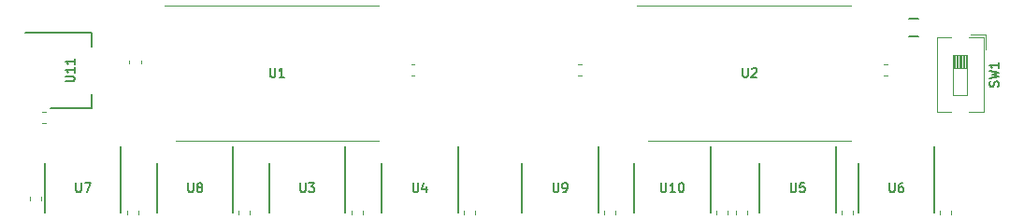
<source format=gto>
G04 #@! TF.GenerationSoftware,KiCad,Pcbnew,(5.1.5-0-10_14)*
G04 #@! TF.CreationDate,2020-06-23T19:47:48-04:00*
G04 #@! TF.ProjectId,ROMSIMM,524f4d53-494d-44d2-9e6b-696361645f70,rev?*
G04 #@! TF.SameCoordinates,Original*
G04 #@! TF.FileFunction,Legend,Top*
G04 #@! TF.FilePolarity,Positive*
%FSLAX46Y46*%
G04 Gerber Fmt 4.6, Leading zero omitted, Abs format (unit mm)*
G04 Created by KiCad (PCBNEW (5.1.5-0-10_14)) date 2020-06-23 19:47:48*
%MOMM*%
%LPD*%
G04 APERTURE LIST*
%ADD10C,0.120000*%
%ADD11C,0.100000*%
%ADD12C,0.150000*%
%ADD13C,0.152400*%
%ADD14C,0.203200*%
%ADD15C,0.175000*%
%ADD16R,1.270000X2.590000*%
%ADD17C,2.150000*%
%ADD18C,2.000000*%
G04 APERTURE END LIST*
D10*
X161925000Y-109251667D02*
X160655000Y-109251667D01*
X160725000Y-108045000D02*
X160725000Y-109251667D01*
X160845000Y-108045000D02*
X160845000Y-109251667D01*
X160965000Y-108045000D02*
X160965000Y-109251667D01*
X161085000Y-108045000D02*
X161085000Y-109251667D01*
X161205000Y-108045000D02*
X161205000Y-109251667D01*
X161325000Y-108045000D02*
X161325000Y-109251667D01*
X161445000Y-108045000D02*
X161445000Y-109251667D01*
X161565000Y-108045000D02*
X161565000Y-109251667D01*
X161685000Y-108045000D02*
X161685000Y-109251667D01*
X161805000Y-108045000D02*
X161805000Y-109251667D01*
X161925000Y-111665000D02*
X161925000Y-108045000D01*
X160655000Y-111665000D02*
X161925000Y-111665000D01*
X160655000Y-108045000D02*
X160655000Y-111665000D01*
X161925000Y-108045000D02*
X160655000Y-108045000D01*
X163640000Y-106205000D02*
X162257000Y-106205000D01*
X163640000Y-106205000D02*
X163640000Y-107588000D01*
X160490000Y-113265000D02*
X159180000Y-113265000D01*
X163400000Y-113265000D02*
X162090000Y-113265000D01*
X160490000Y-106445000D02*
X159180000Y-106445000D01*
X163400000Y-106445000D02*
X162090000Y-106445000D01*
X159180000Y-106445000D02*
X159180000Y-113265000D01*
X163400000Y-106445000D02*
X163400000Y-113265000D01*
X87110000Y-108862779D02*
X87110000Y-108537221D01*
X86090000Y-108862779D02*
X86090000Y-108537221D01*
X90250000Y-115820000D02*
X108650000Y-115820000D01*
D11*
X108650000Y-103580000D02*
X89250000Y-103580000D01*
D10*
X133040000Y-115820000D02*
X151440000Y-115820000D01*
D11*
X151440000Y-103580000D02*
X132040000Y-103580000D01*
D12*
X98725000Y-117925000D02*
X98725000Y-122375000D01*
X105625000Y-116400000D02*
X105625000Y-122375000D01*
X143125000Y-117925000D02*
X143125000Y-122375000D01*
X150025000Y-116400000D02*
X150025000Y-122375000D01*
D10*
X78110000Y-121285779D02*
X78110000Y-120960221D01*
X77090000Y-121285779D02*
X77090000Y-120960221D01*
X142010000Y-122512779D02*
X142010000Y-122187221D01*
X140990000Y-122512779D02*
X140990000Y-122187221D01*
X78187221Y-114260000D02*
X78512779Y-114260000D01*
X78187221Y-113240000D02*
X78512779Y-113240000D01*
X111587221Y-109960000D02*
X111912779Y-109960000D01*
X111587221Y-108940000D02*
X111912779Y-108940000D01*
X154387221Y-109960000D02*
X154712779Y-109960000D01*
X154387221Y-108940000D02*
X154712779Y-108940000D01*
X86860000Y-122512779D02*
X86860000Y-122187221D01*
X85840000Y-122512779D02*
X85840000Y-122187221D01*
X97010000Y-122512779D02*
X97010000Y-122187221D01*
X95990000Y-122512779D02*
X95990000Y-122187221D01*
X117360000Y-122512779D02*
X117360000Y-122187221D01*
X116340000Y-122512779D02*
X116340000Y-122187221D01*
X130060000Y-122512779D02*
X130060000Y-122187221D01*
X129040000Y-122512779D02*
X129040000Y-122187221D01*
X140210000Y-122512779D02*
X140210000Y-122187221D01*
X139190000Y-122512779D02*
X139190000Y-122187221D01*
X151560000Y-122512779D02*
X151560000Y-122187221D01*
X150540000Y-122512779D02*
X150540000Y-122187221D01*
X160510000Y-122512779D02*
X160510000Y-122187221D01*
X159490000Y-122512779D02*
X159490000Y-122187221D01*
D12*
X108925000Y-117925000D02*
X108925000Y-122375000D01*
X115825000Y-116400000D02*
X115825000Y-122375000D01*
X152075000Y-117925000D02*
X152075000Y-122375000D01*
X158975000Y-116400000D02*
X158975000Y-122375000D01*
X78425000Y-117925000D02*
X78425000Y-122375000D01*
X85325000Y-116400000D02*
X85325000Y-122375000D01*
X88575000Y-117925000D02*
X88575000Y-122375000D01*
X95475000Y-116400000D02*
X95475000Y-122375000D01*
X121625000Y-117925000D02*
X121625000Y-122375000D01*
X128525000Y-116400000D02*
X128525000Y-122375000D01*
X131775000Y-117925000D02*
X131775000Y-122375000D01*
X138675000Y-116400000D02*
X138675000Y-122375000D01*
D13*
X82660000Y-112860000D02*
X82660000Y-111600000D01*
X82660000Y-106040000D02*
X82660000Y-107300000D01*
X78900000Y-112860000D02*
X82660000Y-112860000D01*
X76650000Y-106040000D02*
X82660000Y-106040000D01*
D10*
X107223500Y-122512779D02*
X107223500Y-122187221D01*
X106203500Y-122512779D02*
X106203500Y-122187221D01*
D13*
X156692600Y-106337000D02*
X157505400Y-106337000D01*
X156692600Y-104737000D02*
X157505400Y-104737000D01*
D10*
X126687221Y-109910000D02*
X127012779Y-109910000D01*
X126687221Y-108890000D02*
X127012779Y-108890000D01*
D14*
X164728990Y-110938733D02*
X164767695Y-110822619D01*
X164767695Y-110629095D01*
X164728990Y-110551685D01*
X164690285Y-110512980D01*
X164612876Y-110474276D01*
X164535466Y-110474276D01*
X164458057Y-110512980D01*
X164419352Y-110551685D01*
X164380647Y-110629095D01*
X164341942Y-110783914D01*
X164303238Y-110861323D01*
X164264533Y-110900028D01*
X164187123Y-110938733D01*
X164109714Y-110938733D01*
X164032304Y-110900028D01*
X163993600Y-110861323D01*
X163954895Y-110783914D01*
X163954895Y-110590390D01*
X163993600Y-110474276D01*
X163954895Y-110203342D02*
X164767695Y-110009819D01*
X164187123Y-109855000D01*
X164767695Y-109700180D01*
X163954895Y-109506657D01*
X164767695Y-108771266D02*
X164767695Y-109235723D01*
X164767695Y-109003495D02*
X163954895Y-109003495D01*
X164071009Y-109080904D01*
X164148419Y-109158314D01*
X164187123Y-109235723D01*
X98830723Y-109254895D02*
X98830723Y-109912876D01*
X98869428Y-109990285D01*
X98908133Y-110028990D01*
X98985542Y-110067695D01*
X99140361Y-110067695D01*
X99217771Y-110028990D01*
X99256476Y-109990285D01*
X99295180Y-109912876D01*
X99295180Y-109254895D01*
X100107980Y-110067695D02*
X99643523Y-110067695D01*
X99875752Y-110067695D02*
X99875752Y-109254895D01*
X99798342Y-109371009D01*
X99720933Y-109448419D01*
X99643523Y-109487123D01*
X141620723Y-109254895D02*
X141620723Y-109912876D01*
X141659428Y-109990285D01*
X141698133Y-110028990D01*
X141775542Y-110067695D01*
X141930361Y-110067695D01*
X142007771Y-110028990D01*
X142046476Y-109990285D01*
X142085180Y-109912876D01*
X142085180Y-109254895D01*
X142433523Y-109332304D02*
X142472228Y-109293600D01*
X142549638Y-109254895D01*
X142743161Y-109254895D01*
X142820571Y-109293600D01*
X142859276Y-109332304D01*
X142897980Y-109409714D01*
X142897980Y-109487123D01*
X142859276Y-109603238D01*
X142394819Y-110067695D01*
X142897980Y-110067695D01*
X101555723Y-119704895D02*
X101555723Y-120362876D01*
X101594428Y-120440285D01*
X101633133Y-120478990D01*
X101710542Y-120517695D01*
X101865361Y-120517695D01*
X101942771Y-120478990D01*
X101981476Y-120440285D01*
X102020180Y-120362876D01*
X102020180Y-119704895D01*
X102329819Y-119704895D02*
X102832980Y-119704895D01*
X102562047Y-120014533D01*
X102678161Y-120014533D01*
X102755571Y-120053238D01*
X102794276Y-120091942D01*
X102832980Y-120169352D01*
X102832980Y-120362876D01*
X102794276Y-120440285D01*
X102755571Y-120478990D01*
X102678161Y-120517695D01*
X102445933Y-120517695D01*
X102368523Y-120478990D01*
X102329819Y-120440285D01*
X145955723Y-119704895D02*
X145955723Y-120362876D01*
X145994428Y-120440285D01*
X146033133Y-120478990D01*
X146110542Y-120517695D01*
X146265361Y-120517695D01*
X146342771Y-120478990D01*
X146381476Y-120440285D01*
X146420180Y-120362876D01*
X146420180Y-119704895D01*
X147194276Y-119704895D02*
X146807228Y-119704895D01*
X146768523Y-120091942D01*
X146807228Y-120053238D01*
X146884638Y-120014533D01*
X147078161Y-120014533D01*
X147155571Y-120053238D01*
X147194276Y-120091942D01*
X147232980Y-120169352D01*
X147232980Y-120362876D01*
X147194276Y-120440285D01*
X147155571Y-120478990D01*
X147078161Y-120517695D01*
X146884638Y-120517695D01*
X146807228Y-120478990D01*
X146768523Y-120440285D01*
X111755723Y-119704895D02*
X111755723Y-120362876D01*
X111794428Y-120440285D01*
X111833133Y-120478990D01*
X111910542Y-120517695D01*
X112065361Y-120517695D01*
X112142771Y-120478990D01*
X112181476Y-120440285D01*
X112220180Y-120362876D01*
X112220180Y-119704895D01*
X112955571Y-119975828D02*
X112955571Y-120517695D01*
X112762047Y-119666190D02*
X112568523Y-120246761D01*
X113071685Y-120246761D01*
X154905723Y-119704895D02*
X154905723Y-120362876D01*
X154944428Y-120440285D01*
X154983133Y-120478990D01*
X155060542Y-120517695D01*
X155215361Y-120517695D01*
X155292771Y-120478990D01*
X155331476Y-120440285D01*
X155370180Y-120362876D01*
X155370180Y-119704895D01*
X156105571Y-119704895D02*
X155950752Y-119704895D01*
X155873342Y-119743600D01*
X155834638Y-119782304D01*
X155757228Y-119898419D01*
X155718523Y-120053238D01*
X155718523Y-120362876D01*
X155757228Y-120440285D01*
X155795933Y-120478990D01*
X155873342Y-120517695D01*
X156028161Y-120517695D01*
X156105571Y-120478990D01*
X156144276Y-120440285D01*
X156182980Y-120362876D01*
X156182980Y-120169352D01*
X156144276Y-120091942D01*
X156105571Y-120053238D01*
X156028161Y-120014533D01*
X155873342Y-120014533D01*
X155795933Y-120053238D01*
X155757228Y-120091942D01*
X155718523Y-120169352D01*
X81255723Y-119704895D02*
X81255723Y-120362876D01*
X81294428Y-120440285D01*
X81333133Y-120478990D01*
X81410542Y-120517695D01*
X81565361Y-120517695D01*
X81642771Y-120478990D01*
X81681476Y-120440285D01*
X81720180Y-120362876D01*
X81720180Y-119704895D01*
X82029819Y-119704895D02*
X82571685Y-119704895D01*
X82223342Y-120517695D01*
X91405723Y-119704895D02*
X91405723Y-120362876D01*
X91444428Y-120440285D01*
X91483133Y-120478990D01*
X91560542Y-120517695D01*
X91715361Y-120517695D01*
X91792771Y-120478990D01*
X91831476Y-120440285D01*
X91870180Y-120362876D01*
X91870180Y-119704895D01*
X92373342Y-120053238D02*
X92295933Y-120014533D01*
X92257228Y-119975828D01*
X92218523Y-119898419D01*
X92218523Y-119859714D01*
X92257228Y-119782304D01*
X92295933Y-119743600D01*
X92373342Y-119704895D01*
X92528161Y-119704895D01*
X92605571Y-119743600D01*
X92644276Y-119782304D01*
X92682980Y-119859714D01*
X92682980Y-119898419D01*
X92644276Y-119975828D01*
X92605571Y-120014533D01*
X92528161Y-120053238D01*
X92373342Y-120053238D01*
X92295933Y-120091942D01*
X92257228Y-120130647D01*
X92218523Y-120208057D01*
X92218523Y-120362876D01*
X92257228Y-120440285D01*
X92295933Y-120478990D01*
X92373342Y-120517695D01*
X92528161Y-120517695D01*
X92605571Y-120478990D01*
X92644276Y-120440285D01*
X92682980Y-120362876D01*
X92682980Y-120208057D01*
X92644276Y-120130647D01*
X92605571Y-120091942D01*
X92528161Y-120053238D01*
X124455723Y-119704895D02*
X124455723Y-120362876D01*
X124494428Y-120440285D01*
X124533133Y-120478990D01*
X124610542Y-120517695D01*
X124765361Y-120517695D01*
X124842771Y-120478990D01*
X124881476Y-120440285D01*
X124920180Y-120362876D01*
X124920180Y-119704895D01*
X125345933Y-120517695D02*
X125500752Y-120517695D01*
X125578161Y-120478990D01*
X125616866Y-120440285D01*
X125694276Y-120324171D01*
X125732980Y-120169352D01*
X125732980Y-119859714D01*
X125694276Y-119782304D01*
X125655571Y-119743600D01*
X125578161Y-119704895D01*
X125423342Y-119704895D01*
X125345933Y-119743600D01*
X125307228Y-119782304D01*
X125268523Y-119859714D01*
X125268523Y-120053238D01*
X125307228Y-120130647D01*
X125345933Y-120169352D01*
X125423342Y-120208057D01*
X125578161Y-120208057D01*
X125655571Y-120169352D01*
X125694276Y-120130647D01*
X125732980Y-120053238D01*
X134218676Y-119704895D02*
X134218676Y-120362876D01*
X134257380Y-120440285D01*
X134296085Y-120478990D01*
X134373495Y-120517695D01*
X134528314Y-120517695D01*
X134605723Y-120478990D01*
X134644428Y-120440285D01*
X134683133Y-120362876D01*
X134683133Y-119704895D01*
X135495933Y-120517695D02*
X135031476Y-120517695D01*
X135263704Y-120517695D02*
X135263704Y-119704895D01*
X135186295Y-119821009D01*
X135108885Y-119898419D01*
X135031476Y-119937123D01*
X135999095Y-119704895D02*
X136076504Y-119704895D01*
X136153914Y-119743600D01*
X136192619Y-119782304D01*
X136231323Y-119859714D01*
X136270028Y-120014533D01*
X136270028Y-120208057D01*
X136231323Y-120362876D01*
X136192619Y-120440285D01*
X136153914Y-120478990D01*
X136076504Y-120517695D01*
X135999095Y-120517695D01*
X135921685Y-120478990D01*
X135882980Y-120440285D01*
X135844276Y-120362876D01*
X135805571Y-120208057D01*
X135805571Y-120014533D01*
X135844276Y-119859714D01*
X135882980Y-119782304D01*
X135921685Y-119743600D01*
X135999095Y-119704895D01*
X80304895Y-110456323D02*
X80962876Y-110456323D01*
X81040285Y-110417619D01*
X81078990Y-110378914D01*
X81117695Y-110301504D01*
X81117695Y-110146685D01*
X81078990Y-110069276D01*
X81040285Y-110030571D01*
X80962876Y-109991866D01*
X80304895Y-109991866D01*
X81117695Y-109179066D02*
X81117695Y-109643523D01*
X81117695Y-109411295D02*
X80304895Y-109411295D01*
X80421009Y-109488704D01*
X80498419Y-109566114D01*
X80537123Y-109643523D01*
X81117695Y-108404971D02*
X81117695Y-108869428D01*
X81117695Y-108637200D02*
X80304895Y-108637200D01*
X80421009Y-108714609D01*
X80498419Y-108792019D01*
X80537123Y-108869428D01*
%LPC*%
D15*
G36*
X163195000Y-127635000D02*
G01*
X123825000Y-127635000D01*
X123317000Y-125031500D01*
X163703000Y-125031500D01*
X163195000Y-127635000D01*
G37*
X163195000Y-127635000D02*
X123825000Y-127635000D01*
X123317000Y-125031500D01*
X163703000Y-125031500D01*
X163195000Y-127635000D01*
G36*
X117475000Y-127635000D02*
G01*
X78105000Y-127635000D01*
X77597000Y-125031500D01*
X117983000Y-125031500D01*
X117475000Y-127635000D01*
G37*
X117475000Y-127635000D02*
X78105000Y-127635000D01*
X77597000Y-125031500D01*
X117983000Y-125031500D01*
X117475000Y-127635000D01*
D16*
X161290000Y-114160000D03*
X161290000Y-105550000D03*
D11*
G36*
X86910779Y-107476144D02*
G01*
X86933834Y-107479563D01*
X86956443Y-107485227D01*
X86978387Y-107493079D01*
X86999457Y-107503044D01*
X87019448Y-107515026D01*
X87038168Y-107528910D01*
X87055438Y-107544562D01*
X87071090Y-107561832D01*
X87084974Y-107580552D01*
X87096956Y-107600543D01*
X87106921Y-107621613D01*
X87114773Y-107643557D01*
X87120437Y-107666166D01*
X87123856Y-107689221D01*
X87125000Y-107712500D01*
X87125000Y-108187500D01*
X87123856Y-108210779D01*
X87120437Y-108233834D01*
X87114773Y-108256443D01*
X87106921Y-108278387D01*
X87096956Y-108299457D01*
X87084974Y-108319448D01*
X87071090Y-108338168D01*
X87055438Y-108355438D01*
X87038168Y-108371090D01*
X87019448Y-108384974D01*
X86999457Y-108396956D01*
X86978387Y-108406921D01*
X86956443Y-108414773D01*
X86933834Y-108420437D01*
X86910779Y-108423856D01*
X86887500Y-108425000D01*
X86312500Y-108425000D01*
X86289221Y-108423856D01*
X86266166Y-108420437D01*
X86243557Y-108414773D01*
X86221613Y-108406921D01*
X86200543Y-108396956D01*
X86180552Y-108384974D01*
X86161832Y-108371090D01*
X86144562Y-108355438D01*
X86128910Y-108338168D01*
X86115026Y-108319448D01*
X86103044Y-108299457D01*
X86093079Y-108278387D01*
X86085227Y-108256443D01*
X86079563Y-108233834D01*
X86076144Y-108210779D01*
X86075000Y-108187500D01*
X86075000Y-107712500D01*
X86076144Y-107689221D01*
X86079563Y-107666166D01*
X86085227Y-107643557D01*
X86093079Y-107621613D01*
X86103044Y-107600543D01*
X86115026Y-107580552D01*
X86128910Y-107561832D01*
X86144562Y-107544562D01*
X86161832Y-107528910D01*
X86180552Y-107515026D01*
X86200543Y-107503044D01*
X86221613Y-107493079D01*
X86243557Y-107485227D01*
X86266166Y-107479563D01*
X86289221Y-107476144D01*
X86312500Y-107475000D01*
X86887500Y-107475000D01*
X86910779Y-107476144D01*
G37*
G36*
X86910779Y-108976144D02*
G01*
X86933834Y-108979563D01*
X86956443Y-108985227D01*
X86978387Y-108993079D01*
X86999457Y-109003044D01*
X87019448Y-109015026D01*
X87038168Y-109028910D01*
X87055438Y-109044562D01*
X87071090Y-109061832D01*
X87084974Y-109080552D01*
X87096956Y-109100543D01*
X87106921Y-109121613D01*
X87114773Y-109143557D01*
X87120437Y-109166166D01*
X87123856Y-109189221D01*
X87125000Y-109212500D01*
X87125000Y-109687500D01*
X87123856Y-109710779D01*
X87120437Y-109733834D01*
X87114773Y-109756443D01*
X87106921Y-109778387D01*
X87096956Y-109799457D01*
X87084974Y-109819448D01*
X87071090Y-109838168D01*
X87055438Y-109855438D01*
X87038168Y-109871090D01*
X87019448Y-109884974D01*
X86999457Y-109896956D01*
X86978387Y-109906921D01*
X86956443Y-109914773D01*
X86933834Y-109920437D01*
X86910779Y-109923856D01*
X86887500Y-109925000D01*
X86312500Y-109925000D01*
X86289221Y-109923856D01*
X86266166Y-109920437D01*
X86243557Y-109914773D01*
X86221613Y-109906921D01*
X86200543Y-109896956D01*
X86180552Y-109884974D01*
X86161832Y-109871090D01*
X86144562Y-109855438D01*
X86128910Y-109838168D01*
X86115026Y-109819448D01*
X86103044Y-109799457D01*
X86093079Y-109778387D01*
X86085227Y-109756443D01*
X86079563Y-109733834D01*
X86076144Y-109710779D01*
X86075000Y-109687500D01*
X86075000Y-109212500D01*
X86076144Y-109189221D01*
X86079563Y-109166166D01*
X86085227Y-109143557D01*
X86093079Y-109121613D01*
X86103044Y-109100543D01*
X86115026Y-109080552D01*
X86128910Y-109061832D01*
X86144562Y-109044562D01*
X86161832Y-109028910D01*
X86180552Y-109015026D01*
X86200543Y-109003044D01*
X86221613Y-108993079D01*
X86243557Y-108985227D01*
X86266166Y-108979563D01*
X86289221Y-108976144D01*
X86312500Y-108975000D01*
X86887500Y-108975000D01*
X86910779Y-108976144D01*
G37*
G36*
X163360851Y-124514295D02*
G01*
X163407112Y-124521157D01*
X163452478Y-124532521D01*
X163496512Y-124548276D01*
X163538789Y-124568272D01*
X163578903Y-124592315D01*
X163616466Y-124620174D01*
X163651119Y-124651581D01*
X163682526Y-124686234D01*
X163710385Y-124723797D01*
X163734428Y-124763911D01*
X163754424Y-124806188D01*
X163770179Y-124850222D01*
X163781543Y-124895588D01*
X163788405Y-124941849D01*
X163790700Y-124988560D01*
X163790700Y-127233440D01*
X163788405Y-127280151D01*
X163781543Y-127326412D01*
X163770179Y-127371778D01*
X163754424Y-127415812D01*
X163734428Y-127458089D01*
X163710385Y-127498203D01*
X163682526Y-127535766D01*
X163651119Y-127570419D01*
X163616466Y-127601826D01*
X163578903Y-127629685D01*
X163538789Y-127653728D01*
X163496512Y-127673724D01*
X163452478Y-127689479D01*
X163407112Y-127700843D01*
X163360851Y-127707705D01*
X163314140Y-127710000D01*
X163075860Y-127710000D01*
X163029149Y-127707705D01*
X162982888Y-127700843D01*
X162937522Y-127689479D01*
X162893488Y-127673724D01*
X162851211Y-127653728D01*
X162811097Y-127629685D01*
X162773534Y-127601826D01*
X162738881Y-127570419D01*
X162707474Y-127535766D01*
X162679615Y-127498203D01*
X162655572Y-127458089D01*
X162635576Y-127415812D01*
X162619821Y-127371778D01*
X162608457Y-127326412D01*
X162601595Y-127280151D01*
X162599300Y-127233440D01*
X162599300Y-124988560D01*
X162601595Y-124941849D01*
X162608457Y-124895588D01*
X162619821Y-124850222D01*
X162635576Y-124806188D01*
X162655572Y-124763911D01*
X162679615Y-124723797D01*
X162707474Y-124686234D01*
X162738881Y-124651581D01*
X162773534Y-124620174D01*
X162811097Y-124592315D01*
X162851211Y-124568272D01*
X162893488Y-124548276D01*
X162937522Y-124532521D01*
X162982888Y-124521157D01*
X163029149Y-124514295D01*
X163075860Y-124512000D01*
X163314140Y-124512000D01*
X163360851Y-124514295D01*
G37*
G36*
X162090851Y-124514295D02*
G01*
X162137112Y-124521157D01*
X162182478Y-124532521D01*
X162226512Y-124548276D01*
X162268789Y-124568272D01*
X162308903Y-124592315D01*
X162346466Y-124620174D01*
X162381119Y-124651581D01*
X162412526Y-124686234D01*
X162440385Y-124723797D01*
X162464428Y-124763911D01*
X162484424Y-124806188D01*
X162500179Y-124850222D01*
X162511543Y-124895588D01*
X162518405Y-124941849D01*
X162520700Y-124988560D01*
X162520700Y-127233440D01*
X162518405Y-127280151D01*
X162511543Y-127326412D01*
X162500179Y-127371778D01*
X162484424Y-127415812D01*
X162464428Y-127458089D01*
X162440385Y-127498203D01*
X162412526Y-127535766D01*
X162381119Y-127570419D01*
X162346466Y-127601826D01*
X162308903Y-127629685D01*
X162268789Y-127653728D01*
X162226512Y-127673724D01*
X162182478Y-127689479D01*
X162137112Y-127700843D01*
X162090851Y-127707705D01*
X162044140Y-127710000D01*
X161805860Y-127710000D01*
X161759149Y-127707705D01*
X161712888Y-127700843D01*
X161667522Y-127689479D01*
X161623488Y-127673724D01*
X161581211Y-127653728D01*
X161541097Y-127629685D01*
X161503534Y-127601826D01*
X161468881Y-127570419D01*
X161437474Y-127535766D01*
X161409615Y-127498203D01*
X161385572Y-127458089D01*
X161365576Y-127415812D01*
X161349821Y-127371778D01*
X161338457Y-127326412D01*
X161331595Y-127280151D01*
X161329300Y-127233440D01*
X161329300Y-124988560D01*
X161331595Y-124941849D01*
X161338457Y-124895588D01*
X161349821Y-124850222D01*
X161365576Y-124806188D01*
X161385572Y-124763911D01*
X161409615Y-124723797D01*
X161437474Y-124686234D01*
X161468881Y-124651581D01*
X161503534Y-124620174D01*
X161541097Y-124592315D01*
X161581211Y-124568272D01*
X161623488Y-124548276D01*
X161667522Y-124532521D01*
X161712888Y-124521157D01*
X161759149Y-124514295D01*
X161805860Y-124512000D01*
X162044140Y-124512000D01*
X162090851Y-124514295D01*
G37*
G36*
X160820851Y-124514295D02*
G01*
X160867112Y-124521157D01*
X160912478Y-124532521D01*
X160956512Y-124548276D01*
X160998789Y-124568272D01*
X161038903Y-124592315D01*
X161076466Y-124620174D01*
X161111119Y-124651581D01*
X161142526Y-124686234D01*
X161170385Y-124723797D01*
X161194428Y-124763911D01*
X161214424Y-124806188D01*
X161230179Y-124850222D01*
X161241543Y-124895588D01*
X161248405Y-124941849D01*
X161250700Y-124988560D01*
X161250700Y-127233440D01*
X161248405Y-127280151D01*
X161241543Y-127326412D01*
X161230179Y-127371778D01*
X161214424Y-127415812D01*
X161194428Y-127458089D01*
X161170385Y-127498203D01*
X161142526Y-127535766D01*
X161111119Y-127570419D01*
X161076466Y-127601826D01*
X161038903Y-127629685D01*
X160998789Y-127653728D01*
X160956512Y-127673724D01*
X160912478Y-127689479D01*
X160867112Y-127700843D01*
X160820851Y-127707705D01*
X160774140Y-127710000D01*
X160535860Y-127710000D01*
X160489149Y-127707705D01*
X160442888Y-127700843D01*
X160397522Y-127689479D01*
X160353488Y-127673724D01*
X160311211Y-127653728D01*
X160271097Y-127629685D01*
X160233534Y-127601826D01*
X160198881Y-127570419D01*
X160167474Y-127535766D01*
X160139615Y-127498203D01*
X160115572Y-127458089D01*
X160095576Y-127415812D01*
X160079821Y-127371778D01*
X160068457Y-127326412D01*
X160061595Y-127280151D01*
X160059300Y-127233440D01*
X160059300Y-124988560D01*
X160061595Y-124941849D01*
X160068457Y-124895588D01*
X160079821Y-124850222D01*
X160095576Y-124806188D01*
X160115572Y-124763911D01*
X160139615Y-124723797D01*
X160167474Y-124686234D01*
X160198881Y-124651581D01*
X160233534Y-124620174D01*
X160271097Y-124592315D01*
X160311211Y-124568272D01*
X160353488Y-124548276D01*
X160397522Y-124532521D01*
X160442888Y-124521157D01*
X160489149Y-124514295D01*
X160535860Y-124512000D01*
X160774140Y-124512000D01*
X160820851Y-124514295D01*
G37*
G36*
X159550851Y-124514295D02*
G01*
X159597112Y-124521157D01*
X159642478Y-124532521D01*
X159686512Y-124548276D01*
X159728789Y-124568272D01*
X159768903Y-124592315D01*
X159806466Y-124620174D01*
X159841119Y-124651581D01*
X159872526Y-124686234D01*
X159900385Y-124723797D01*
X159924428Y-124763911D01*
X159944424Y-124806188D01*
X159960179Y-124850222D01*
X159971543Y-124895588D01*
X159978405Y-124941849D01*
X159980700Y-124988560D01*
X159980700Y-127233440D01*
X159978405Y-127280151D01*
X159971543Y-127326412D01*
X159960179Y-127371778D01*
X159944424Y-127415812D01*
X159924428Y-127458089D01*
X159900385Y-127498203D01*
X159872526Y-127535766D01*
X159841119Y-127570419D01*
X159806466Y-127601826D01*
X159768903Y-127629685D01*
X159728789Y-127653728D01*
X159686512Y-127673724D01*
X159642478Y-127689479D01*
X159597112Y-127700843D01*
X159550851Y-127707705D01*
X159504140Y-127710000D01*
X159265860Y-127710000D01*
X159219149Y-127707705D01*
X159172888Y-127700843D01*
X159127522Y-127689479D01*
X159083488Y-127673724D01*
X159041211Y-127653728D01*
X159001097Y-127629685D01*
X158963534Y-127601826D01*
X158928881Y-127570419D01*
X158897474Y-127535766D01*
X158869615Y-127498203D01*
X158845572Y-127458089D01*
X158825576Y-127415812D01*
X158809821Y-127371778D01*
X158798457Y-127326412D01*
X158791595Y-127280151D01*
X158789300Y-127233440D01*
X158789300Y-124988560D01*
X158791595Y-124941849D01*
X158798457Y-124895588D01*
X158809821Y-124850222D01*
X158825576Y-124806188D01*
X158845572Y-124763911D01*
X158869615Y-124723797D01*
X158897474Y-124686234D01*
X158928881Y-124651581D01*
X158963534Y-124620174D01*
X159001097Y-124592315D01*
X159041211Y-124568272D01*
X159083488Y-124548276D01*
X159127522Y-124532521D01*
X159172888Y-124521157D01*
X159219149Y-124514295D01*
X159265860Y-124512000D01*
X159504140Y-124512000D01*
X159550851Y-124514295D01*
G37*
G36*
X158280851Y-124514295D02*
G01*
X158327112Y-124521157D01*
X158372478Y-124532521D01*
X158416512Y-124548276D01*
X158458789Y-124568272D01*
X158498903Y-124592315D01*
X158536466Y-124620174D01*
X158571119Y-124651581D01*
X158602526Y-124686234D01*
X158630385Y-124723797D01*
X158654428Y-124763911D01*
X158674424Y-124806188D01*
X158690179Y-124850222D01*
X158701543Y-124895588D01*
X158708405Y-124941849D01*
X158710700Y-124988560D01*
X158710700Y-127233440D01*
X158708405Y-127280151D01*
X158701543Y-127326412D01*
X158690179Y-127371778D01*
X158674424Y-127415812D01*
X158654428Y-127458089D01*
X158630385Y-127498203D01*
X158602526Y-127535766D01*
X158571119Y-127570419D01*
X158536466Y-127601826D01*
X158498903Y-127629685D01*
X158458789Y-127653728D01*
X158416512Y-127673724D01*
X158372478Y-127689479D01*
X158327112Y-127700843D01*
X158280851Y-127707705D01*
X158234140Y-127710000D01*
X157995860Y-127710000D01*
X157949149Y-127707705D01*
X157902888Y-127700843D01*
X157857522Y-127689479D01*
X157813488Y-127673724D01*
X157771211Y-127653728D01*
X157731097Y-127629685D01*
X157693534Y-127601826D01*
X157658881Y-127570419D01*
X157627474Y-127535766D01*
X157599615Y-127498203D01*
X157575572Y-127458089D01*
X157555576Y-127415812D01*
X157539821Y-127371778D01*
X157528457Y-127326412D01*
X157521595Y-127280151D01*
X157519300Y-127233440D01*
X157519300Y-124988560D01*
X157521595Y-124941849D01*
X157528457Y-124895588D01*
X157539821Y-124850222D01*
X157555576Y-124806188D01*
X157575572Y-124763911D01*
X157599615Y-124723797D01*
X157627474Y-124686234D01*
X157658881Y-124651581D01*
X157693534Y-124620174D01*
X157731097Y-124592315D01*
X157771211Y-124568272D01*
X157813488Y-124548276D01*
X157857522Y-124532521D01*
X157902888Y-124521157D01*
X157949149Y-124514295D01*
X157995860Y-124512000D01*
X158234140Y-124512000D01*
X158280851Y-124514295D01*
G37*
G36*
X157010851Y-124514295D02*
G01*
X157057112Y-124521157D01*
X157102478Y-124532521D01*
X157146512Y-124548276D01*
X157188789Y-124568272D01*
X157228903Y-124592315D01*
X157266466Y-124620174D01*
X157301119Y-124651581D01*
X157332526Y-124686234D01*
X157360385Y-124723797D01*
X157384428Y-124763911D01*
X157404424Y-124806188D01*
X157420179Y-124850222D01*
X157431543Y-124895588D01*
X157438405Y-124941849D01*
X157440700Y-124988560D01*
X157440700Y-127233440D01*
X157438405Y-127280151D01*
X157431543Y-127326412D01*
X157420179Y-127371778D01*
X157404424Y-127415812D01*
X157384428Y-127458089D01*
X157360385Y-127498203D01*
X157332526Y-127535766D01*
X157301119Y-127570419D01*
X157266466Y-127601826D01*
X157228903Y-127629685D01*
X157188789Y-127653728D01*
X157146512Y-127673724D01*
X157102478Y-127689479D01*
X157057112Y-127700843D01*
X157010851Y-127707705D01*
X156964140Y-127710000D01*
X156725860Y-127710000D01*
X156679149Y-127707705D01*
X156632888Y-127700843D01*
X156587522Y-127689479D01*
X156543488Y-127673724D01*
X156501211Y-127653728D01*
X156461097Y-127629685D01*
X156423534Y-127601826D01*
X156388881Y-127570419D01*
X156357474Y-127535766D01*
X156329615Y-127498203D01*
X156305572Y-127458089D01*
X156285576Y-127415812D01*
X156269821Y-127371778D01*
X156258457Y-127326412D01*
X156251595Y-127280151D01*
X156249300Y-127233440D01*
X156249300Y-124988560D01*
X156251595Y-124941849D01*
X156258457Y-124895588D01*
X156269821Y-124850222D01*
X156285576Y-124806188D01*
X156305572Y-124763911D01*
X156329615Y-124723797D01*
X156357474Y-124686234D01*
X156388881Y-124651581D01*
X156423534Y-124620174D01*
X156461097Y-124592315D01*
X156501211Y-124568272D01*
X156543488Y-124548276D01*
X156587522Y-124532521D01*
X156632888Y-124521157D01*
X156679149Y-124514295D01*
X156725860Y-124512000D01*
X156964140Y-124512000D01*
X157010851Y-124514295D01*
G37*
G36*
X155740851Y-124514295D02*
G01*
X155787112Y-124521157D01*
X155832478Y-124532521D01*
X155876512Y-124548276D01*
X155918789Y-124568272D01*
X155958903Y-124592315D01*
X155996466Y-124620174D01*
X156031119Y-124651581D01*
X156062526Y-124686234D01*
X156090385Y-124723797D01*
X156114428Y-124763911D01*
X156134424Y-124806188D01*
X156150179Y-124850222D01*
X156161543Y-124895588D01*
X156168405Y-124941849D01*
X156170700Y-124988560D01*
X156170700Y-127233440D01*
X156168405Y-127280151D01*
X156161543Y-127326412D01*
X156150179Y-127371778D01*
X156134424Y-127415812D01*
X156114428Y-127458089D01*
X156090385Y-127498203D01*
X156062526Y-127535766D01*
X156031119Y-127570419D01*
X155996466Y-127601826D01*
X155958903Y-127629685D01*
X155918789Y-127653728D01*
X155876512Y-127673724D01*
X155832478Y-127689479D01*
X155787112Y-127700843D01*
X155740851Y-127707705D01*
X155694140Y-127710000D01*
X155455860Y-127710000D01*
X155409149Y-127707705D01*
X155362888Y-127700843D01*
X155317522Y-127689479D01*
X155273488Y-127673724D01*
X155231211Y-127653728D01*
X155191097Y-127629685D01*
X155153534Y-127601826D01*
X155118881Y-127570419D01*
X155087474Y-127535766D01*
X155059615Y-127498203D01*
X155035572Y-127458089D01*
X155015576Y-127415812D01*
X154999821Y-127371778D01*
X154988457Y-127326412D01*
X154981595Y-127280151D01*
X154979300Y-127233440D01*
X154979300Y-124988560D01*
X154981595Y-124941849D01*
X154988457Y-124895588D01*
X154999821Y-124850222D01*
X155015576Y-124806188D01*
X155035572Y-124763911D01*
X155059615Y-124723797D01*
X155087474Y-124686234D01*
X155118881Y-124651581D01*
X155153534Y-124620174D01*
X155191097Y-124592315D01*
X155231211Y-124568272D01*
X155273488Y-124548276D01*
X155317522Y-124532521D01*
X155362888Y-124521157D01*
X155409149Y-124514295D01*
X155455860Y-124512000D01*
X155694140Y-124512000D01*
X155740851Y-124514295D01*
G37*
G36*
X154470851Y-124514295D02*
G01*
X154517112Y-124521157D01*
X154562478Y-124532521D01*
X154606512Y-124548276D01*
X154648789Y-124568272D01*
X154688903Y-124592315D01*
X154726466Y-124620174D01*
X154761119Y-124651581D01*
X154792526Y-124686234D01*
X154820385Y-124723797D01*
X154844428Y-124763911D01*
X154864424Y-124806188D01*
X154880179Y-124850222D01*
X154891543Y-124895588D01*
X154898405Y-124941849D01*
X154900700Y-124988560D01*
X154900700Y-127233440D01*
X154898405Y-127280151D01*
X154891543Y-127326412D01*
X154880179Y-127371778D01*
X154864424Y-127415812D01*
X154844428Y-127458089D01*
X154820385Y-127498203D01*
X154792526Y-127535766D01*
X154761119Y-127570419D01*
X154726466Y-127601826D01*
X154688903Y-127629685D01*
X154648789Y-127653728D01*
X154606512Y-127673724D01*
X154562478Y-127689479D01*
X154517112Y-127700843D01*
X154470851Y-127707705D01*
X154424140Y-127710000D01*
X154185860Y-127710000D01*
X154139149Y-127707705D01*
X154092888Y-127700843D01*
X154047522Y-127689479D01*
X154003488Y-127673724D01*
X153961211Y-127653728D01*
X153921097Y-127629685D01*
X153883534Y-127601826D01*
X153848881Y-127570419D01*
X153817474Y-127535766D01*
X153789615Y-127498203D01*
X153765572Y-127458089D01*
X153745576Y-127415812D01*
X153729821Y-127371778D01*
X153718457Y-127326412D01*
X153711595Y-127280151D01*
X153709300Y-127233440D01*
X153709300Y-124988560D01*
X153711595Y-124941849D01*
X153718457Y-124895588D01*
X153729821Y-124850222D01*
X153745576Y-124806188D01*
X153765572Y-124763911D01*
X153789615Y-124723797D01*
X153817474Y-124686234D01*
X153848881Y-124651581D01*
X153883534Y-124620174D01*
X153921097Y-124592315D01*
X153961211Y-124568272D01*
X154003488Y-124548276D01*
X154047522Y-124532521D01*
X154092888Y-124521157D01*
X154139149Y-124514295D01*
X154185860Y-124512000D01*
X154424140Y-124512000D01*
X154470851Y-124514295D01*
G37*
G36*
X153200851Y-124514295D02*
G01*
X153247112Y-124521157D01*
X153292478Y-124532521D01*
X153336512Y-124548276D01*
X153378789Y-124568272D01*
X153418903Y-124592315D01*
X153456466Y-124620174D01*
X153491119Y-124651581D01*
X153522526Y-124686234D01*
X153550385Y-124723797D01*
X153574428Y-124763911D01*
X153594424Y-124806188D01*
X153610179Y-124850222D01*
X153621543Y-124895588D01*
X153628405Y-124941849D01*
X153630700Y-124988560D01*
X153630700Y-127233440D01*
X153628405Y-127280151D01*
X153621543Y-127326412D01*
X153610179Y-127371778D01*
X153594424Y-127415812D01*
X153574428Y-127458089D01*
X153550385Y-127498203D01*
X153522526Y-127535766D01*
X153491119Y-127570419D01*
X153456466Y-127601826D01*
X153418903Y-127629685D01*
X153378789Y-127653728D01*
X153336512Y-127673724D01*
X153292478Y-127689479D01*
X153247112Y-127700843D01*
X153200851Y-127707705D01*
X153154140Y-127710000D01*
X152915860Y-127710000D01*
X152869149Y-127707705D01*
X152822888Y-127700843D01*
X152777522Y-127689479D01*
X152733488Y-127673724D01*
X152691211Y-127653728D01*
X152651097Y-127629685D01*
X152613534Y-127601826D01*
X152578881Y-127570419D01*
X152547474Y-127535766D01*
X152519615Y-127498203D01*
X152495572Y-127458089D01*
X152475576Y-127415812D01*
X152459821Y-127371778D01*
X152448457Y-127326412D01*
X152441595Y-127280151D01*
X152439300Y-127233440D01*
X152439300Y-124988560D01*
X152441595Y-124941849D01*
X152448457Y-124895588D01*
X152459821Y-124850222D01*
X152475576Y-124806188D01*
X152495572Y-124763911D01*
X152519615Y-124723797D01*
X152547474Y-124686234D01*
X152578881Y-124651581D01*
X152613534Y-124620174D01*
X152651097Y-124592315D01*
X152691211Y-124568272D01*
X152733488Y-124548276D01*
X152777522Y-124532521D01*
X152822888Y-124521157D01*
X152869149Y-124514295D01*
X152915860Y-124512000D01*
X153154140Y-124512000D01*
X153200851Y-124514295D01*
G37*
G36*
X151930851Y-124514295D02*
G01*
X151977112Y-124521157D01*
X152022478Y-124532521D01*
X152066512Y-124548276D01*
X152108789Y-124568272D01*
X152148903Y-124592315D01*
X152186466Y-124620174D01*
X152221119Y-124651581D01*
X152252526Y-124686234D01*
X152280385Y-124723797D01*
X152304428Y-124763911D01*
X152324424Y-124806188D01*
X152340179Y-124850222D01*
X152351543Y-124895588D01*
X152358405Y-124941849D01*
X152360700Y-124988560D01*
X152360700Y-127233440D01*
X152358405Y-127280151D01*
X152351543Y-127326412D01*
X152340179Y-127371778D01*
X152324424Y-127415812D01*
X152304428Y-127458089D01*
X152280385Y-127498203D01*
X152252526Y-127535766D01*
X152221119Y-127570419D01*
X152186466Y-127601826D01*
X152148903Y-127629685D01*
X152108789Y-127653728D01*
X152066512Y-127673724D01*
X152022478Y-127689479D01*
X151977112Y-127700843D01*
X151930851Y-127707705D01*
X151884140Y-127710000D01*
X151645860Y-127710000D01*
X151599149Y-127707705D01*
X151552888Y-127700843D01*
X151507522Y-127689479D01*
X151463488Y-127673724D01*
X151421211Y-127653728D01*
X151381097Y-127629685D01*
X151343534Y-127601826D01*
X151308881Y-127570419D01*
X151277474Y-127535766D01*
X151249615Y-127498203D01*
X151225572Y-127458089D01*
X151205576Y-127415812D01*
X151189821Y-127371778D01*
X151178457Y-127326412D01*
X151171595Y-127280151D01*
X151169300Y-127233440D01*
X151169300Y-124988560D01*
X151171595Y-124941849D01*
X151178457Y-124895588D01*
X151189821Y-124850222D01*
X151205576Y-124806188D01*
X151225572Y-124763911D01*
X151249615Y-124723797D01*
X151277474Y-124686234D01*
X151308881Y-124651581D01*
X151343534Y-124620174D01*
X151381097Y-124592315D01*
X151421211Y-124568272D01*
X151463488Y-124548276D01*
X151507522Y-124532521D01*
X151552888Y-124521157D01*
X151599149Y-124514295D01*
X151645860Y-124512000D01*
X151884140Y-124512000D01*
X151930851Y-124514295D01*
G37*
G36*
X150660851Y-124514295D02*
G01*
X150707112Y-124521157D01*
X150752478Y-124532521D01*
X150796512Y-124548276D01*
X150838789Y-124568272D01*
X150878903Y-124592315D01*
X150916466Y-124620174D01*
X150951119Y-124651581D01*
X150982526Y-124686234D01*
X151010385Y-124723797D01*
X151034428Y-124763911D01*
X151054424Y-124806188D01*
X151070179Y-124850222D01*
X151081543Y-124895588D01*
X151088405Y-124941849D01*
X151090700Y-124988560D01*
X151090700Y-127233440D01*
X151088405Y-127280151D01*
X151081543Y-127326412D01*
X151070179Y-127371778D01*
X151054424Y-127415812D01*
X151034428Y-127458089D01*
X151010385Y-127498203D01*
X150982526Y-127535766D01*
X150951119Y-127570419D01*
X150916466Y-127601826D01*
X150878903Y-127629685D01*
X150838789Y-127653728D01*
X150796512Y-127673724D01*
X150752478Y-127689479D01*
X150707112Y-127700843D01*
X150660851Y-127707705D01*
X150614140Y-127710000D01*
X150375860Y-127710000D01*
X150329149Y-127707705D01*
X150282888Y-127700843D01*
X150237522Y-127689479D01*
X150193488Y-127673724D01*
X150151211Y-127653728D01*
X150111097Y-127629685D01*
X150073534Y-127601826D01*
X150038881Y-127570419D01*
X150007474Y-127535766D01*
X149979615Y-127498203D01*
X149955572Y-127458089D01*
X149935576Y-127415812D01*
X149919821Y-127371778D01*
X149908457Y-127326412D01*
X149901595Y-127280151D01*
X149899300Y-127233440D01*
X149899300Y-124988560D01*
X149901595Y-124941849D01*
X149908457Y-124895588D01*
X149919821Y-124850222D01*
X149935576Y-124806188D01*
X149955572Y-124763911D01*
X149979615Y-124723797D01*
X150007474Y-124686234D01*
X150038881Y-124651581D01*
X150073534Y-124620174D01*
X150111097Y-124592315D01*
X150151211Y-124568272D01*
X150193488Y-124548276D01*
X150237522Y-124532521D01*
X150282888Y-124521157D01*
X150329149Y-124514295D01*
X150375860Y-124512000D01*
X150614140Y-124512000D01*
X150660851Y-124514295D01*
G37*
G36*
X149390851Y-124514295D02*
G01*
X149437112Y-124521157D01*
X149482478Y-124532521D01*
X149526512Y-124548276D01*
X149568789Y-124568272D01*
X149608903Y-124592315D01*
X149646466Y-124620174D01*
X149681119Y-124651581D01*
X149712526Y-124686234D01*
X149740385Y-124723797D01*
X149764428Y-124763911D01*
X149784424Y-124806188D01*
X149800179Y-124850222D01*
X149811543Y-124895588D01*
X149818405Y-124941849D01*
X149820700Y-124988560D01*
X149820700Y-127233440D01*
X149818405Y-127280151D01*
X149811543Y-127326412D01*
X149800179Y-127371778D01*
X149784424Y-127415812D01*
X149764428Y-127458089D01*
X149740385Y-127498203D01*
X149712526Y-127535766D01*
X149681119Y-127570419D01*
X149646466Y-127601826D01*
X149608903Y-127629685D01*
X149568789Y-127653728D01*
X149526512Y-127673724D01*
X149482478Y-127689479D01*
X149437112Y-127700843D01*
X149390851Y-127707705D01*
X149344140Y-127710000D01*
X149105860Y-127710000D01*
X149059149Y-127707705D01*
X149012888Y-127700843D01*
X148967522Y-127689479D01*
X148923488Y-127673724D01*
X148881211Y-127653728D01*
X148841097Y-127629685D01*
X148803534Y-127601826D01*
X148768881Y-127570419D01*
X148737474Y-127535766D01*
X148709615Y-127498203D01*
X148685572Y-127458089D01*
X148665576Y-127415812D01*
X148649821Y-127371778D01*
X148638457Y-127326412D01*
X148631595Y-127280151D01*
X148629300Y-127233440D01*
X148629300Y-124988560D01*
X148631595Y-124941849D01*
X148638457Y-124895588D01*
X148649821Y-124850222D01*
X148665576Y-124806188D01*
X148685572Y-124763911D01*
X148709615Y-124723797D01*
X148737474Y-124686234D01*
X148768881Y-124651581D01*
X148803534Y-124620174D01*
X148841097Y-124592315D01*
X148881211Y-124568272D01*
X148923488Y-124548276D01*
X148967522Y-124532521D01*
X149012888Y-124521157D01*
X149059149Y-124514295D01*
X149105860Y-124512000D01*
X149344140Y-124512000D01*
X149390851Y-124514295D01*
G37*
G36*
X148120851Y-124514295D02*
G01*
X148167112Y-124521157D01*
X148212478Y-124532521D01*
X148256512Y-124548276D01*
X148298789Y-124568272D01*
X148338903Y-124592315D01*
X148376466Y-124620174D01*
X148411119Y-124651581D01*
X148442526Y-124686234D01*
X148470385Y-124723797D01*
X148494428Y-124763911D01*
X148514424Y-124806188D01*
X148530179Y-124850222D01*
X148541543Y-124895588D01*
X148548405Y-124941849D01*
X148550700Y-124988560D01*
X148550700Y-127233440D01*
X148548405Y-127280151D01*
X148541543Y-127326412D01*
X148530179Y-127371778D01*
X148514424Y-127415812D01*
X148494428Y-127458089D01*
X148470385Y-127498203D01*
X148442526Y-127535766D01*
X148411119Y-127570419D01*
X148376466Y-127601826D01*
X148338903Y-127629685D01*
X148298789Y-127653728D01*
X148256512Y-127673724D01*
X148212478Y-127689479D01*
X148167112Y-127700843D01*
X148120851Y-127707705D01*
X148074140Y-127710000D01*
X147835860Y-127710000D01*
X147789149Y-127707705D01*
X147742888Y-127700843D01*
X147697522Y-127689479D01*
X147653488Y-127673724D01*
X147611211Y-127653728D01*
X147571097Y-127629685D01*
X147533534Y-127601826D01*
X147498881Y-127570419D01*
X147467474Y-127535766D01*
X147439615Y-127498203D01*
X147415572Y-127458089D01*
X147395576Y-127415812D01*
X147379821Y-127371778D01*
X147368457Y-127326412D01*
X147361595Y-127280151D01*
X147359300Y-127233440D01*
X147359300Y-124988560D01*
X147361595Y-124941849D01*
X147368457Y-124895588D01*
X147379821Y-124850222D01*
X147395576Y-124806188D01*
X147415572Y-124763911D01*
X147439615Y-124723797D01*
X147467474Y-124686234D01*
X147498881Y-124651581D01*
X147533534Y-124620174D01*
X147571097Y-124592315D01*
X147611211Y-124568272D01*
X147653488Y-124548276D01*
X147697522Y-124532521D01*
X147742888Y-124521157D01*
X147789149Y-124514295D01*
X147835860Y-124512000D01*
X148074140Y-124512000D01*
X148120851Y-124514295D01*
G37*
G36*
X146850851Y-124514295D02*
G01*
X146897112Y-124521157D01*
X146942478Y-124532521D01*
X146986512Y-124548276D01*
X147028789Y-124568272D01*
X147068903Y-124592315D01*
X147106466Y-124620174D01*
X147141119Y-124651581D01*
X147172526Y-124686234D01*
X147200385Y-124723797D01*
X147224428Y-124763911D01*
X147244424Y-124806188D01*
X147260179Y-124850222D01*
X147271543Y-124895588D01*
X147278405Y-124941849D01*
X147280700Y-124988560D01*
X147280700Y-127233440D01*
X147278405Y-127280151D01*
X147271543Y-127326412D01*
X147260179Y-127371778D01*
X147244424Y-127415812D01*
X147224428Y-127458089D01*
X147200385Y-127498203D01*
X147172526Y-127535766D01*
X147141119Y-127570419D01*
X147106466Y-127601826D01*
X147068903Y-127629685D01*
X147028789Y-127653728D01*
X146986512Y-127673724D01*
X146942478Y-127689479D01*
X146897112Y-127700843D01*
X146850851Y-127707705D01*
X146804140Y-127710000D01*
X146565860Y-127710000D01*
X146519149Y-127707705D01*
X146472888Y-127700843D01*
X146427522Y-127689479D01*
X146383488Y-127673724D01*
X146341211Y-127653728D01*
X146301097Y-127629685D01*
X146263534Y-127601826D01*
X146228881Y-127570419D01*
X146197474Y-127535766D01*
X146169615Y-127498203D01*
X146145572Y-127458089D01*
X146125576Y-127415812D01*
X146109821Y-127371778D01*
X146098457Y-127326412D01*
X146091595Y-127280151D01*
X146089300Y-127233440D01*
X146089300Y-124988560D01*
X146091595Y-124941849D01*
X146098457Y-124895588D01*
X146109821Y-124850222D01*
X146125576Y-124806188D01*
X146145572Y-124763911D01*
X146169615Y-124723797D01*
X146197474Y-124686234D01*
X146228881Y-124651581D01*
X146263534Y-124620174D01*
X146301097Y-124592315D01*
X146341211Y-124568272D01*
X146383488Y-124548276D01*
X146427522Y-124532521D01*
X146472888Y-124521157D01*
X146519149Y-124514295D01*
X146565860Y-124512000D01*
X146804140Y-124512000D01*
X146850851Y-124514295D01*
G37*
G36*
X145580851Y-124514295D02*
G01*
X145627112Y-124521157D01*
X145672478Y-124532521D01*
X145716512Y-124548276D01*
X145758789Y-124568272D01*
X145798903Y-124592315D01*
X145836466Y-124620174D01*
X145871119Y-124651581D01*
X145902526Y-124686234D01*
X145930385Y-124723797D01*
X145954428Y-124763911D01*
X145974424Y-124806188D01*
X145990179Y-124850222D01*
X146001543Y-124895588D01*
X146008405Y-124941849D01*
X146010700Y-124988560D01*
X146010700Y-127233440D01*
X146008405Y-127280151D01*
X146001543Y-127326412D01*
X145990179Y-127371778D01*
X145974424Y-127415812D01*
X145954428Y-127458089D01*
X145930385Y-127498203D01*
X145902526Y-127535766D01*
X145871119Y-127570419D01*
X145836466Y-127601826D01*
X145798903Y-127629685D01*
X145758789Y-127653728D01*
X145716512Y-127673724D01*
X145672478Y-127689479D01*
X145627112Y-127700843D01*
X145580851Y-127707705D01*
X145534140Y-127710000D01*
X145295860Y-127710000D01*
X145249149Y-127707705D01*
X145202888Y-127700843D01*
X145157522Y-127689479D01*
X145113488Y-127673724D01*
X145071211Y-127653728D01*
X145031097Y-127629685D01*
X144993534Y-127601826D01*
X144958881Y-127570419D01*
X144927474Y-127535766D01*
X144899615Y-127498203D01*
X144875572Y-127458089D01*
X144855576Y-127415812D01*
X144839821Y-127371778D01*
X144828457Y-127326412D01*
X144821595Y-127280151D01*
X144819300Y-127233440D01*
X144819300Y-124988560D01*
X144821595Y-124941849D01*
X144828457Y-124895588D01*
X144839821Y-124850222D01*
X144855576Y-124806188D01*
X144875572Y-124763911D01*
X144899615Y-124723797D01*
X144927474Y-124686234D01*
X144958881Y-124651581D01*
X144993534Y-124620174D01*
X145031097Y-124592315D01*
X145071211Y-124568272D01*
X145113488Y-124548276D01*
X145157522Y-124532521D01*
X145202888Y-124521157D01*
X145249149Y-124514295D01*
X145295860Y-124512000D01*
X145534140Y-124512000D01*
X145580851Y-124514295D01*
G37*
G36*
X144310851Y-124514295D02*
G01*
X144357112Y-124521157D01*
X144402478Y-124532521D01*
X144446512Y-124548276D01*
X144488789Y-124568272D01*
X144528903Y-124592315D01*
X144566466Y-124620174D01*
X144601119Y-124651581D01*
X144632526Y-124686234D01*
X144660385Y-124723797D01*
X144684428Y-124763911D01*
X144704424Y-124806188D01*
X144720179Y-124850222D01*
X144731543Y-124895588D01*
X144738405Y-124941849D01*
X144740700Y-124988560D01*
X144740700Y-127233440D01*
X144738405Y-127280151D01*
X144731543Y-127326412D01*
X144720179Y-127371778D01*
X144704424Y-127415812D01*
X144684428Y-127458089D01*
X144660385Y-127498203D01*
X144632526Y-127535766D01*
X144601119Y-127570419D01*
X144566466Y-127601826D01*
X144528903Y-127629685D01*
X144488789Y-127653728D01*
X144446512Y-127673724D01*
X144402478Y-127689479D01*
X144357112Y-127700843D01*
X144310851Y-127707705D01*
X144264140Y-127710000D01*
X144025860Y-127710000D01*
X143979149Y-127707705D01*
X143932888Y-127700843D01*
X143887522Y-127689479D01*
X143843488Y-127673724D01*
X143801211Y-127653728D01*
X143761097Y-127629685D01*
X143723534Y-127601826D01*
X143688881Y-127570419D01*
X143657474Y-127535766D01*
X143629615Y-127498203D01*
X143605572Y-127458089D01*
X143585576Y-127415812D01*
X143569821Y-127371778D01*
X143558457Y-127326412D01*
X143551595Y-127280151D01*
X143549300Y-127233440D01*
X143549300Y-124988560D01*
X143551595Y-124941849D01*
X143558457Y-124895588D01*
X143569821Y-124850222D01*
X143585576Y-124806188D01*
X143605572Y-124763911D01*
X143629615Y-124723797D01*
X143657474Y-124686234D01*
X143688881Y-124651581D01*
X143723534Y-124620174D01*
X143761097Y-124592315D01*
X143801211Y-124568272D01*
X143843488Y-124548276D01*
X143887522Y-124532521D01*
X143932888Y-124521157D01*
X143979149Y-124514295D01*
X144025860Y-124512000D01*
X144264140Y-124512000D01*
X144310851Y-124514295D01*
G37*
G36*
X143040851Y-124514295D02*
G01*
X143087112Y-124521157D01*
X143132478Y-124532521D01*
X143176512Y-124548276D01*
X143218789Y-124568272D01*
X143258903Y-124592315D01*
X143296466Y-124620174D01*
X143331119Y-124651581D01*
X143362526Y-124686234D01*
X143390385Y-124723797D01*
X143414428Y-124763911D01*
X143434424Y-124806188D01*
X143450179Y-124850222D01*
X143461543Y-124895588D01*
X143468405Y-124941849D01*
X143470700Y-124988560D01*
X143470700Y-127233440D01*
X143468405Y-127280151D01*
X143461543Y-127326412D01*
X143450179Y-127371778D01*
X143434424Y-127415812D01*
X143414428Y-127458089D01*
X143390385Y-127498203D01*
X143362526Y-127535766D01*
X143331119Y-127570419D01*
X143296466Y-127601826D01*
X143258903Y-127629685D01*
X143218789Y-127653728D01*
X143176512Y-127673724D01*
X143132478Y-127689479D01*
X143087112Y-127700843D01*
X143040851Y-127707705D01*
X142994140Y-127710000D01*
X142755860Y-127710000D01*
X142709149Y-127707705D01*
X142662888Y-127700843D01*
X142617522Y-127689479D01*
X142573488Y-127673724D01*
X142531211Y-127653728D01*
X142491097Y-127629685D01*
X142453534Y-127601826D01*
X142418881Y-127570419D01*
X142387474Y-127535766D01*
X142359615Y-127498203D01*
X142335572Y-127458089D01*
X142315576Y-127415812D01*
X142299821Y-127371778D01*
X142288457Y-127326412D01*
X142281595Y-127280151D01*
X142279300Y-127233440D01*
X142279300Y-124988560D01*
X142281595Y-124941849D01*
X142288457Y-124895588D01*
X142299821Y-124850222D01*
X142315576Y-124806188D01*
X142335572Y-124763911D01*
X142359615Y-124723797D01*
X142387474Y-124686234D01*
X142418881Y-124651581D01*
X142453534Y-124620174D01*
X142491097Y-124592315D01*
X142531211Y-124568272D01*
X142573488Y-124548276D01*
X142617522Y-124532521D01*
X142662888Y-124521157D01*
X142709149Y-124514295D01*
X142755860Y-124512000D01*
X142994140Y-124512000D01*
X143040851Y-124514295D01*
G37*
G36*
X141770851Y-124514295D02*
G01*
X141817112Y-124521157D01*
X141862478Y-124532521D01*
X141906512Y-124548276D01*
X141948789Y-124568272D01*
X141988903Y-124592315D01*
X142026466Y-124620174D01*
X142061119Y-124651581D01*
X142092526Y-124686234D01*
X142120385Y-124723797D01*
X142144428Y-124763911D01*
X142164424Y-124806188D01*
X142180179Y-124850222D01*
X142191543Y-124895588D01*
X142198405Y-124941849D01*
X142200700Y-124988560D01*
X142200700Y-127233440D01*
X142198405Y-127280151D01*
X142191543Y-127326412D01*
X142180179Y-127371778D01*
X142164424Y-127415812D01*
X142144428Y-127458089D01*
X142120385Y-127498203D01*
X142092526Y-127535766D01*
X142061119Y-127570419D01*
X142026466Y-127601826D01*
X141988903Y-127629685D01*
X141948789Y-127653728D01*
X141906512Y-127673724D01*
X141862478Y-127689479D01*
X141817112Y-127700843D01*
X141770851Y-127707705D01*
X141724140Y-127710000D01*
X141485860Y-127710000D01*
X141439149Y-127707705D01*
X141392888Y-127700843D01*
X141347522Y-127689479D01*
X141303488Y-127673724D01*
X141261211Y-127653728D01*
X141221097Y-127629685D01*
X141183534Y-127601826D01*
X141148881Y-127570419D01*
X141117474Y-127535766D01*
X141089615Y-127498203D01*
X141065572Y-127458089D01*
X141045576Y-127415812D01*
X141029821Y-127371778D01*
X141018457Y-127326412D01*
X141011595Y-127280151D01*
X141009300Y-127233440D01*
X141009300Y-124988560D01*
X141011595Y-124941849D01*
X141018457Y-124895588D01*
X141029821Y-124850222D01*
X141045576Y-124806188D01*
X141065572Y-124763911D01*
X141089615Y-124723797D01*
X141117474Y-124686234D01*
X141148881Y-124651581D01*
X141183534Y-124620174D01*
X141221097Y-124592315D01*
X141261211Y-124568272D01*
X141303488Y-124548276D01*
X141347522Y-124532521D01*
X141392888Y-124521157D01*
X141439149Y-124514295D01*
X141485860Y-124512000D01*
X141724140Y-124512000D01*
X141770851Y-124514295D01*
G37*
G36*
X140500851Y-124514295D02*
G01*
X140547112Y-124521157D01*
X140592478Y-124532521D01*
X140636512Y-124548276D01*
X140678789Y-124568272D01*
X140718903Y-124592315D01*
X140756466Y-124620174D01*
X140791119Y-124651581D01*
X140822526Y-124686234D01*
X140850385Y-124723797D01*
X140874428Y-124763911D01*
X140894424Y-124806188D01*
X140910179Y-124850222D01*
X140921543Y-124895588D01*
X140928405Y-124941849D01*
X140930700Y-124988560D01*
X140930700Y-127233440D01*
X140928405Y-127280151D01*
X140921543Y-127326412D01*
X140910179Y-127371778D01*
X140894424Y-127415812D01*
X140874428Y-127458089D01*
X140850385Y-127498203D01*
X140822526Y-127535766D01*
X140791119Y-127570419D01*
X140756466Y-127601826D01*
X140718903Y-127629685D01*
X140678789Y-127653728D01*
X140636512Y-127673724D01*
X140592478Y-127689479D01*
X140547112Y-127700843D01*
X140500851Y-127707705D01*
X140454140Y-127710000D01*
X140215860Y-127710000D01*
X140169149Y-127707705D01*
X140122888Y-127700843D01*
X140077522Y-127689479D01*
X140033488Y-127673724D01*
X139991211Y-127653728D01*
X139951097Y-127629685D01*
X139913534Y-127601826D01*
X139878881Y-127570419D01*
X139847474Y-127535766D01*
X139819615Y-127498203D01*
X139795572Y-127458089D01*
X139775576Y-127415812D01*
X139759821Y-127371778D01*
X139748457Y-127326412D01*
X139741595Y-127280151D01*
X139739300Y-127233440D01*
X139739300Y-124988560D01*
X139741595Y-124941849D01*
X139748457Y-124895588D01*
X139759821Y-124850222D01*
X139775576Y-124806188D01*
X139795572Y-124763911D01*
X139819615Y-124723797D01*
X139847474Y-124686234D01*
X139878881Y-124651581D01*
X139913534Y-124620174D01*
X139951097Y-124592315D01*
X139991211Y-124568272D01*
X140033488Y-124548276D01*
X140077522Y-124532521D01*
X140122888Y-124521157D01*
X140169149Y-124514295D01*
X140215860Y-124512000D01*
X140454140Y-124512000D01*
X140500851Y-124514295D01*
G37*
G36*
X139230851Y-124514295D02*
G01*
X139277112Y-124521157D01*
X139322478Y-124532521D01*
X139366512Y-124548276D01*
X139408789Y-124568272D01*
X139448903Y-124592315D01*
X139486466Y-124620174D01*
X139521119Y-124651581D01*
X139552526Y-124686234D01*
X139580385Y-124723797D01*
X139604428Y-124763911D01*
X139624424Y-124806188D01*
X139640179Y-124850222D01*
X139651543Y-124895588D01*
X139658405Y-124941849D01*
X139660700Y-124988560D01*
X139660700Y-127233440D01*
X139658405Y-127280151D01*
X139651543Y-127326412D01*
X139640179Y-127371778D01*
X139624424Y-127415812D01*
X139604428Y-127458089D01*
X139580385Y-127498203D01*
X139552526Y-127535766D01*
X139521119Y-127570419D01*
X139486466Y-127601826D01*
X139448903Y-127629685D01*
X139408789Y-127653728D01*
X139366512Y-127673724D01*
X139322478Y-127689479D01*
X139277112Y-127700843D01*
X139230851Y-127707705D01*
X139184140Y-127710000D01*
X138945860Y-127710000D01*
X138899149Y-127707705D01*
X138852888Y-127700843D01*
X138807522Y-127689479D01*
X138763488Y-127673724D01*
X138721211Y-127653728D01*
X138681097Y-127629685D01*
X138643534Y-127601826D01*
X138608881Y-127570419D01*
X138577474Y-127535766D01*
X138549615Y-127498203D01*
X138525572Y-127458089D01*
X138505576Y-127415812D01*
X138489821Y-127371778D01*
X138478457Y-127326412D01*
X138471595Y-127280151D01*
X138469300Y-127233440D01*
X138469300Y-124988560D01*
X138471595Y-124941849D01*
X138478457Y-124895588D01*
X138489821Y-124850222D01*
X138505576Y-124806188D01*
X138525572Y-124763911D01*
X138549615Y-124723797D01*
X138577474Y-124686234D01*
X138608881Y-124651581D01*
X138643534Y-124620174D01*
X138681097Y-124592315D01*
X138721211Y-124568272D01*
X138763488Y-124548276D01*
X138807522Y-124532521D01*
X138852888Y-124521157D01*
X138899149Y-124514295D01*
X138945860Y-124512000D01*
X139184140Y-124512000D01*
X139230851Y-124514295D01*
G37*
G36*
X137960851Y-124514295D02*
G01*
X138007112Y-124521157D01*
X138052478Y-124532521D01*
X138096512Y-124548276D01*
X138138789Y-124568272D01*
X138178903Y-124592315D01*
X138216466Y-124620174D01*
X138251119Y-124651581D01*
X138282526Y-124686234D01*
X138310385Y-124723797D01*
X138334428Y-124763911D01*
X138354424Y-124806188D01*
X138370179Y-124850222D01*
X138381543Y-124895588D01*
X138388405Y-124941849D01*
X138390700Y-124988560D01*
X138390700Y-127233440D01*
X138388405Y-127280151D01*
X138381543Y-127326412D01*
X138370179Y-127371778D01*
X138354424Y-127415812D01*
X138334428Y-127458089D01*
X138310385Y-127498203D01*
X138282526Y-127535766D01*
X138251119Y-127570419D01*
X138216466Y-127601826D01*
X138178903Y-127629685D01*
X138138789Y-127653728D01*
X138096512Y-127673724D01*
X138052478Y-127689479D01*
X138007112Y-127700843D01*
X137960851Y-127707705D01*
X137914140Y-127710000D01*
X137675860Y-127710000D01*
X137629149Y-127707705D01*
X137582888Y-127700843D01*
X137537522Y-127689479D01*
X137493488Y-127673724D01*
X137451211Y-127653728D01*
X137411097Y-127629685D01*
X137373534Y-127601826D01*
X137338881Y-127570419D01*
X137307474Y-127535766D01*
X137279615Y-127498203D01*
X137255572Y-127458089D01*
X137235576Y-127415812D01*
X137219821Y-127371778D01*
X137208457Y-127326412D01*
X137201595Y-127280151D01*
X137199300Y-127233440D01*
X137199300Y-124988560D01*
X137201595Y-124941849D01*
X137208457Y-124895588D01*
X137219821Y-124850222D01*
X137235576Y-124806188D01*
X137255572Y-124763911D01*
X137279615Y-124723797D01*
X137307474Y-124686234D01*
X137338881Y-124651581D01*
X137373534Y-124620174D01*
X137411097Y-124592315D01*
X137451211Y-124568272D01*
X137493488Y-124548276D01*
X137537522Y-124532521D01*
X137582888Y-124521157D01*
X137629149Y-124514295D01*
X137675860Y-124512000D01*
X137914140Y-124512000D01*
X137960851Y-124514295D01*
G37*
G36*
X136690851Y-124514295D02*
G01*
X136737112Y-124521157D01*
X136782478Y-124532521D01*
X136826512Y-124548276D01*
X136868789Y-124568272D01*
X136908903Y-124592315D01*
X136946466Y-124620174D01*
X136981119Y-124651581D01*
X137012526Y-124686234D01*
X137040385Y-124723797D01*
X137064428Y-124763911D01*
X137084424Y-124806188D01*
X137100179Y-124850222D01*
X137111543Y-124895588D01*
X137118405Y-124941849D01*
X137120700Y-124988560D01*
X137120700Y-127233440D01*
X137118405Y-127280151D01*
X137111543Y-127326412D01*
X137100179Y-127371778D01*
X137084424Y-127415812D01*
X137064428Y-127458089D01*
X137040385Y-127498203D01*
X137012526Y-127535766D01*
X136981119Y-127570419D01*
X136946466Y-127601826D01*
X136908903Y-127629685D01*
X136868789Y-127653728D01*
X136826512Y-127673724D01*
X136782478Y-127689479D01*
X136737112Y-127700843D01*
X136690851Y-127707705D01*
X136644140Y-127710000D01*
X136405860Y-127710000D01*
X136359149Y-127707705D01*
X136312888Y-127700843D01*
X136267522Y-127689479D01*
X136223488Y-127673724D01*
X136181211Y-127653728D01*
X136141097Y-127629685D01*
X136103534Y-127601826D01*
X136068881Y-127570419D01*
X136037474Y-127535766D01*
X136009615Y-127498203D01*
X135985572Y-127458089D01*
X135965576Y-127415812D01*
X135949821Y-127371778D01*
X135938457Y-127326412D01*
X135931595Y-127280151D01*
X135929300Y-127233440D01*
X135929300Y-124988560D01*
X135931595Y-124941849D01*
X135938457Y-124895588D01*
X135949821Y-124850222D01*
X135965576Y-124806188D01*
X135985572Y-124763911D01*
X136009615Y-124723797D01*
X136037474Y-124686234D01*
X136068881Y-124651581D01*
X136103534Y-124620174D01*
X136141097Y-124592315D01*
X136181211Y-124568272D01*
X136223488Y-124548276D01*
X136267522Y-124532521D01*
X136312888Y-124521157D01*
X136359149Y-124514295D01*
X136405860Y-124512000D01*
X136644140Y-124512000D01*
X136690851Y-124514295D01*
G37*
G36*
X135420851Y-124514295D02*
G01*
X135467112Y-124521157D01*
X135512478Y-124532521D01*
X135556512Y-124548276D01*
X135598789Y-124568272D01*
X135638903Y-124592315D01*
X135676466Y-124620174D01*
X135711119Y-124651581D01*
X135742526Y-124686234D01*
X135770385Y-124723797D01*
X135794428Y-124763911D01*
X135814424Y-124806188D01*
X135830179Y-124850222D01*
X135841543Y-124895588D01*
X135848405Y-124941849D01*
X135850700Y-124988560D01*
X135850700Y-127233440D01*
X135848405Y-127280151D01*
X135841543Y-127326412D01*
X135830179Y-127371778D01*
X135814424Y-127415812D01*
X135794428Y-127458089D01*
X135770385Y-127498203D01*
X135742526Y-127535766D01*
X135711119Y-127570419D01*
X135676466Y-127601826D01*
X135638903Y-127629685D01*
X135598789Y-127653728D01*
X135556512Y-127673724D01*
X135512478Y-127689479D01*
X135467112Y-127700843D01*
X135420851Y-127707705D01*
X135374140Y-127710000D01*
X135135860Y-127710000D01*
X135089149Y-127707705D01*
X135042888Y-127700843D01*
X134997522Y-127689479D01*
X134953488Y-127673724D01*
X134911211Y-127653728D01*
X134871097Y-127629685D01*
X134833534Y-127601826D01*
X134798881Y-127570419D01*
X134767474Y-127535766D01*
X134739615Y-127498203D01*
X134715572Y-127458089D01*
X134695576Y-127415812D01*
X134679821Y-127371778D01*
X134668457Y-127326412D01*
X134661595Y-127280151D01*
X134659300Y-127233440D01*
X134659300Y-124988560D01*
X134661595Y-124941849D01*
X134668457Y-124895588D01*
X134679821Y-124850222D01*
X134695576Y-124806188D01*
X134715572Y-124763911D01*
X134739615Y-124723797D01*
X134767474Y-124686234D01*
X134798881Y-124651581D01*
X134833534Y-124620174D01*
X134871097Y-124592315D01*
X134911211Y-124568272D01*
X134953488Y-124548276D01*
X134997522Y-124532521D01*
X135042888Y-124521157D01*
X135089149Y-124514295D01*
X135135860Y-124512000D01*
X135374140Y-124512000D01*
X135420851Y-124514295D01*
G37*
G36*
X134150851Y-124514295D02*
G01*
X134197112Y-124521157D01*
X134242478Y-124532521D01*
X134286512Y-124548276D01*
X134328789Y-124568272D01*
X134368903Y-124592315D01*
X134406466Y-124620174D01*
X134441119Y-124651581D01*
X134472526Y-124686234D01*
X134500385Y-124723797D01*
X134524428Y-124763911D01*
X134544424Y-124806188D01*
X134560179Y-124850222D01*
X134571543Y-124895588D01*
X134578405Y-124941849D01*
X134580700Y-124988560D01*
X134580700Y-127233440D01*
X134578405Y-127280151D01*
X134571543Y-127326412D01*
X134560179Y-127371778D01*
X134544424Y-127415812D01*
X134524428Y-127458089D01*
X134500385Y-127498203D01*
X134472526Y-127535766D01*
X134441119Y-127570419D01*
X134406466Y-127601826D01*
X134368903Y-127629685D01*
X134328789Y-127653728D01*
X134286512Y-127673724D01*
X134242478Y-127689479D01*
X134197112Y-127700843D01*
X134150851Y-127707705D01*
X134104140Y-127710000D01*
X133865860Y-127710000D01*
X133819149Y-127707705D01*
X133772888Y-127700843D01*
X133727522Y-127689479D01*
X133683488Y-127673724D01*
X133641211Y-127653728D01*
X133601097Y-127629685D01*
X133563534Y-127601826D01*
X133528881Y-127570419D01*
X133497474Y-127535766D01*
X133469615Y-127498203D01*
X133445572Y-127458089D01*
X133425576Y-127415812D01*
X133409821Y-127371778D01*
X133398457Y-127326412D01*
X133391595Y-127280151D01*
X133389300Y-127233440D01*
X133389300Y-124988560D01*
X133391595Y-124941849D01*
X133398457Y-124895588D01*
X133409821Y-124850222D01*
X133425576Y-124806188D01*
X133445572Y-124763911D01*
X133469615Y-124723797D01*
X133497474Y-124686234D01*
X133528881Y-124651581D01*
X133563534Y-124620174D01*
X133601097Y-124592315D01*
X133641211Y-124568272D01*
X133683488Y-124548276D01*
X133727522Y-124532521D01*
X133772888Y-124521157D01*
X133819149Y-124514295D01*
X133865860Y-124512000D01*
X134104140Y-124512000D01*
X134150851Y-124514295D01*
G37*
G36*
X132880851Y-124514295D02*
G01*
X132927112Y-124521157D01*
X132972478Y-124532521D01*
X133016512Y-124548276D01*
X133058789Y-124568272D01*
X133098903Y-124592315D01*
X133136466Y-124620174D01*
X133171119Y-124651581D01*
X133202526Y-124686234D01*
X133230385Y-124723797D01*
X133254428Y-124763911D01*
X133274424Y-124806188D01*
X133290179Y-124850222D01*
X133301543Y-124895588D01*
X133308405Y-124941849D01*
X133310700Y-124988560D01*
X133310700Y-127233440D01*
X133308405Y-127280151D01*
X133301543Y-127326412D01*
X133290179Y-127371778D01*
X133274424Y-127415812D01*
X133254428Y-127458089D01*
X133230385Y-127498203D01*
X133202526Y-127535766D01*
X133171119Y-127570419D01*
X133136466Y-127601826D01*
X133098903Y-127629685D01*
X133058789Y-127653728D01*
X133016512Y-127673724D01*
X132972478Y-127689479D01*
X132927112Y-127700843D01*
X132880851Y-127707705D01*
X132834140Y-127710000D01*
X132595860Y-127710000D01*
X132549149Y-127707705D01*
X132502888Y-127700843D01*
X132457522Y-127689479D01*
X132413488Y-127673724D01*
X132371211Y-127653728D01*
X132331097Y-127629685D01*
X132293534Y-127601826D01*
X132258881Y-127570419D01*
X132227474Y-127535766D01*
X132199615Y-127498203D01*
X132175572Y-127458089D01*
X132155576Y-127415812D01*
X132139821Y-127371778D01*
X132128457Y-127326412D01*
X132121595Y-127280151D01*
X132119300Y-127233440D01*
X132119300Y-124988560D01*
X132121595Y-124941849D01*
X132128457Y-124895588D01*
X132139821Y-124850222D01*
X132155576Y-124806188D01*
X132175572Y-124763911D01*
X132199615Y-124723797D01*
X132227474Y-124686234D01*
X132258881Y-124651581D01*
X132293534Y-124620174D01*
X132331097Y-124592315D01*
X132371211Y-124568272D01*
X132413488Y-124548276D01*
X132457522Y-124532521D01*
X132502888Y-124521157D01*
X132549149Y-124514295D01*
X132595860Y-124512000D01*
X132834140Y-124512000D01*
X132880851Y-124514295D01*
G37*
G36*
X131610851Y-124514295D02*
G01*
X131657112Y-124521157D01*
X131702478Y-124532521D01*
X131746512Y-124548276D01*
X131788789Y-124568272D01*
X131828903Y-124592315D01*
X131866466Y-124620174D01*
X131901119Y-124651581D01*
X131932526Y-124686234D01*
X131960385Y-124723797D01*
X131984428Y-124763911D01*
X132004424Y-124806188D01*
X132020179Y-124850222D01*
X132031543Y-124895588D01*
X132038405Y-124941849D01*
X132040700Y-124988560D01*
X132040700Y-127233440D01*
X132038405Y-127280151D01*
X132031543Y-127326412D01*
X132020179Y-127371778D01*
X132004424Y-127415812D01*
X131984428Y-127458089D01*
X131960385Y-127498203D01*
X131932526Y-127535766D01*
X131901119Y-127570419D01*
X131866466Y-127601826D01*
X131828903Y-127629685D01*
X131788789Y-127653728D01*
X131746512Y-127673724D01*
X131702478Y-127689479D01*
X131657112Y-127700843D01*
X131610851Y-127707705D01*
X131564140Y-127710000D01*
X131325860Y-127710000D01*
X131279149Y-127707705D01*
X131232888Y-127700843D01*
X131187522Y-127689479D01*
X131143488Y-127673724D01*
X131101211Y-127653728D01*
X131061097Y-127629685D01*
X131023534Y-127601826D01*
X130988881Y-127570419D01*
X130957474Y-127535766D01*
X130929615Y-127498203D01*
X130905572Y-127458089D01*
X130885576Y-127415812D01*
X130869821Y-127371778D01*
X130858457Y-127326412D01*
X130851595Y-127280151D01*
X130849300Y-127233440D01*
X130849300Y-124988560D01*
X130851595Y-124941849D01*
X130858457Y-124895588D01*
X130869821Y-124850222D01*
X130885576Y-124806188D01*
X130905572Y-124763911D01*
X130929615Y-124723797D01*
X130957474Y-124686234D01*
X130988881Y-124651581D01*
X131023534Y-124620174D01*
X131061097Y-124592315D01*
X131101211Y-124568272D01*
X131143488Y-124548276D01*
X131187522Y-124532521D01*
X131232888Y-124521157D01*
X131279149Y-124514295D01*
X131325860Y-124512000D01*
X131564140Y-124512000D01*
X131610851Y-124514295D01*
G37*
G36*
X130340851Y-124514295D02*
G01*
X130387112Y-124521157D01*
X130432478Y-124532521D01*
X130476512Y-124548276D01*
X130518789Y-124568272D01*
X130558903Y-124592315D01*
X130596466Y-124620174D01*
X130631119Y-124651581D01*
X130662526Y-124686234D01*
X130690385Y-124723797D01*
X130714428Y-124763911D01*
X130734424Y-124806188D01*
X130750179Y-124850222D01*
X130761543Y-124895588D01*
X130768405Y-124941849D01*
X130770700Y-124988560D01*
X130770700Y-127233440D01*
X130768405Y-127280151D01*
X130761543Y-127326412D01*
X130750179Y-127371778D01*
X130734424Y-127415812D01*
X130714428Y-127458089D01*
X130690385Y-127498203D01*
X130662526Y-127535766D01*
X130631119Y-127570419D01*
X130596466Y-127601826D01*
X130558903Y-127629685D01*
X130518789Y-127653728D01*
X130476512Y-127673724D01*
X130432478Y-127689479D01*
X130387112Y-127700843D01*
X130340851Y-127707705D01*
X130294140Y-127710000D01*
X130055860Y-127710000D01*
X130009149Y-127707705D01*
X129962888Y-127700843D01*
X129917522Y-127689479D01*
X129873488Y-127673724D01*
X129831211Y-127653728D01*
X129791097Y-127629685D01*
X129753534Y-127601826D01*
X129718881Y-127570419D01*
X129687474Y-127535766D01*
X129659615Y-127498203D01*
X129635572Y-127458089D01*
X129615576Y-127415812D01*
X129599821Y-127371778D01*
X129588457Y-127326412D01*
X129581595Y-127280151D01*
X129579300Y-127233440D01*
X129579300Y-124988560D01*
X129581595Y-124941849D01*
X129588457Y-124895588D01*
X129599821Y-124850222D01*
X129615576Y-124806188D01*
X129635572Y-124763911D01*
X129659615Y-124723797D01*
X129687474Y-124686234D01*
X129718881Y-124651581D01*
X129753534Y-124620174D01*
X129791097Y-124592315D01*
X129831211Y-124568272D01*
X129873488Y-124548276D01*
X129917522Y-124532521D01*
X129962888Y-124521157D01*
X130009149Y-124514295D01*
X130055860Y-124512000D01*
X130294140Y-124512000D01*
X130340851Y-124514295D01*
G37*
G36*
X129070851Y-124514295D02*
G01*
X129117112Y-124521157D01*
X129162478Y-124532521D01*
X129206512Y-124548276D01*
X129248789Y-124568272D01*
X129288903Y-124592315D01*
X129326466Y-124620174D01*
X129361119Y-124651581D01*
X129392526Y-124686234D01*
X129420385Y-124723797D01*
X129444428Y-124763911D01*
X129464424Y-124806188D01*
X129480179Y-124850222D01*
X129491543Y-124895588D01*
X129498405Y-124941849D01*
X129500700Y-124988560D01*
X129500700Y-127233440D01*
X129498405Y-127280151D01*
X129491543Y-127326412D01*
X129480179Y-127371778D01*
X129464424Y-127415812D01*
X129444428Y-127458089D01*
X129420385Y-127498203D01*
X129392526Y-127535766D01*
X129361119Y-127570419D01*
X129326466Y-127601826D01*
X129288903Y-127629685D01*
X129248789Y-127653728D01*
X129206512Y-127673724D01*
X129162478Y-127689479D01*
X129117112Y-127700843D01*
X129070851Y-127707705D01*
X129024140Y-127710000D01*
X128785860Y-127710000D01*
X128739149Y-127707705D01*
X128692888Y-127700843D01*
X128647522Y-127689479D01*
X128603488Y-127673724D01*
X128561211Y-127653728D01*
X128521097Y-127629685D01*
X128483534Y-127601826D01*
X128448881Y-127570419D01*
X128417474Y-127535766D01*
X128389615Y-127498203D01*
X128365572Y-127458089D01*
X128345576Y-127415812D01*
X128329821Y-127371778D01*
X128318457Y-127326412D01*
X128311595Y-127280151D01*
X128309300Y-127233440D01*
X128309300Y-124988560D01*
X128311595Y-124941849D01*
X128318457Y-124895588D01*
X128329821Y-124850222D01*
X128345576Y-124806188D01*
X128365572Y-124763911D01*
X128389615Y-124723797D01*
X128417474Y-124686234D01*
X128448881Y-124651581D01*
X128483534Y-124620174D01*
X128521097Y-124592315D01*
X128561211Y-124568272D01*
X128603488Y-124548276D01*
X128647522Y-124532521D01*
X128692888Y-124521157D01*
X128739149Y-124514295D01*
X128785860Y-124512000D01*
X129024140Y-124512000D01*
X129070851Y-124514295D01*
G37*
G36*
X127800851Y-124514295D02*
G01*
X127847112Y-124521157D01*
X127892478Y-124532521D01*
X127936512Y-124548276D01*
X127978789Y-124568272D01*
X128018903Y-124592315D01*
X128056466Y-124620174D01*
X128091119Y-124651581D01*
X128122526Y-124686234D01*
X128150385Y-124723797D01*
X128174428Y-124763911D01*
X128194424Y-124806188D01*
X128210179Y-124850222D01*
X128221543Y-124895588D01*
X128228405Y-124941849D01*
X128230700Y-124988560D01*
X128230700Y-127233440D01*
X128228405Y-127280151D01*
X128221543Y-127326412D01*
X128210179Y-127371778D01*
X128194424Y-127415812D01*
X128174428Y-127458089D01*
X128150385Y-127498203D01*
X128122526Y-127535766D01*
X128091119Y-127570419D01*
X128056466Y-127601826D01*
X128018903Y-127629685D01*
X127978789Y-127653728D01*
X127936512Y-127673724D01*
X127892478Y-127689479D01*
X127847112Y-127700843D01*
X127800851Y-127707705D01*
X127754140Y-127710000D01*
X127515860Y-127710000D01*
X127469149Y-127707705D01*
X127422888Y-127700843D01*
X127377522Y-127689479D01*
X127333488Y-127673724D01*
X127291211Y-127653728D01*
X127251097Y-127629685D01*
X127213534Y-127601826D01*
X127178881Y-127570419D01*
X127147474Y-127535766D01*
X127119615Y-127498203D01*
X127095572Y-127458089D01*
X127075576Y-127415812D01*
X127059821Y-127371778D01*
X127048457Y-127326412D01*
X127041595Y-127280151D01*
X127039300Y-127233440D01*
X127039300Y-124988560D01*
X127041595Y-124941849D01*
X127048457Y-124895588D01*
X127059821Y-124850222D01*
X127075576Y-124806188D01*
X127095572Y-124763911D01*
X127119615Y-124723797D01*
X127147474Y-124686234D01*
X127178881Y-124651581D01*
X127213534Y-124620174D01*
X127251097Y-124592315D01*
X127291211Y-124568272D01*
X127333488Y-124548276D01*
X127377522Y-124532521D01*
X127422888Y-124521157D01*
X127469149Y-124514295D01*
X127515860Y-124512000D01*
X127754140Y-124512000D01*
X127800851Y-124514295D01*
G37*
G36*
X126530851Y-124514295D02*
G01*
X126577112Y-124521157D01*
X126622478Y-124532521D01*
X126666512Y-124548276D01*
X126708789Y-124568272D01*
X126748903Y-124592315D01*
X126786466Y-124620174D01*
X126821119Y-124651581D01*
X126852526Y-124686234D01*
X126880385Y-124723797D01*
X126904428Y-124763911D01*
X126924424Y-124806188D01*
X126940179Y-124850222D01*
X126951543Y-124895588D01*
X126958405Y-124941849D01*
X126960700Y-124988560D01*
X126960700Y-127233440D01*
X126958405Y-127280151D01*
X126951543Y-127326412D01*
X126940179Y-127371778D01*
X126924424Y-127415812D01*
X126904428Y-127458089D01*
X126880385Y-127498203D01*
X126852526Y-127535766D01*
X126821119Y-127570419D01*
X126786466Y-127601826D01*
X126748903Y-127629685D01*
X126708789Y-127653728D01*
X126666512Y-127673724D01*
X126622478Y-127689479D01*
X126577112Y-127700843D01*
X126530851Y-127707705D01*
X126484140Y-127710000D01*
X126245860Y-127710000D01*
X126199149Y-127707705D01*
X126152888Y-127700843D01*
X126107522Y-127689479D01*
X126063488Y-127673724D01*
X126021211Y-127653728D01*
X125981097Y-127629685D01*
X125943534Y-127601826D01*
X125908881Y-127570419D01*
X125877474Y-127535766D01*
X125849615Y-127498203D01*
X125825572Y-127458089D01*
X125805576Y-127415812D01*
X125789821Y-127371778D01*
X125778457Y-127326412D01*
X125771595Y-127280151D01*
X125769300Y-127233440D01*
X125769300Y-124988560D01*
X125771595Y-124941849D01*
X125778457Y-124895588D01*
X125789821Y-124850222D01*
X125805576Y-124806188D01*
X125825572Y-124763911D01*
X125849615Y-124723797D01*
X125877474Y-124686234D01*
X125908881Y-124651581D01*
X125943534Y-124620174D01*
X125981097Y-124592315D01*
X126021211Y-124568272D01*
X126063488Y-124548276D01*
X126107522Y-124532521D01*
X126152888Y-124521157D01*
X126199149Y-124514295D01*
X126245860Y-124512000D01*
X126484140Y-124512000D01*
X126530851Y-124514295D01*
G37*
G36*
X125260851Y-124514295D02*
G01*
X125307112Y-124521157D01*
X125352478Y-124532521D01*
X125396512Y-124548276D01*
X125438789Y-124568272D01*
X125478903Y-124592315D01*
X125516466Y-124620174D01*
X125551119Y-124651581D01*
X125582526Y-124686234D01*
X125610385Y-124723797D01*
X125634428Y-124763911D01*
X125654424Y-124806188D01*
X125670179Y-124850222D01*
X125681543Y-124895588D01*
X125688405Y-124941849D01*
X125690700Y-124988560D01*
X125690700Y-127233440D01*
X125688405Y-127280151D01*
X125681543Y-127326412D01*
X125670179Y-127371778D01*
X125654424Y-127415812D01*
X125634428Y-127458089D01*
X125610385Y-127498203D01*
X125582526Y-127535766D01*
X125551119Y-127570419D01*
X125516466Y-127601826D01*
X125478903Y-127629685D01*
X125438789Y-127653728D01*
X125396512Y-127673724D01*
X125352478Y-127689479D01*
X125307112Y-127700843D01*
X125260851Y-127707705D01*
X125214140Y-127710000D01*
X124975860Y-127710000D01*
X124929149Y-127707705D01*
X124882888Y-127700843D01*
X124837522Y-127689479D01*
X124793488Y-127673724D01*
X124751211Y-127653728D01*
X124711097Y-127629685D01*
X124673534Y-127601826D01*
X124638881Y-127570419D01*
X124607474Y-127535766D01*
X124579615Y-127498203D01*
X124555572Y-127458089D01*
X124535576Y-127415812D01*
X124519821Y-127371778D01*
X124508457Y-127326412D01*
X124501595Y-127280151D01*
X124499300Y-127233440D01*
X124499300Y-124988560D01*
X124501595Y-124941849D01*
X124508457Y-124895588D01*
X124519821Y-124850222D01*
X124535576Y-124806188D01*
X124555572Y-124763911D01*
X124579615Y-124723797D01*
X124607474Y-124686234D01*
X124638881Y-124651581D01*
X124673534Y-124620174D01*
X124711097Y-124592315D01*
X124751211Y-124568272D01*
X124793488Y-124548276D01*
X124837522Y-124532521D01*
X124882888Y-124521157D01*
X124929149Y-124514295D01*
X124975860Y-124512000D01*
X125214140Y-124512000D01*
X125260851Y-124514295D01*
G37*
G36*
X123990851Y-124514295D02*
G01*
X124037112Y-124521157D01*
X124082478Y-124532521D01*
X124126512Y-124548276D01*
X124168789Y-124568272D01*
X124208903Y-124592315D01*
X124246466Y-124620174D01*
X124281119Y-124651581D01*
X124312526Y-124686234D01*
X124340385Y-124723797D01*
X124364428Y-124763911D01*
X124384424Y-124806188D01*
X124400179Y-124850222D01*
X124411543Y-124895588D01*
X124418405Y-124941849D01*
X124420700Y-124988560D01*
X124420700Y-127233440D01*
X124418405Y-127280151D01*
X124411543Y-127326412D01*
X124400179Y-127371778D01*
X124384424Y-127415812D01*
X124364428Y-127458089D01*
X124340385Y-127498203D01*
X124312526Y-127535766D01*
X124281119Y-127570419D01*
X124246466Y-127601826D01*
X124208903Y-127629685D01*
X124168789Y-127653728D01*
X124126512Y-127673724D01*
X124082478Y-127689479D01*
X124037112Y-127700843D01*
X123990851Y-127707705D01*
X123944140Y-127710000D01*
X123705860Y-127710000D01*
X123659149Y-127707705D01*
X123612888Y-127700843D01*
X123567522Y-127689479D01*
X123523488Y-127673724D01*
X123481211Y-127653728D01*
X123441097Y-127629685D01*
X123403534Y-127601826D01*
X123368881Y-127570419D01*
X123337474Y-127535766D01*
X123309615Y-127498203D01*
X123285572Y-127458089D01*
X123265576Y-127415812D01*
X123249821Y-127371778D01*
X123238457Y-127326412D01*
X123231595Y-127280151D01*
X123229300Y-127233440D01*
X123229300Y-124988560D01*
X123231595Y-124941849D01*
X123238457Y-124895588D01*
X123249821Y-124850222D01*
X123265576Y-124806188D01*
X123285572Y-124763911D01*
X123309615Y-124723797D01*
X123337474Y-124686234D01*
X123368881Y-124651581D01*
X123403534Y-124620174D01*
X123441097Y-124592315D01*
X123481211Y-124568272D01*
X123523488Y-124548276D01*
X123567522Y-124532521D01*
X123612888Y-124521157D01*
X123659149Y-124514295D01*
X123705860Y-124512000D01*
X123944140Y-124512000D01*
X123990851Y-124514295D01*
G37*
G36*
X117640851Y-124514295D02*
G01*
X117687112Y-124521157D01*
X117732478Y-124532521D01*
X117776512Y-124548276D01*
X117818789Y-124568272D01*
X117858903Y-124592315D01*
X117896466Y-124620174D01*
X117931119Y-124651581D01*
X117962526Y-124686234D01*
X117990385Y-124723797D01*
X118014428Y-124763911D01*
X118034424Y-124806188D01*
X118050179Y-124850222D01*
X118061543Y-124895588D01*
X118068405Y-124941849D01*
X118070700Y-124988560D01*
X118070700Y-127233440D01*
X118068405Y-127280151D01*
X118061543Y-127326412D01*
X118050179Y-127371778D01*
X118034424Y-127415812D01*
X118014428Y-127458089D01*
X117990385Y-127498203D01*
X117962526Y-127535766D01*
X117931119Y-127570419D01*
X117896466Y-127601826D01*
X117858903Y-127629685D01*
X117818789Y-127653728D01*
X117776512Y-127673724D01*
X117732478Y-127689479D01*
X117687112Y-127700843D01*
X117640851Y-127707705D01*
X117594140Y-127710000D01*
X117355860Y-127710000D01*
X117309149Y-127707705D01*
X117262888Y-127700843D01*
X117217522Y-127689479D01*
X117173488Y-127673724D01*
X117131211Y-127653728D01*
X117091097Y-127629685D01*
X117053534Y-127601826D01*
X117018881Y-127570419D01*
X116987474Y-127535766D01*
X116959615Y-127498203D01*
X116935572Y-127458089D01*
X116915576Y-127415812D01*
X116899821Y-127371778D01*
X116888457Y-127326412D01*
X116881595Y-127280151D01*
X116879300Y-127233440D01*
X116879300Y-124988560D01*
X116881595Y-124941849D01*
X116888457Y-124895588D01*
X116899821Y-124850222D01*
X116915576Y-124806188D01*
X116935572Y-124763911D01*
X116959615Y-124723797D01*
X116987474Y-124686234D01*
X117018881Y-124651581D01*
X117053534Y-124620174D01*
X117091097Y-124592315D01*
X117131211Y-124568272D01*
X117173488Y-124548276D01*
X117217522Y-124532521D01*
X117262888Y-124521157D01*
X117309149Y-124514295D01*
X117355860Y-124512000D01*
X117594140Y-124512000D01*
X117640851Y-124514295D01*
G37*
G36*
X116370851Y-124514295D02*
G01*
X116417112Y-124521157D01*
X116462478Y-124532521D01*
X116506512Y-124548276D01*
X116548789Y-124568272D01*
X116588903Y-124592315D01*
X116626466Y-124620174D01*
X116661119Y-124651581D01*
X116692526Y-124686234D01*
X116720385Y-124723797D01*
X116744428Y-124763911D01*
X116764424Y-124806188D01*
X116780179Y-124850222D01*
X116791543Y-124895588D01*
X116798405Y-124941849D01*
X116800700Y-124988560D01*
X116800700Y-127233440D01*
X116798405Y-127280151D01*
X116791543Y-127326412D01*
X116780179Y-127371778D01*
X116764424Y-127415812D01*
X116744428Y-127458089D01*
X116720385Y-127498203D01*
X116692526Y-127535766D01*
X116661119Y-127570419D01*
X116626466Y-127601826D01*
X116588903Y-127629685D01*
X116548789Y-127653728D01*
X116506512Y-127673724D01*
X116462478Y-127689479D01*
X116417112Y-127700843D01*
X116370851Y-127707705D01*
X116324140Y-127710000D01*
X116085860Y-127710000D01*
X116039149Y-127707705D01*
X115992888Y-127700843D01*
X115947522Y-127689479D01*
X115903488Y-127673724D01*
X115861211Y-127653728D01*
X115821097Y-127629685D01*
X115783534Y-127601826D01*
X115748881Y-127570419D01*
X115717474Y-127535766D01*
X115689615Y-127498203D01*
X115665572Y-127458089D01*
X115645576Y-127415812D01*
X115629821Y-127371778D01*
X115618457Y-127326412D01*
X115611595Y-127280151D01*
X115609300Y-127233440D01*
X115609300Y-124988560D01*
X115611595Y-124941849D01*
X115618457Y-124895588D01*
X115629821Y-124850222D01*
X115645576Y-124806188D01*
X115665572Y-124763911D01*
X115689615Y-124723797D01*
X115717474Y-124686234D01*
X115748881Y-124651581D01*
X115783534Y-124620174D01*
X115821097Y-124592315D01*
X115861211Y-124568272D01*
X115903488Y-124548276D01*
X115947522Y-124532521D01*
X115992888Y-124521157D01*
X116039149Y-124514295D01*
X116085860Y-124512000D01*
X116324140Y-124512000D01*
X116370851Y-124514295D01*
G37*
G36*
X115100851Y-124514295D02*
G01*
X115147112Y-124521157D01*
X115192478Y-124532521D01*
X115236512Y-124548276D01*
X115278789Y-124568272D01*
X115318903Y-124592315D01*
X115356466Y-124620174D01*
X115391119Y-124651581D01*
X115422526Y-124686234D01*
X115450385Y-124723797D01*
X115474428Y-124763911D01*
X115494424Y-124806188D01*
X115510179Y-124850222D01*
X115521543Y-124895588D01*
X115528405Y-124941849D01*
X115530700Y-124988560D01*
X115530700Y-127233440D01*
X115528405Y-127280151D01*
X115521543Y-127326412D01*
X115510179Y-127371778D01*
X115494424Y-127415812D01*
X115474428Y-127458089D01*
X115450385Y-127498203D01*
X115422526Y-127535766D01*
X115391119Y-127570419D01*
X115356466Y-127601826D01*
X115318903Y-127629685D01*
X115278789Y-127653728D01*
X115236512Y-127673724D01*
X115192478Y-127689479D01*
X115147112Y-127700843D01*
X115100851Y-127707705D01*
X115054140Y-127710000D01*
X114815860Y-127710000D01*
X114769149Y-127707705D01*
X114722888Y-127700843D01*
X114677522Y-127689479D01*
X114633488Y-127673724D01*
X114591211Y-127653728D01*
X114551097Y-127629685D01*
X114513534Y-127601826D01*
X114478881Y-127570419D01*
X114447474Y-127535766D01*
X114419615Y-127498203D01*
X114395572Y-127458089D01*
X114375576Y-127415812D01*
X114359821Y-127371778D01*
X114348457Y-127326412D01*
X114341595Y-127280151D01*
X114339300Y-127233440D01*
X114339300Y-124988560D01*
X114341595Y-124941849D01*
X114348457Y-124895588D01*
X114359821Y-124850222D01*
X114375576Y-124806188D01*
X114395572Y-124763911D01*
X114419615Y-124723797D01*
X114447474Y-124686234D01*
X114478881Y-124651581D01*
X114513534Y-124620174D01*
X114551097Y-124592315D01*
X114591211Y-124568272D01*
X114633488Y-124548276D01*
X114677522Y-124532521D01*
X114722888Y-124521157D01*
X114769149Y-124514295D01*
X114815860Y-124512000D01*
X115054140Y-124512000D01*
X115100851Y-124514295D01*
G37*
G36*
X113830851Y-124514295D02*
G01*
X113877112Y-124521157D01*
X113922478Y-124532521D01*
X113966512Y-124548276D01*
X114008789Y-124568272D01*
X114048903Y-124592315D01*
X114086466Y-124620174D01*
X114121119Y-124651581D01*
X114152526Y-124686234D01*
X114180385Y-124723797D01*
X114204428Y-124763911D01*
X114224424Y-124806188D01*
X114240179Y-124850222D01*
X114251543Y-124895588D01*
X114258405Y-124941849D01*
X114260700Y-124988560D01*
X114260700Y-127233440D01*
X114258405Y-127280151D01*
X114251543Y-127326412D01*
X114240179Y-127371778D01*
X114224424Y-127415812D01*
X114204428Y-127458089D01*
X114180385Y-127498203D01*
X114152526Y-127535766D01*
X114121119Y-127570419D01*
X114086466Y-127601826D01*
X114048903Y-127629685D01*
X114008789Y-127653728D01*
X113966512Y-127673724D01*
X113922478Y-127689479D01*
X113877112Y-127700843D01*
X113830851Y-127707705D01*
X113784140Y-127710000D01*
X113545860Y-127710000D01*
X113499149Y-127707705D01*
X113452888Y-127700843D01*
X113407522Y-127689479D01*
X113363488Y-127673724D01*
X113321211Y-127653728D01*
X113281097Y-127629685D01*
X113243534Y-127601826D01*
X113208881Y-127570419D01*
X113177474Y-127535766D01*
X113149615Y-127498203D01*
X113125572Y-127458089D01*
X113105576Y-127415812D01*
X113089821Y-127371778D01*
X113078457Y-127326412D01*
X113071595Y-127280151D01*
X113069300Y-127233440D01*
X113069300Y-124988560D01*
X113071595Y-124941849D01*
X113078457Y-124895588D01*
X113089821Y-124850222D01*
X113105576Y-124806188D01*
X113125572Y-124763911D01*
X113149615Y-124723797D01*
X113177474Y-124686234D01*
X113208881Y-124651581D01*
X113243534Y-124620174D01*
X113281097Y-124592315D01*
X113321211Y-124568272D01*
X113363488Y-124548276D01*
X113407522Y-124532521D01*
X113452888Y-124521157D01*
X113499149Y-124514295D01*
X113545860Y-124512000D01*
X113784140Y-124512000D01*
X113830851Y-124514295D01*
G37*
G36*
X112560851Y-124514295D02*
G01*
X112607112Y-124521157D01*
X112652478Y-124532521D01*
X112696512Y-124548276D01*
X112738789Y-124568272D01*
X112778903Y-124592315D01*
X112816466Y-124620174D01*
X112851119Y-124651581D01*
X112882526Y-124686234D01*
X112910385Y-124723797D01*
X112934428Y-124763911D01*
X112954424Y-124806188D01*
X112970179Y-124850222D01*
X112981543Y-124895588D01*
X112988405Y-124941849D01*
X112990700Y-124988560D01*
X112990700Y-127233440D01*
X112988405Y-127280151D01*
X112981543Y-127326412D01*
X112970179Y-127371778D01*
X112954424Y-127415812D01*
X112934428Y-127458089D01*
X112910385Y-127498203D01*
X112882526Y-127535766D01*
X112851119Y-127570419D01*
X112816466Y-127601826D01*
X112778903Y-127629685D01*
X112738789Y-127653728D01*
X112696512Y-127673724D01*
X112652478Y-127689479D01*
X112607112Y-127700843D01*
X112560851Y-127707705D01*
X112514140Y-127710000D01*
X112275860Y-127710000D01*
X112229149Y-127707705D01*
X112182888Y-127700843D01*
X112137522Y-127689479D01*
X112093488Y-127673724D01*
X112051211Y-127653728D01*
X112011097Y-127629685D01*
X111973534Y-127601826D01*
X111938881Y-127570419D01*
X111907474Y-127535766D01*
X111879615Y-127498203D01*
X111855572Y-127458089D01*
X111835576Y-127415812D01*
X111819821Y-127371778D01*
X111808457Y-127326412D01*
X111801595Y-127280151D01*
X111799300Y-127233440D01*
X111799300Y-124988560D01*
X111801595Y-124941849D01*
X111808457Y-124895588D01*
X111819821Y-124850222D01*
X111835576Y-124806188D01*
X111855572Y-124763911D01*
X111879615Y-124723797D01*
X111907474Y-124686234D01*
X111938881Y-124651581D01*
X111973534Y-124620174D01*
X112011097Y-124592315D01*
X112051211Y-124568272D01*
X112093488Y-124548276D01*
X112137522Y-124532521D01*
X112182888Y-124521157D01*
X112229149Y-124514295D01*
X112275860Y-124512000D01*
X112514140Y-124512000D01*
X112560851Y-124514295D01*
G37*
G36*
X111290851Y-124514295D02*
G01*
X111337112Y-124521157D01*
X111382478Y-124532521D01*
X111426512Y-124548276D01*
X111468789Y-124568272D01*
X111508903Y-124592315D01*
X111546466Y-124620174D01*
X111581119Y-124651581D01*
X111612526Y-124686234D01*
X111640385Y-124723797D01*
X111664428Y-124763911D01*
X111684424Y-124806188D01*
X111700179Y-124850222D01*
X111711543Y-124895588D01*
X111718405Y-124941849D01*
X111720700Y-124988560D01*
X111720700Y-127233440D01*
X111718405Y-127280151D01*
X111711543Y-127326412D01*
X111700179Y-127371778D01*
X111684424Y-127415812D01*
X111664428Y-127458089D01*
X111640385Y-127498203D01*
X111612526Y-127535766D01*
X111581119Y-127570419D01*
X111546466Y-127601826D01*
X111508903Y-127629685D01*
X111468789Y-127653728D01*
X111426512Y-127673724D01*
X111382478Y-127689479D01*
X111337112Y-127700843D01*
X111290851Y-127707705D01*
X111244140Y-127710000D01*
X111005860Y-127710000D01*
X110959149Y-127707705D01*
X110912888Y-127700843D01*
X110867522Y-127689479D01*
X110823488Y-127673724D01*
X110781211Y-127653728D01*
X110741097Y-127629685D01*
X110703534Y-127601826D01*
X110668881Y-127570419D01*
X110637474Y-127535766D01*
X110609615Y-127498203D01*
X110585572Y-127458089D01*
X110565576Y-127415812D01*
X110549821Y-127371778D01*
X110538457Y-127326412D01*
X110531595Y-127280151D01*
X110529300Y-127233440D01*
X110529300Y-124988560D01*
X110531595Y-124941849D01*
X110538457Y-124895588D01*
X110549821Y-124850222D01*
X110565576Y-124806188D01*
X110585572Y-124763911D01*
X110609615Y-124723797D01*
X110637474Y-124686234D01*
X110668881Y-124651581D01*
X110703534Y-124620174D01*
X110741097Y-124592315D01*
X110781211Y-124568272D01*
X110823488Y-124548276D01*
X110867522Y-124532521D01*
X110912888Y-124521157D01*
X110959149Y-124514295D01*
X111005860Y-124512000D01*
X111244140Y-124512000D01*
X111290851Y-124514295D01*
G37*
G36*
X110020851Y-124514295D02*
G01*
X110067112Y-124521157D01*
X110112478Y-124532521D01*
X110156512Y-124548276D01*
X110198789Y-124568272D01*
X110238903Y-124592315D01*
X110276466Y-124620174D01*
X110311119Y-124651581D01*
X110342526Y-124686234D01*
X110370385Y-124723797D01*
X110394428Y-124763911D01*
X110414424Y-124806188D01*
X110430179Y-124850222D01*
X110441543Y-124895588D01*
X110448405Y-124941849D01*
X110450700Y-124988560D01*
X110450700Y-127233440D01*
X110448405Y-127280151D01*
X110441543Y-127326412D01*
X110430179Y-127371778D01*
X110414424Y-127415812D01*
X110394428Y-127458089D01*
X110370385Y-127498203D01*
X110342526Y-127535766D01*
X110311119Y-127570419D01*
X110276466Y-127601826D01*
X110238903Y-127629685D01*
X110198789Y-127653728D01*
X110156512Y-127673724D01*
X110112478Y-127689479D01*
X110067112Y-127700843D01*
X110020851Y-127707705D01*
X109974140Y-127710000D01*
X109735860Y-127710000D01*
X109689149Y-127707705D01*
X109642888Y-127700843D01*
X109597522Y-127689479D01*
X109553488Y-127673724D01*
X109511211Y-127653728D01*
X109471097Y-127629685D01*
X109433534Y-127601826D01*
X109398881Y-127570419D01*
X109367474Y-127535766D01*
X109339615Y-127498203D01*
X109315572Y-127458089D01*
X109295576Y-127415812D01*
X109279821Y-127371778D01*
X109268457Y-127326412D01*
X109261595Y-127280151D01*
X109259300Y-127233440D01*
X109259300Y-124988560D01*
X109261595Y-124941849D01*
X109268457Y-124895588D01*
X109279821Y-124850222D01*
X109295576Y-124806188D01*
X109315572Y-124763911D01*
X109339615Y-124723797D01*
X109367474Y-124686234D01*
X109398881Y-124651581D01*
X109433534Y-124620174D01*
X109471097Y-124592315D01*
X109511211Y-124568272D01*
X109553488Y-124548276D01*
X109597522Y-124532521D01*
X109642888Y-124521157D01*
X109689149Y-124514295D01*
X109735860Y-124512000D01*
X109974140Y-124512000D01*
X110020851Y-124514295D01*
G37*
G36*
X108750851Y-124514295D02*
G01*
X108797112Y-124521157D01*
X108842478Y-124532521D01*
X108886512Y-124548276D01*
X108928789Y-124568272D01*
X108968903Y-124592315D01*
X109006466Y-124620174D01*
X109041119Y-124651581D01*
X109072526Y-124686234D01*
X109100385Y-124723797D01*
X109124428Y-124763911D01*
X109144424Y-124806188D01*
X109160179Y-124850222D01*
X109171543Y-124895588D01*
X109178405Y-124941849D01*
X109180700Y-124988560D01*
X109180700Y-127233440D01*
X109178405Y-127280151D01*
X109171543Y-127326412D01*
X109160179Y-127371778D01*
X109144424Y-127415812D01*
X109124428Y-127458089D01*
X109100385Y-127498203D01*
X109072526Y-127535766D01*
X109041119Y-127570419D01*
X109006466Y-127601826D01*
X108968903Y-127629685D01*
X108928789Y-127653728D01*
X108886512Y-127673724D01*
X108842478Y-127689479D01*
X108797112Y-127700843D01*
X108750851Y-127707705D01*
X108704140Y-127710000D01*
X108465860Y-127710000D01*
X108419149Y-127707705D01*
X108372888Y-127700843D01*
X108327522Y-127689479D01*
X108283488Y-127673724D01*
X108241211Y-127653728D01*
X108201097Y-127629685D01*
X108163534Y-127601826D01*
X108128881Y-127570419D01*
X108097474Y-127535766D01*
X108069615Y-127498203D01*
X108045572Y-127458089D01*
X108025576Y-127415812D01*
X108009821Y-127371778D01*
X107998457Y-127326412D01*
X107991595Y-127280151D01*
X107989300Y-127233440D01*
X107989300Y-124988560D01*
X107991595Y-124941849D01*
X107998457Y-124895588D01*
X108009821Y-124850222D01*
X108025576Y-124806188D01*
X108045572Y-124763911D01*
X108069615Y-124723797D01*
X108097474Y-124686234D01*
X108128881Y-124651581D01*
X108163534Y-124620174D01*
X108201097Y-124592315D01*
X108241211Y-124568272D01*
X108283488Y-124548276D01*
X108327522Y-124532521D01*
X108372888Y-124521157D01*
X108419149Y-124514295D01*
X108465860Y-124512000D01*
X108704140Y-124512000D01*
X108750851Y-124514295D01*
G37*
G36*
X107480851Y-124514295D02*
G01*
X107527112Y-124521157D01*
X107572478Y-124532521D01*
X107616512Y-124548276D01*
X107658789Y-124568272D01*
X107698903Y-124592315D01*
X107736466Y-124620174D01*
X107771119Y-124651581D01*
X107802526Y-124686234D01*
X107830385Y-124723797D01*
X107854428Y-124763911D01*
X107874424Y-124806188D01*
X107890179Y-124850222D01*
X107901543Y-124895588D01*
X107908405Y-124941849D01*
X107910700Y-124988560D01*
X107910700Y-127233440D01*
X107908405Y-127280151D01*
X107901543Y-127326412D01*
X107890179Y-127371778D01*
X107874424Y-127415812D01*
X107854428Y-127458089D01*
X107830385Y-127498203D01*
X107802526Y-127535766D01*
X107771119Y-127570419D01*
X107736466Y-127601826D01*
X107698903Y-127629685D01*
X107658789Y-127653728D01*
X107616512Y-127673724D01*
X107572478Y-127689479D01*
X107527112Y-127700843D01*
X107480851Y-127707705D01*
X107434140Y-127710000D01*
X107195860Y-127710000D01*
X107149149Y-127707705D01*
X107102888Y-127700843D01*
X107057522Y-127689479D01*
X107013488Y-127673724D01*
X106971211Y-127653728D01*
X106931097Y-127629685D01*
X106893534Y-127601826D01*
X106858881Y-127570419D01*
X106827474Y-127535766D01*
X106799615Y-127498203D01*
X106775572Y-127458089D01*
X106755576Y-127415812D01*
X106739821Y-127371778D01*
X106728457Y-127326412D01*
X106721595Y-127280151D01*
X106719300Y-127233440D01*
X106719300Y-124988560D01*
X106721595Y-124941849D01*
X106728457Y-124895588D01*
X106739821Y-124850222D01*
X106755576Y-124806188D01*
X106775572Y-124763911D01*
X106799615Y-124723797D01*
X106827474Y-124686234D01*
X106858881Y-124651581D01*
X106893534Y-124620174D01*
X106931097Y-124592315D01*
X106971211Y-124568272D01*
X107013488Y-124548276D01*
X107057522Y-124532521D01*
X107102888Y-124521157D01*
X107149149Y-124514295D01*
X107195860Y-124512000D01*
X107434140Y-124512000D01*
X107480851Y-124514295D01*
G37*
G36*
X106210851Y-124514295D02*
G01*
X106257112Y-124521157D01*
X106302478Y-124532521D01*
X106346512Y-124548276D01*
X106388789Y-124568272D01*
X106428903Y-124592315D01*
X106466466Y-124620174D01*
X106501119Y-124651581D01*
X106532526Y-124686234D01*
X106560385Y-124723797D01*
X106584428Y-124763911D01*
X106604424Y-124806188D01*
X106620179Y-124850222D01*
X106631543Y-124895588D01*
X106638405Y-124941849D01*
X106640700Y-124988560D01*
X106640700Y-127233440D01*
X106638405Y-127280151D01*
X106631543Y-127326412D01*
X106620179Y-127371778D01*
X106604424Y-127415812D01*
X106584428Y-127458089D01*
X106560385Y-127498203D01*
X106532526Y-127535766D01*
X106501119Y-127570419D01*
X106466466Y-127601826D01*
X106428903Y-127629685D01*
X106388789Y-127653728D01*
X106346512Y-127673724D01*
X106302478Y-127689479D01*
X106257112Y-127700843D01*
X106210851Y-127707705D01*
X106164140Y-127710000D01*
X105925860Y-127710000D01*
X105879149Y-127707705D01*
X105832888Y-127700843D01*
X105787522Y-127689479D01*
X105743488Y-127673724D01*
X105701211Y-127653728D01*
X105661097Y-127629685D01*
X105623534Y-127601826D01*
X105588881Y-127570419D01*
X105557474Y-127535766D01*
X105529615Y-127498203D01*
X105505572Y-127458089D01*
X105485576Y-127415812D01*
X105469821Y-127371778D01*
X105458457Y-127326412D01*
X105451595Y-127280151D01*
X105449300Y-127233440D01*
X105449300Y-124988560D01*
X105451595Y-124941849D01*
X105458457Y-124895588D01*
X105469821Y-124850222D01*
X105485576Y-124806188D01*
X105505572Y-124763911D01*
X105529615Y-124723797D01*
X105557474Y-124686234D01*
X105588881Y-124651581D01*
X105623534Y-124620174D01*
X105661097Y-124592315D01*
X105701211Y-124568272D01*
X105743488Y-124548276D01*
X105787522Y-124532521D01*
X105832888Y-124521157D01*
X105879149Y-124514295D01*
X105925860Y-124512000D01*
X106164140Y-124512000D01*
X106210851Y-124514295D01*
G37*
G36*
X104940851Y-124514295D02*
G01*
X104987112Y-124521157D01*
X105032478Y-124532521D01*
X105076512Y-124548276D01*
X105118789Y-124568272D01*
X105158903Y-124592315D01*
X105196466Y-124620174D01*
X105231119Y-124651581D01*
X105262526Y-124686234D01*
X105290385Y-124723797D01*
X105314428Y-124763911D01*
X105334424Y-124806188D01*
X105350179Y-124850222D01*
X105361543Y-124895588D01*
X105368405Y-124941849D01*
X105370700Y-124988560D01*
X105370700Y-127233440D01*
X105368405Y-127280151D01*
X105361543Y-127326412D01*
X105350179Y-127371778D01*
X105334424Y-127415812D01*
X105314428Y-127458089D01*
X105290385Y-127498203D01*
X105262526Y-127535766D01*
X105231119Y-127570419D01*
X105196466Y-127601826D01*
X105158903Y-127629685D01*
X105118789Y-127653728D01*
X105076512Y-127673724D01*
X105032478Y-127689479D01*
X104987112Y-127700843D01*
X104940851Y-127707705D01*
X104894140Y-127710000D01*
X104655860Y-127710000D01*
X104609149Y-127707705D01*
X104562888Y-127700843D01*
X104517522Y-127689479D01*
X104473488Y-127673724D01*
X104431211Y-127653728D01*
X104391097Y-127629685D01*
X104353534Y-127601826D01*
X104318881Y-127570419D01*
X104287474Y-127535766D01*
X104259615Y-127498203D01*
X104235572Y-127458089D01*
X104215576Y-127415812D01*
X104199821Y-127371778D01*
X104188457Y-127326412D01*
X104181595Y-127280151D01*
X104179300Y-127233440D01*
X104179300Y-124988560D01*
X104181595Y-124941849D01*
X104188457Y-124895588D01*
X104199821Y-124850222D01*
X104215576Y-124806188D01*
X104235572Y-124763911D01*
X104259615Y-124723797D01*
X104287474Y-124686234D01*
X104318881Y-124651581D01*
X104353534Y-124620174D01*
X104391097Y-124592315D01*
X104431211Y-124568272D01*
X104473488Y-124548276D01*
X104517522Y-124532521D01*
X104562888Y-124521157D01*
X104609149Y-124514295D01*
X104655860Y-124512000D01*
X104894140Y-124512000D01*
X104940851Y-124514295D01*
G37*
G36*
X103670851Y-124514295D02*
G01*
X103717112Y-124521157D01*
X103762478Y-124532521D01*
X103806512Y-124548276D01*
X103848789Y-124568272D01*
X103888903Y-124592315D01*
X103926466Y-124620174D01*
X103961119Y-124651581D01*
X103992526Y-124686234D01*
X104020385Y-124723797D01*
X104044428Y-124763911D01*
X104064424Y-124806188D01*
X104080179Y-124850222D01*
X104091543Y-124895588D01*
X104098405Y-124941849D01*
X104100700Y-124988560D01*
X104100700Y-127233440D01*
X104098405Y-127280151D01*
X104091543Y-127326412D01*
X104080179Y-127371778D01*
X104064424Y-127415812D01*
X104044428Y-127458089D01*
X104020385Y-127498203D01*
X103992526Y-127535766D01*
X103961119Y-127570419D01*
X103926466Y-127601826D01*
X103888903Y-127629685D01*
X103848789Y-127653728D01*
X103806512Y-127673724D01*
X103762478Y-127689479D01*
X103717112Y-127700843D01*
X103670851Y-127707705D01*
X103624140Y-127710000D01*
X103385860Y-127710000D01*
X103339149Y-127707705D01*
X103292888Y-127700843D01*
X103247522Y-127689479D01*
X103203488Y-127673724D01*
X103161211Y-127653728D01*
X103121097Y-127629685D01*
X103083534Y-127601826D01*
X103048881Y-127570419D01*
X103017474Y-127535766D01*
X102989615Y-127498203D01*
X102965572Y-127458089D01*
X102945576Y-127415812D01*
X102929821Y-127371778D01*
X102918457Y-127326412D01*
X102911595Y-127280151D01*
X102909300Y-127233440D01*
X102909300Y-124988560D01*
X102911595Y-124941849D01*
X102918457Y-124895588D01*
X102929821Y-124850222D01*
X102945576Y-124806188D01*
X102965572Y-124763911D01*
X102989615Y-124723797D01*
X103017474Y-124686234D01*
X103048881Y-124651581D01*
X103083534Y-124620174D01*
X103121097Y-124592315D01*
X103161211Y-124568272D01*
X103203488Y-124548276D01*
X103247522Y-124532521D01*
X103292888Y-124521157D01*
X103339149Y-124514295D01*
X103385860Y-124512000D01*
X103624140Y-124512000D01*
X103670851Y-124514295D01*
G37*
G36*
X102400851Y-124514295D02*
G01*
X102447112Y-124521157D01*
X102492478Y-124532521D01*
X102536512Y-124548276D01*
X102578789Y-124568272D01*
X102618903Y-124592315D01*
X102656466Y-124620174D01*
X102691119Y-124651581D01*
X102722526Y-124686234D01*
X102750385Y-124723797D01*
X102774428Y-124763911D01*
X102794424Y-124806188D01*
X102810179Y-124850222D01*
X102821543Y-124895588D01*
X102828405Y-124941849D01*
X102830700Y-124988560D01*
X102830700Y-127233440D01*
X102828405Y-127280151D01*
X102821543Y-127326412D01*
X102810179Y-127371778D01*
X102794424Y-127415812D01*
X102774428Y-127458089D01*
X102750385Y-127498203D01*
X102722526Y-127535766D01*
X102691119Y-127570419D01*
X102656466Y-127601826D01*
X102618903Y-127629685D01*
X102578789Y-127653728D01*
X102536512Y-127673724D01*
X102492478Y-127689479D01*
X102447112Y-127700843D01*
X102400851Y-127707705D01*
X102354140Y-127710000D01*
X102115860Y-127710000D01*
X102069149Y-127707705D01*
X102022888Y-127700843D01*
X101977522Y-127689479D01*
X101933488Y-127673724D01*
X101891211Y-127653728D01*
X101851097Y-127629685D01*
X101813534Y-127601826D01*
X101778881Y-127570419D01*
X101747474Y-127535766D01*
X101719615Y-127498203D01*
X101695572Y-127458089D01*
X101675576Y-127415812D01*
X101659821Y-127371778D01*
X101648457Y-127326412D01*
X101641595Y-127280151D01*
X101639300Y-127233440D01*
X101639300Y-124988560D01*
X101641595Y-124941849D01*
X101648457Y-124895588D01*
X101659821Y-124850222D01*
X101675576Y-124806188D01*
X101695572Y-124763911D01*
X101719615Y-124723797D01*
X101747474Y-124686234D01*
X101778881Y-124651581D01*
X101813534Y-124620174D01*
X101851097Y-124592315D01*
X101891211Y-124568272D01*
X101933488Y-124548276D01*
X101977522Y-124532521D01*
X102022888Y-124521157D01*
X102069149Y-124514295D01*
X102115860Y-124512000D01*
X102354140Y-124512000D01*
X102400851Y-124514295D01*
G37*
G36*
X101130851Y-124514295D02*
G01*
X101177112Y-124521157D01*
X101222478Y-124532521D01*
X101266512Y-124548276D01*
X101308789Y-124568272D01*
X101348903Y-124592315D01*
X101386466Y-124620174D01*
X101421119Y-124651581D01*
X101452526Y-124686234D01*
X101480385Y-124723797D01*
X101504428Y-124763911D01*
X101524424Y-124806188D01*
X101540179Y-124850222D01*
X101551543Y-124895588D01*
X101558405Y-124941849D01*
X101560700Y-124988560D01*
X101560700Y-127233440D01*
X101558405Y-127280151D01*
X101551543Y-127326412D01*
X101540179Y-127371778D01*
X101524424Y-127415812D01*
X101504428Y-127458089D01*
X101480385Y-127498203D01*
X101452526Y-127535766D01*
X101421119Y-127570419D01*
X101386466Y-127601826D01*
X101348903Y-127629685D01*
X101308789Y-127653728D01*
X101266512Y-127673724D01*
X101222478Y-127689479D01*
X101177112Y-127700843D01*
X101130851Y-127707705D01*
X101084140Y-127710000D01*
X100845860Y-127710000D01*
X100799149Y-127707705D01*
X100752888Y-127700843D01*
X100707522Y-127689479D01*
X100663488Y-127673724D01*
X100621211Y-127653728D01*
X100581097Y-127629685D01*
X100543534Y-127601826D01*
X100508881Y-127570419D01*
X100477474Y-127535766D01*
X100449615Y-127498203D01*
X100425572Y-127458089D01*
X100405576Y-127415812D01*
X100389821Y-127371778D01*
X100378457Y-127326412D01*
X100371595Y-127280151D01*
X100369300Y-127233440D01*
X100369300Y-124988560D01*
X100371595Y-124941849D01*
X100378457Y-124895588D01*
X100389821Y-124850222D01*
X100405576Y-124806188D01*
X100425572Y-124763911D01*
X100449615Y-124723797D01*
X100477474Y-124686234D01*
X100508881Y-124651581D01*
X100543534Y-124620174D01*
X100581097Y-124592315D01*
X100621211Y-124568272D01*
X100663488Y-124548276D01*
X100707522Y-124532521D01*
X100752888Y-124521157D01*
X100799149Y-124514295D01*
X100845860Y-124512000D01*
X101084140Y-124512000D01*
X101130851Y-124514295D01*
G37*
G36*
X99860851Y-124514295D02*
G01*
X99907112Y-124521157D01*
X99952478Y-124532521D01*
X99996512Y-124548276D01*
X100038789Y-124568272D01*
X100078903Y-124592315D01*
X100116466Y-124620174D01*
X100151119Y-124651581D01*
X100182526Y-124686234D01*
X100210385Y-124723797D01*
X100234428Y-124763911D01*
X100254424Y-124806188D01*
X100270179Y-124850222D01*
X100281543Y-124895588D01*
X100288405Y-124941849D01*
X100290700Y-124988560D01*
X100290700Y-127233440D01*
X100288405Y-127280151D01*
X100281543Y-127326412D01*
X100270179Y-127371778D01*
X100254424Y-127415812D01*
X100234428Y-127458089D01*
X100210385Y-127498203D01*
X100182526Y-127535766D01*
X100151119Y-127570419D01*
X100116466Y-127601826D01*
X100078903Y-127629685D01*
X100038789Y-127653728D01*
X99996512Y-127673724D01*
X99952478Y-127689479D01*
X99907112Y-127700843D01*
X99860851Y-127707705D01*
X99814140Y-127710000D01*
X99575860Y-127710000D01*
X99529149Y-127707705D01*
X99482888Y-127700843D01*
X99437522Y-127689479D01*
X99393488Y-127673724D01*
X99351211Y-127653728D01*
X99311097Y-127629685D01*
X99273534Y-127601826D01*
X99238881Y-127570419D01*
X99207474Y-127535766D01*
X99179615Y-127498203D01*
X99155572Y-127458089D01*
X99135576Y-127415812D01*
X99119821Y-127371778D01*
X99108457Y-127326412D01*
X99101595Y-127280151D01*
X99099300Y-127233440D01*
X99099300Y-124988560D01*
X99101595Y-124941849D01*
X99108457Y-124895588D01*
X99119821Y-124850222D01*
X99135576Y-124806188D01*
X99155572Y-124763911D01*
X99179615Y-124723797D01*
X99207474Y-124686234D01*
X99238881Y-124651581D01*
X99273534Y-124620174D01*
X99311097Y-124592315D01*
X99351211Y-124568272D01*
X99393488Y-124548276D01*
X99437522Y-124532521D01*
X99482888Y-124521157D01*
X99529149Y-124514295D01*
X99575860Y-124512000D01*
X99814140Y-124512000D01*
X99860851Y-124514295D01*
G37*
G36*
X98590851Y-124514295D02*
G01*
X98637112Y-124521157D01*
X98682478Y-124532521D01*
X98726512Y-124548276D01*
X98768789Y-124568272D01*
X98808903Y-124592315D01*
X98846466Y-124620174D01*
X98881119Y-124651581D01*
X98912526Y-124686234D01*
X98940385Y-124723797D01*
X98964428Y-124763911D01*
X98984424Y-124806188D01*
X99000179Y-124850222D01*
X99011543Y-124895588D01*
X99018405Y-124941849D01*
X99020700Y-124988560D01*
X99020700Y-127233440D01*
X99018405Y-127280151D01*
X99011543Y-127326412D01*
X99000179Y-127371778D01*
X98984424Y-127415812D01*
X98964428Y-127458089D01*
X98940385Y-127498203D01*
X98912526Y-127535766D01*
X98881119Y-127570419D01*
X98846466Y-127601826D01*
X98808903Y-127629685D01*
X98768789Y-127653728D01*
X98726512Y-127673724D01*
X98682478Y-127689479D01*
X98637112Y-127700843D01*
X98590851Y-127707705D01*
X98544140Y-127710000D01*
X98305860Y-127710000D01*
X98259149Y-127707705D01*
X98212888Y-127700843D01*
X98167522Y-127689479D01*
X98123488Y-127673724D01*
X98081211Y-127653728D01*
X98041097Y-127629685D01*
X98003534Y-127601826D01*
X97968881Y-127570419D01*
X97937474Y-127535766D01*
X97909615Y-127498203D01*
X97885572Y-127458089D01*
X97865576Y-127415812D01*
X97849821Y-127371778D01*
X97838457Y-127326412D01*
X97831595Y-127280151D01*
X97829300Y-127233440D01*
X97829300Y-124988560D01*
X97831595Y-124941849D01*
X97838457Y-124895588D01*
X97849821Y-124850222D01*
X97865576Y-124806188D01*
X97885572Y-124763911D01*
X97909615Y-124723797D01*
X97937474Y-124686234D01*
X97968881Y-124651581D01*
X98003534Y-124620174D01*
X98041097Y-124592315D01*
X98081211Y-124568272D01*
X98123488Y-124548276D01*
X98167522Y-124532521D01*
X98212888Y-124521157D01*
X98259149Y-124514295D01*
X98305860Y-124512000D01*
X98544140Y-124512000D01*
X98590851Y-124514295D01*
G37*
G36*
X97320851Y-124514295D02*
G01*
X97367112Y-124521157D01*
X97412478Y-124532521D01*
X97456512Y-124548276D01*
X97498789Y-124568272D01*
X97538903Y-124592315D01*
X97576466Y-124620174D01*
X97611119Y-124651581D01*
X97642526Y-124686234D01*
X97670385Y-124723797D01*
X97694428Y-124763911D01*
X97714424Y-124806188D01*
X97730179Y-124850222D01*
X97741543Y-124895588D01*
X97748405Y-124941849D01*
X97750700Y-124988560D01*
X97750700Y-127233440D01*
X97748405Y-127280151D01*
X97741543Y-127326412D01*
X97730179Y-127371778D01*
X97714424Y-127415812D01*
X97694428Y-127458089D01*
X97670385Y-127498203D01*
X97642526Y-127535766D01*
X97611119Y-127570419D01*
X97576466Y-127601826D01*
X97538903Y-127629685D01*
X97498789Y-127653728D01*
X97456512Y-127673724D01*
X97412478Y-127689479D01*
X97367112Y-127700843D01*
X97320851Y-127707705D01*
X97274140Y-127710000D01*
X97035860Y-127710000D01*
X96989149Y-127707705D01*
X96942888Y-127700843D01*
X96897522Y-127689479D01*
X96853488Y-127673724D01*
X96811211Y-127653728D01*
X96771097Y-127629685D01*
X96733534Y-127601826D01*
X96698881Y-127570419D01*
X96667474Y-127535766D01*
X96639615Y-127498203D01*
X96615572Y-127458089D01*
X96595576Y-127415812D01*
X96579821Y-127371778D01*
X96568457Y-127326412D01*
X96561595Y-127280151D01*
X96559300Y-127233440D01*
X96559300Y-124988560D01*
X96561595Y-124941849D01*
X96568457Y-124895588D01*
X96579821Y-124850222D01*
X96595576Y-124806188D01*
X96615572Y-124763911D01*
X96639615Y-124723797D01*
X96667474Y-124686234D01*
X96698881Y-124651581D01*
X96733534Y-124620174D01*
X96771097Y-124592315D01*
X96811211Y-124568272D01*
X96853488Y-124548276D01*
X96897522Y-124532521D01*
X96942888Y-124521157D01*
X96989149Y-124514295D01*
X97035860Y-124512000D01*
X97274140Y-124512000D01*
X97320851Y-124514295D01*
G37*
G36*
X96050851Y-124514295D02*
G01*
X96097112Y-124521157D01*
X96142478Y-124532521D01*
X96186512Y-124548276D01*
X96228789Y-124568272D01*
X96268903Y-124592315D01*
X96306466Y-124620174D01*
X96341119Y-124651581D01*
X96372526Y-124686234D01*
X96400385Y-124723797D01*
X96424428Y-124763911D01*
X96444424Y-124806188D01*
X96460179Y-124850222D01*
X96471543Y-124895588D01*
X96478405Y-124941849D01*
X96480700Y-124988560D01*
X96480700Y-127233440D01*
X96478405Y-127280151D01*
X96471543Y-127326412D01*
X96460179Y-127371778D01*
X96444424Y-127415812D01*
X96424428Y-127458089D01*
X96400385Y-127498203D01*
X96372526Y-127535766D01*
X96341119Y-127570419D01*
X96306466Y-127601826D01*
X96268903Y-127629685D01*
X96228789Y-127653728D01*
X96186512Y-127673724D01*
X96142478Y-127689479D01*
X96097112Y-127700843D01*
X96050851Y-127707705D01*
X96004140Y-127710000D01*
X95765860Y-127710000D01*
X95719149Y-127707705D01*
X95672888Y-127700843D01*
X95627522Y-127689479D01*
X95583488Y-127673724D01*
X95541211Y-127653728D01*
X95501097Y-127629685D01*
X95463534Y-127601826D01*
X95428881Y-127570419D01*
X95397474Y-127535766D01*
X95369615Y-127498203D01*
X95345572Y-127458089D01*
X95325576Y-127415812D01*
X95309821Y-127371778D01*
X95298457Y-127326412D01*
X95291595Y-127280151D01*
X95289300Y-127233440D01*
X95289300Y-124988560D01*
X95291595Y-124941849D01*
X95298457Y-124895588D01*
X95309821Y-124850222D01*
X95325576Y-124806188D01*
X95345572Y-124763911D01*
X95369615Y-124723797D01*
X95397474Y-124686234D01*
X95428881Y-124651581D01*
X95463534Y-124620174D01*
X95501097Y-124592315D01*
X95541211Y-124568272D01*
X95583488Y-124548276D01*
X95627522Y-124532521D01*
X95672888Y-124521157D01*
X95719149Y-124514295D01*
X95765860Y-124512000D01*
X96004140Y-124512000D01*
X96050851Y-124514295D01*
G37*
G36*
X94780851Y-124514295D02*
G01*
X94827112Y-124521157D01*
X94872478Y-124532521D01*
X94916512Y-124548276D01*
X94958789Y-124568272D01*
X94998903Y-124592315D01*
X95036466Y-124620174D01*
X95071119Y-124651581D01*
X95102526Y-124686234D01*
X95130385Y-124723797D01*
X95154428Y-124763911D01*
X95174424Y-124806188D01*
X95190179Y-124850222D01*
X95201543Y-124895588D01*
X95208405Y-124941849D01*
X95210700Y-124988560D01*
X95210700Y-127233440D01*
X95208405Y-127280151D01*
X95201543Y-127326412D01*
X95190179Y-127371778D01*
X95174424Y-127415812D01*
X95154428Y-127458089D01*
X95130385Y-127498203D01*
X95102526Y-127535766D01*
X95071119Y-127570419D01*
X95036466Y-127601826D01*
X94998903Y-127629685D01*
X94958789Y-127653728D01*
X94916512Y-127673724D01*
X94872478Y-127689479D01*
X94827112Y-127700843D01*
X94780851Y-127707705D01*
X94734140Y-127710000D01*
X94495860Y-127710000D01*
X94449149Y-127707705D01*
X94402888Y-127700843D01*
X94357522Y-127689479D01*
X94313488Y-127673724D01*
X94271211Y-127653728D01*
X94231097Y-127629685D01*
X94193534Y-127601826D01*
X94158881Y-127570419D01*
X94127474Y-127535766D01*
X94099615Y-127498203D01*
X94075572Y-127458089D01*
X94055576Y-127415812D01*
X94039821Y-127371778D01*
X94028457Y-127326412D01*
X94021595Y-127280151D01*
X94019300Y-127233440D01*
X94019300Y-124988560D01*
X94021595Y-124941849D01*
X94028457Y-124895588D01*
X94039821Y-124850222D01*
X94055576Y-124806188D01*
X94075572Y-124763911D01*
X94099615Y-124723797D01*
X94127474Y-124686234D01*
X94158881Y-124651581D01*
X94193534Y-124620174D01*
X94231097Y-124592315D01*
X94271211Y-124568272D01*
X94313488Y-124548276D01*
X94357522Y-124532521D01*
X94402888Y-124521157D01*
X94449149Y-124514295D01*
X94495860Y-124512000D01*
X94734140Y-124512000D01*
X94780851Y-124514295D01*
G37*
G36*
X93510851Y-124514295D02*
G01*
X93557112Y-124521157D01*
X93602478Y-124532521D01*
X93646512Y-124548276D01*
X93688789Y-124568272D01*
X93728903Y-124592315D01*
X93766466Y-124620174D01*
X93801119Y-124651581D01*
X93832526Y-124686234D01*
X93860385Y-124723797D01*
X93884428Y-124763911D01*
X93904424Y-124806188D01*
X93920179Y-124850222D01*
X93931543Y-124895588D01*
X93938405Y-124941849D01*
X93940700Y-124988560D01*
X93940700Y-127233440D01*
X93938405Y-127280151D01*
X93931543Y-127326412D01*
X93920179Y-127371778D01*
X93904424Y-127415812D01*
X93884428Y-127458089D01*
X93860385Y-127498203D01*
X93832526Y-127535766D01*
X93801119Y-127570419D01*
X93766466Y-127601826D01*
X93728903Y-127629685D01*
X93688789Y-127653728D01*
X93646512Y-127673724D01*
X93602478Y-127689479D01*
X93557112Y-127700843D01*
X93510851Y-127707705D01*
X93464140Y-127710000D01*
X93225860Y-127710000D01*
X93179149Y-127707705D01*
X93132888Y-127700843D01*
X93087522Y-127689479D01*
X93043488Y-127673724D01*
X93001211Y-127653728D01*
X92961097Y-127629685D01*
X92923534Y-127601826D01*
X92888881Y-127570419D01*
X92857474Y-127535766D01*
X92829615Y-127498203D01*
X92805572Y-127458089D01*
X92785576Y-127415812D01*
X92769821Y-127371778D01*
X92758457Y-127326412D01*
X92751595Y-127280151D01*
X92749300Y-127233440D01*
X92749300Y-124988560D01*
X92751595Y-124941849D01*
X92758457Y-124895588D01*
X92769821Y-124850222D01*
X92785576Y-124806188D01*
X92805572Y-124763911D01*
X92829615Y-124723797D01*
X92857474Y-124686234D01*
X92888881Y-124651581D01*
X92923534Y-124620174D01*
X92961097Y-124592315D01*
X93001211Y-124568272D01*
X93043488Y-124548276D01*
X93087522Y-124532521D01*
X93132888Y-124521157D01*
X93179149Y-124514295D01*
X93225860Y-124512000D01*
X93464140Y-124512000D01*
X93510851Y-124514295D01*
G37*
G36*
X92240851Y-124514295D02*
G01*
X92287112Y-124521157D01*
X92332478Y-124532521D01*
X92376512Y-124548276D01*
X92418789Y-124568272D01*
X92458903Y-124592315D01*
X92496466Y-124620174D01*
X92531119Y-124651581D01*
X92562526Y-124686234D01*
X92590385Y-124723797D01*
X92614428Y-124763911D01*
X92634424Y-124806188D01*
X92650179Y-124850222D01*
X92661543Y-124895588D01*
X92668405Y-124941849D01*
X92670700Y-124988560D01*
X92670700Y-127233440D01*
X92668405Y-127280151D01*
X92661543Y-127326412D01*
X92650179Y-127371778D01*
X92634424Y-127415812D01*
X92614428Y-127458089D01*
X92590385Y-127498203D01*
X92562526Y-127535766D01*
X92531119Y-127570419D01*
X92496466Y-127601826D01*
X92458903Y-127629685D01*
X92418789Y-127653728D01*
X92376512Y-127673724D01*
X92332478Y-127689479D01*
X92287112Y-127700843D01*
X92240851Y-127707705D01*
X92194140Y-127710000D01*
X91955860Y-127710000D01*
X91909149Y-127707705D01*
X91862888Y-127700843D01*
X91817522Y-127689479D01*
X91773488Y-127673724D01*
X91731211Y-127653728D01*
X91691097Y-127629685D01*
X91653534Y-127601826D01*
X91618881Y-127570419D01*
X91587474Y-127535766D01*
X91559615Y-127498203D01*
X91535572Y-127458089D01*
X91515576Y-127415812D01*
X91499821Y-127371778D01*
X91488457Y-127326412D01*
X91481595Y-127280151D01*
X91479300Y-127233440D01*
X91479300Y-124988560D01*
X91481595Y-124941849D01*
X91488457Y-124895588D01*
X91499821Y-124850222D01*
X91515576Y-124806188D01*
X91535572Y-124763911D01*
X91559615Y-124723797D01*
X91587474Y-124686234D01*
X91618881Y-124651581D01*
X91653534Y-124620174D01*
X91691097Y-124592315D01*
X91731211Y-124568272D01*
X91773488Y-124548276D01*
X91817522Y-124532521D01*
X91862888Y-124521157D01*
X91909149Y-124514295D01*
X91955860Y-124512000D01*
X92194140Y-124512000D01*
X92240851Y-124514295D01*
G37*
G36*
X90970851Y-124514295D02*
G01*
X91017112Y-124521157D01*
X91062478Y-124532521D01*
X91106512Y-124548276D01*
X91148789Y-124568272D01*
X91188903Y-124592315D01*
X91226466Y-124620174D01*
X91261119Y-124651581D01*
X91292526Y-124686234D01*
X91320385Y-124723797D01*
X91344428Y-124763911D01*
X91364424Y-124806188D01*
X91380179Y-124850222D01*
X91391543Y-124895588D01*
X91398405Y-124941849D01*
X91400700Y-124988560D01*
X91400700Y-127233440D01*
X91398405Y-127280151D01*
X91391543Y-127326412D01*
X91380179Y-127371778D01*
X91364424Y-127415812D01*
X91344428Y-127458089D01*
X91320385Y-127498203D01*
X91292526Y-127535766D01*
X91261119Y-127570419D01*
X91226466Y-127601826D01*
X91188903Y-127629685D01*
X91148789Y-127653728D01*
X91106512Y-127673724D01*
X91062478Y-127689479D01*
X91017112Y-127700843D01*
X90970851Y-127707705D01*
X90924140Y-127710000D01*
X90685860Y-127710000D01*
X90639149Y-127707705D01*
X90592888Y-127700843D01*
X90547522Y-127689479D01*
X90503488Y-127673724D01*
X90461211Y-127653728D01*
X90421097Y-127629685D01*
X90383534Y-127601826D01*
X90348881Y-127570419D01*
X90317474Y-127535766D01*
X90289615Y-127498203D01*
X90265572Y-127458089D01*
X90245576Y-127415812D01*
X90229821Y-127371778D01*
X90218457Y-127326412D01*
X90211595Y-127280151D01*
X90209300Y-127233440D01*
X90209300Y-124988560D01*
X90211595Y-124941849D01*
X90218457Y-124895588D01*
X90229821Y-124850222D01*
X90245576Y-124806188D01*
X90265572Y-124763911D01*
X90289615Y-124723797D01*
X90317474Y-124686234D01*
X90348881Y-124651581D01*
X90383534Y-124620174D01*
X90421097Y-124592315D01*
X90461211Y-124568272D01*
X90503488Y-124548276D01*
X90547522Y-124532521D01*
X90592888Y-124521157D01*
X90639149Y-124514295D01*
X90685860Y-124512000D01*
X90924140Y-124512000D01*
X90970851Y-124514295D01*
G37*
G36*
X89700851Y-124514295D02*
G01*
X89747112Y-124521157D01*
X89792478Y-124532521D01*
X89836512Y-124548276D01*
X89878789Y-124568272D01*
X89918903Y-124592315D01*
X89956466Y-124620174D01*
X89991119Y-124651581D01*
X90022526Y-124686234D01*
X90050385Y-124723797D01*
X90074428Y-124763911D01*
X90094424Y-124806188D01*
X90110179Y-124850222D01*
X90121543Y-124895588D01*
X90128405Y-124941849D01*
X90130700Y-124988560D01*
X90130700Y-127233440D01*
X90128405Y-127280151D01*
X90121543Y-127326412D01*
X90110179Y-127371778D01*
X90094424Y-127415812D01*
X90074428Y-127458089D01*
X90050385Y-127498203D01*
X90022526Y-127535766D01*
X89991119Y-127570419D01*
X89956466Y-127601826D01*
X89918903Y-127629685D01*
X89878789Y-127653728D01*
X89836512Y-127673724D01*
X89792478Y-127689479D01*
X89747112Y-127700843D01*
X89700851Y-127707705D01*
X89654140Y-127710000D01*
X89415860Y-127710000D01*
X89369149Y-127707705D01*
X89322888Y-127700843D01*
X89277522Y-127689479D01*
X89233488Y-127673724D01*
X89191211Y-127653728D01*
X89151097Y-127629685D01*
X89113534Y-127601826D01*
X89078881Y-127570419D01*
X89047474Y-127535766D01*
X89019615Y-127498203D01*
X88995572Y-127458089D01*
X88975576Y-127415812D01*
X88959821Y-127371778D01*
X88948457Y-127326412D01*
X88941595Y-127280151D01*
X88939300Y-127233440D01*
X88939300Y-124988560D01*
X88941595Y-124941849D01*
X88948457Y-124895588D01*
X88959821Y-124850222D01*
X88975576Y-124806188D01*
X88995572Y-124763911D01*
X89019615Y-124723797D01*
X89047474Y-124686234D01*
X89078881Y-124651581D01*
X89113534Y-124620174D01*
X89151097Y-124592315D01*
X89191211Y-124568272D01*
X89233488Y-124548276D01*
X89277522Y-124532521D01*
X89322888Y-124521157D01*
X89369149Y-124514295D01*
X89415860Y-124512000D01*
X89654140Y-124512000D01*
X89700851Y-124514295D01*
G37*
G36*
X88430851Y-124514295D02*
G01*
X88477112Y-124521157D01*
X88522478Y-124532521D01*
X88566512Y-124548276D01*
X88608789Y-124568272D01*
X88648903Y-124592315D01*
X88686466Y-124620174D01*
X88721119Y-124651581D01*
X88752526Y-124686234D01*
X88780385Y-124723797D01*
X88804428Y-124763911D01*
X88824424Y-124806188D01*
X88840179Y-124850222D01*
X88851543Y-124895588D01*
X88858405Y-124941849D01*
X88860700Y-124988560D01*
X88860700Y-127233440D01*
X88858405Y-127280151D01*
X88851543Y-127326412D01*
X88840179Y-127371778D01*
X88824424Y-127415812D01*
X88804428Y-127458089D01*
X88780385Y-127498203D01*
X88752526Y-127535766D01*
X88721119Y-127570419D01*
X88686466Y-127601826D01*
X88648903Y-127629685D01*
X88608789Y-127653728D01*
X88566512Y-127673724D01*
X88522478Y-127689479D01*
X88477112Y-127700843D01*
X88430851Y-127707705D01*
X88384140Y-127710000D01*
X88145860Y-127710000D01*
X88099149Y-127707705D01*
X88052888Y-127700843D01*
X88007522Y-127689479D01*
X87963488Y-127673724D01*
X87921211Y-127653728D01*
X87881097Y-127629685D01*
X87843534Y-127601826D01*
X87808881Y-127570419D01*
X87777474Y-127535766D01*
X87749615Y-127498203D01*
X87725572Y-127458089D01*
X87705576Y-127415812D01*
X87689821Y-127371778D01*
X87678457Y-127326412D01*
X87671595Y-127280151D01*
X87669300Y-127233440D01*
X87669300Y-124988560D01*
X87671595Y-124941849D01*
X87678457Y-124895588D01*
X87689821Y-124850222D01*
X87705576Y-124806188D01*
X87725572Y-124763911D01*
X87749615Y-124723797D01*
X87777474Y-124686234D01*
X87808881Y-124651581D01*
X87843534Y-124620174D01*
X87881097Y-124592315D01*
X87921211Y-124568272D01*
X87963488Y-124548276D01*
X88007522Y-124532521D01*
X88052888Y-124521157D01*
X88099149Y-124514295D01*
X88145860Y-124512000D01*
X88384140Y-124512000D01*
X88430851Y-124514295D01*
G37*
G36*
X87160851Y-124514295D02*
G01*
X87207112Y-124521157D01*
X87252478Y-124532521D01*
X87296512Y-124548276D01*
X87338789Y-124568272D01*
X87378903Y-124592315D01*
X87416466Y-124620174D01*
X87451119Y-124651581D01*
X87482526Y-124686234D01*
X87510385Y-124723797D01*
X87534428Y-124763911D01*
X87554424Y-124806188D01*
X87570179Y-124850222D01*
X87581543Y-124895588D01*
X87588405Y-124941849D01*
X87590700Y-124988560D01*
X87590700Y-127233440D01*
X87588405Y-127280151D01*
X87581543Y-127326412D01*
X87570179Y-127371778D01*
X87554424Y-127415812D01*
X87534428Y-127458089D01*
X87510385Y-127498203D01*
X87482526Y-127535766D01*
X87451119Y-127570419D01*
X87416466Y-127601826D01*
X87378903Y-127629685D01*
X87338789Y-127653728D01*
X87296512Y-127673724D01*
X87252478Y-127689479D01*
X87207112Y-127700843D01*
X87160851Y-127707705D01*
X87114140Y-127710000D01*
X86875860Y-127710000D01*
X86829149Y-127707705D01*
X86782888Y-127700843D01*
X86737522Y-127689479D01*
X86693488Y-127673724D01*
X86651211Y-127653728D01*
X86611097Y-127629685D01*
X86573534Y-127601826D01*
X86538881Y-127570419D01*
X86507474Y-127535766D01*
X86479615Y-127498203D01*
X86455572Y-127458089D01*
X86435576Y-127415812D01*
X86419821Y-127371778D01*
X86408457Y-127326412D01*
X86401595Y-127280151D01*
X86399300Y-127233440D01*
X86399300Y-124988560D01*
X86401595Y-124941849D01*
X86408457Y-124895588D01*
X86419821Y-124850222D01*
X86435576Y-124806188D01*
X86455572Y-124763911D01*
X86479615Y-124723797D01*
X86507474Y-124686234D01*
X86538881Y-124651581D01*
X86573534Y-124620174D01*
X86611097Y-124592315D01*
X86651211Y-124568272D01*
X86693488Y-124548276D01*
X86737522Y-124532521D01*
X86782888Y-124521157D01*
X86829149Y-124514295D01*
X86875860Y-124512000D01*
X87114140Y-124512000D01*
X87160851Y-124514295D01*
G37*
G36*
X85890851Y-124514295D02*
G01*
X85937112Y-124521157D01*
X85982478Y-124532521D01*
X86026512Y-124548276D01*
X86068789Y-124568272D01*
X86108903Y-124592315D01*
X86146466Y-124620174D01*
X86181119Y-124651581D01*
X86212526Y-124686234D01*
X86240385Y-124723797D01*
X86264428Y-124763911D01*
X86284424Y-124806188D01*
X86300179Y-124850222D01*
X86311543Y-124895588D01*
X86318405Y-124941849D01*
X86320700Y-124988560D01*
X86320700Y-127233440D01*
X86318405Y-127280151D01*
X86311543Y-127326412D01*
X86300179Y-127371778D01*
X86284424Y-127415812D01*
X86264428Y-127458089D01*
X86240385Y-127498203D01*
X86212526Y-127535766D01*
X86181119Y-127570419D01*
X86146466Y-127601826D01*
X86108903Y-127629685D01*
X86068789Y-127653728D01*
X86026512Y-127673724D01*
X85982478Y-127689479D01*
X85937112Y-127700843D01*
X85890851Y-127707705D01*
X85844140Y-127710000D01*
X85605860Y-127710000D01*
X85559149Y-127707705D01*
X85512888Y-127700843D01*
X85467522Y-127689479D01*
X85423488Y-127673724D01*
X85381211Y-127653728D01*
X85341097Y-127629685D01*
X85303534Y-127601826D01*
X85268881Y-127570419D01*
X85237474Y-127535766D01*
X85209615Y-127498203D01*
X85185572Y-127458089D01*
X85165576Y-127415812D01*
X85149821Y-127371778D01*
X85138457Y-127326412D01*
X85131595Y-127280151D01*
X85129300Y-127233440D01*
X85129300Y-124988560D01*
X85131595Y-124941849D01*
X85138457Y-124895588D01*
X85149821Y-124850222D01*
X85165576Y-124806188D01*
X85185572Y-124763911D01*
X85209615Y-124723797D01*
X85237474Y-124686234D01*
X85268881Y-124651581D01*
X85303534Y-124620174D01*
X85341097Y-124592315D01*
X85381211Y-124568272D01*
X85423488Y-124548276D01*
X85467522Y-124532521D01*
X85512888Y-124521157D01*
X85559149Y-124514295D01*
X85605860Y-124512000D01*
X85844140Y-124512000D01*
X85890851Y-124514295D01*
G37*
G36*
X84620851Y-124514295D02*
G01*
X84667112Y-124521157D01*
X84712478Y-124532521D01*
X84756512Y-124548276D01*
X84798789Y-124568272D01*
X84838903Y-124592315D01*
X84876466Y-124620174D01*
X84911119Y-124651581D01*
X84942526Y-124686234D01*
X84970385Y-124723797D01*
X84994428Y-124763911D01*
X85014424Y-124806188D01*
X85030179Y-124850222D01*
X85041543Y-124895588D01*
X85048405Y-124941849D01*
X85050700Y-124988560D01*
X85050700Y-127233440D01*
X85048405Y-127280151D01*
X85041543Y-127326412D01*
X85030179Y-127371778D01*
X85014424Y-127415812D01*
X84994428Y-127458089D01*
X84970385Y-127498203D01*
X84942526Y-127535766D01*
X84911119Y-127570419D01*
X84876466Y-127601826D01*
X84838903Y-127629685D01*
X84798789Y-127653728D01*
X84756512Y-127673724D01*
X84712478Y-127689479D01*
X84667112Y-127700843D01*
X84620851Y-127707705D01*
X84574140Y-127710000D01*
X84335860Y-127710000D01*
X84289149Y-127707705D01*
X84242888Y-127700843D01*
X84197522Y-127689479D01*
X84153488Y-127673724D01*
X84111211Y-127653728D01*
X84071097Y-127629685D01*
X84033534Y-127601826D01*
X83998881Y-127570419D01*
X83967474Y-127535766D01*
X83939615Y-127498203D01*
X83915572Y-127458089D01*
X83895576Y-127415812D01*
X83879821Y-127371778D01*
X83868457Y-127326412D01*
X83861595Y-127280151D01*
X83859300Y-127233440D01*
X83859300Y-124988560D01*
X83861595Y-124941849D01*
X83868457Y-124895588D01*
X83879821Y-124850222D01*
X83895576Y-124806188D01*
X83915572Y-124763911D01*
X83939615Y-124723797D01*
X83967474Y-124686234D01*
X83998881Y-124651581D01*
X84033534Y-124620174D01*
X84071097Y-124592315D01*
X84111211Y-124568272D01*
X84153488Y-124548276D01*
X84197522Y-124532521D01*
X84242888Y-124521157D01*
X84289149Y-124514295D01*
X84335860Y-124512000D01*
X84574140Y-124512000D01*
X84620851Y-124514295D01*
G37*
G36*
X83350851Y-124514295D02*
G01*
X83397112Y-124521157D01*
X83442478Y-124532521D01*
X83486512Y-124548276D01*
X83528789Y-124568272D01*
X83568903Y-124592315D01*
X83606466Y-124620174D01*
X83641119Y-124651581D01*
X83672526Y-124686234D01*
X83700385Y-124723797D01*
X83724428Y-124763911D01*
X83744424Y-124806188D01*
X83760179Y-124850222D01*
X83771543Y-124895588D01*
X83778405Y-124941849D01*
X83780700Y-124988560D01*
X83780700Y-127233440D01*
X83778405Y-127280151D01*
X83771543Y-127326412D01*
X83760179Y-127371778D01*
X83744424Y-127415812D01*
X83724428Y-127458089D01*
X83700385Y-127498203D01*
X83672526Y-127535766D01*
X83641119Y-127570419D01*
X83606466Y-127601826D01*
X83568903Y-127629685D01*
X83528789Y-127653728D01*
X83486512Y-127673724D01*
X83442478Y-127689479D01*
X83397112Y-127700843D01*
X83350851Y-127707705D01*
X83304140Y-127710000D01*
X83065860Y-127710000D01*
X83019149Y-127707705D01*
X82972888Y-127700843D01*
X82927522Y-127689479D01*
X82883488Y-127673724D01*
X82841211Y-127653728D01*
X82801097Y-127629685D01*
X82763534Y-127601826D01*
X82728881Y-127570419D01*
X82697474Y-127535766D01*
X82669615Y-127498203D01*
X82645572Y-127458089D01*
X82625576Y-127415812D01*
X82609821Y-127371778D01*
X82598457Y-127326412D01*
X82591595Y-127280151D01*
X82589300Y-127233440D01*
X82589300Y-124988560D01*
X82591595Y-124941849D01*
X82598457Y-124895588D01*
X82609821Y-124850222D01*
X82625576Y-124806188D01*
X82645572Y-124763911D01*
X82669615Y-124723797D01*
X82697474Y-124686234D01*
X82728881Y-124651581D01*
X82763534Y-124620174D01*
X82801097Y-124592315D01*
X82841211Y-124568272D01*
X82883488Y-124548276D01*
X82927522Y-124532521D01*
X82972888Y-124521157D01*
X83019149Y-124514295D01*
X83065860Y-124512000D01*
X83304140Y-124512000D01*
X83350851Y-124514295D01*
G37*
G36*
X82080851Y-124514295D02*
G01*
X82127112Y-124521157D01*
X82172478Y-124532521D01*
X82216512Y-124548276D01*
X82258789Y-124568272D01*
X82298903Y-124592315D01*
X82336466Y-124620174D01*
X82371119Y-124651581D01*
X82402526Y-124686234D01*
X82430385Y-124723797D01*
X82454428Y-124763911D01*
X82474424Y-124806188D01*
X82490179Y-124850222D01*
X82501543Y-124895588D01*
X82508405Y-124941849D01*
X82510700Y-124988560D01*
X82510700Y-127233440D01*
X82508405Y-127280151D01*
X82501543Y-127326412D01*
X82490179Y-127371778D01*
X82474424Y-127415812D01*
X82454428Y-127458089D01*
X82430385Y-127498203D01*
X82402526Y-127535766D01*
X82371119Y-127570419D01*
X82336466Y-127601826D01*
X82298903Y-127629685D01*
X82258789Y-127653728D01*
X82216512Y-127673724D01*
X82172478Y-127689479D01*
X82127112Y-127700843D01*
X82080851Y-127707705D01*
X82034140Y-127710000D01*
X81795860Y-127710000D01*
X81749149Y-127707705D01*
X81702888Y-127700843D01*
X81657522Y-127689479D01*
X81613488Y-127673724D01*
X81571211Y-127653728D01*
X81531097Y-127629685D01*
X81493534Y-127601826D01*
X81458881Y-127570419D01*
X81427474Y-127535766D01*
X81399615Y-127498203D01*
X81375572Y-127458089D01*
X81355576Y-127415812D01*
X81339821Y-127371778D01*
X81328457Y-127326412D01*
X81321595Y-127280151D01*
X81319300Y-127233440D01*
X81319300Y-124988560D01*
X81321595Y-124941849D01*
X81328457Y-124895588D01*
X81339821Y-124850222D01*
X81355576Y-124806188D01*
X81375572Y-124763911D01*
X81399615Y-124723797D01*
X81427474Y-124686234D01*
X81458881Y-124651581D01*
X81493534Y-124620174D01*
X81531097Y-124592315D01*
X81571211Y-124568272D01*
X81613488Y-124548276D01*
X81657522Y-124532521D01*
X81702888Y-124521157D01*
X81749149Y-124514295D01*
X81795860Y-124512000D01*
X82034140Y-124512000D01*
X82080851Y-124514295D01*
G37*
G36*
X80810851Y-124514295D02*
G01*
X80857112Y-124521157D01*
X80902478Y-124532521D01*
X80946512Y-124548276D01*
X80988789Y-124568272D01*
X81028903Y-124592315D01*
X81066466Y-124620174D01*
X81101119Y-124651581D01*
X81132526Y-124686234D01*
X81160385Y-124723797D01*
X81184428Y-124763911D01*
X81204424Y-124806188D01*
X81220179Y-124850222D01*
X81231543Y-124895588D01*
X81238405Y-124941849D01*
X81240700Y-124988560D01*
X81240700Y-127233440D01*
X81238405Y-127280151D01*
X81231543Y-127326412D01*
X81220179Y-127371778D01*
X81204424Y-127415812D01*
X81184428Y-127458089D01*
X81160385Y-127498203D01*
X81132526Y-127535766D01*
X81101119Y-127570419D01*
X81066466Y-127601826D01*
X81028903Y-127629685D01*
X80988789Y-127653728D01*
X80946512Y-127673724D01*
X80902478Y-127689479D01*
X80857112Y-127700843D01*
X80810851Y-127707705D01*
X80764140Y-127710000D01*
X80525860Y-127710000D01*
X80479149Y-127707705D01*
X80432888Y-127700843D01*
X80387522Y-127689479D01*
X80343488Y-127673724D01*
X80301211Y-127653728D01*
X80261097Y-127629685D01*
X80223534Y-127601826D01*
X80188881Y-127570419D01*
X80157474Y-127535766D01*
X80129615Y-127498203D01*
X80105572Y-127458089D01*
X80085576Y-127415812D01*
X80069821Y-127371778D01*
X80058457Y-127326412D01*
X80051595Y-127280151D01*
X80049300Y-127233440D01*
X80049300Y-124988560D01*
X80051595Y-124941849D01*
X80058457Y-124895588D01*
X80069821Y-124850222D01*
X80085576Y-124806188D01*
X80105572Y-124763911D01*
X80129615Y-124723797D01*
X80157474Y-124686234D01*
X80188881Y-124651581D01*
X80223534Y-124620174D01*
X80261097Y-124592315D01*
X80301211Y-124568272D01*
X80343488Y-124548276D01*
X80387522Y-124532521D01*
X80432888Y-124521157D01*
X80479149Y-124514295D01*
X80525860Y-124512000D01*
X80764140Y-124512000D01*
X80810851Y-124514295D01*
G37*
G36*
X79540851Y-124514295D02*
G01*
X79587112Y-124521157D01*
X79632478Y-124532521D01*
X79676512Y-124548276D01*
X79718789Y-124568272D01*
X79758903Y-124592315D01*
X79796466Y-124620174D01*
X79831119Y-124651581D01*
X79862526Y-124686234D01*
X79890385Y-124723797D01*
X79914428Y-124763911D01*
X79934424Y-124806188D01*
X79950179Y-124850222D01*
X79961543Y-124895588D01*
X79968405Y-124941849D01*
X79970700Y-124988560D01*
X79970700Y-127233440D01*
X79968405Y-127280151D01*
X79961543Y-127326412D01*
X79950179Y-127371778D01*
X79934424Y-127415812D01*
X79914428Y-127458089D01*
X79890385Y-127498203D01*
X79862526Y-127535766D01*
X79831119Y-127570419D01*
X79796466Y-127601826D01*
X79758903Y-127629685D01*
X79718789Y-127653728D01*
X79676512Y-127673724D01*
X79632478Y-127689479D01*
X79587112Y-127700843D01*
X79540851Y-127707705D01*
X79494140Y-127710000D01*
X79255860Y-127710000D01*
X79209149Y-127707705D01*
X79162888Y-127700843D01*
X79117522Y-127689479D01*
X79073488Y-127673724D01*
X79031211Y-127653728D01*
X78991097Y-127629685D01*
X78953534Y-127601826D01*
X78918881Y-127570419D01*
X78887474Y-127535766D01*
X78859615Y-127498203D01*
X78835572Y-127458089D01*
X78815576Y-127415812D01*
X78799821Y-127371778D01*
X78788457Y-127326412D01*
X78781595Y-127280151D01*
X78779300Y-127233440D01*
X78779300Y-124988560D01*
X78781595Y-124941849D01*
X78788457Y-124895588D01*
X78799821Y-124850222D01*
X78815576Y-124806188D01*
X78835572Y-124763911D01*
X78859615Y-124723797D01*
X78887474Y-124686234D01*
X78918881Y-124651581D01*
X78953534Y-124620174D01*
X78991097Y-124592315D01*
X79031211Y-124568272D01*
X79073488Y-124548276D01*
X79117522Y-124532521D01*
X79162888Y-124521157D01*
X79209149Y-124514295D01*
X79255860Y-124512000D01*
X79494140Y-124512000D01*
X79540851Y-124514295D01*
G37*
G36*
X78270851Y-124514295D02*
G01*
X78317112Y-124521157D01*
X78362478Y-124532521D01*
X78406512Y-124548276D01*
X78448789Y-124568272D01*
X78488903Y-124592315D01*
X78526466Y-124620174D01*
X78561119Y-124651581D01*
X78592526Y-124686234D01*
X78620385Y-124723797D01*
X78644428Y-124763911D01*
X78664424Y-124806188D01*
X78680179Y-124850222D01*
X78691543Y-124895588D01*
X78698405Y-124941849D01*
X78700700Y-124988560D01*
X78700700Y-127233440D01*
X78698405Y-127280151D01*
X78691543Y-127326412D01*
X78680179Y-127371778D01*
X78664424Y-127415812D01*
X78644428Y-127458089D01*
X78620385Y-127498203D01*
X78592526Y-127535766D01*
X78561119Y-127570419D01*
X78526466Y-127601826D01*
X78488903Y-127629685D01*
X78448789Y-127653728D01*
X78406512Y-127673724D01*
X78362478Y-127689479D01*
X78317112Y-127700843D01*
X78270851Y-127707705D01*
X78224140Y-127710000D01*
X77985860Y-127710000D01*
X77939149Y-127707705D01*
X77892888Y-127700843D01*
X77847522Y-127689479D01*
X77803488Y-127673724D01*
X77761211Y-127653728D01*
X77721097Y-127629685D01*
X77683534Y-127601826D01*
X77648881Y-127570419D01*
X77617474Y-127535766D01*
X77589615Y-127498203D01*
X77565572Y-127458089D01*
X77545576Y-127415812D01*
X77529821Y-127371778D01*
X77518457Y-127326412D01*
X77511595Y-127280151D01*
X77509300Y-127233440D01*
X77509300Y-124988560D01*
X77511595Y-124941849D01*
X77518457Y-124895588D01*
X77529821Y-124850222D01*
X77545576Y-124806188D01*
X77565572Y-124763911D01*
X77589615Y-124723797D01*
X77617474Y-124686234D01*
X77648881Y-124651581D01*
X77683534Y-124620174D01*
X77721097Y-124592315D01*
X77761211Y-124568272D01*
X77803488Y-124548276D01*
X77847522Y-124532521D01*
X77892888Y-124521157D01*
X77939149Y-124514295D01*
X77985860Y-124512000D01*
X78224140Y-124512000D01*
X78270851Y-124514295D01*
G37*
D17*
X75438000Y-125984000D03*
X167894000Y-125984000D03*
D11*
G36*
X90196076Y-103775421D02*
G01*
X90204570Y-103776681D01*
X90212900Y-103778768D01*
X90220985Y-103781661D01*
X90228747Y-103785332D01*
X90236112Y-103789746D01*
X90243009Y-103794862D01*
X90249372Y-103800628D01*
X90255138Y-103806991D01*
X90260254Y-103813888D01*
X90264668Y-103821253D01*
X90268339Y-103829015D01*
X90271232Y-103837100D01*
X90273319Y-103845430D01*
X90274579Y-103853924D01*
X90275000Y-103862500D01*
X90275000Y-104037500D01*
X90274579Y-104046076D01*
X90273319Y-104054570D01*
X90271232Y-104062900D01*
X90268339Y-104070985D01*
X90264668Y-104078747D01*
X90260254Y-104086112D01*
X90255138Y-104093009D01*
X90249372Y-104099372D01*
X90243009Y-104105138D01*
X90236112Y-104110254D01*
X90228747Y-104114668D01*
X90220985Y-104118339D01*
X90212900Y-104121232D01*
X90204570Y-104123319D01*
X90196076Y-104124579D01*
X90187500Y-104125000D01*
X89212500Y-104125000D01*
X89203924Y-104124579D01*
X89195430Y-104123319D01*
X89187100Y-104121232D01*
X89179015Y-104118339D01*
X89171253Y-104114668D01*
X89163888Y-104110254D01*
X89156991Y-104105138D01*
X89150628Y-104099372D01*
X89144862Y-104093009D01*
X89139746Y-104086112D01*
X89135332Y-104078747D01*
X89131661Y-104070985D01*
X89128768Y-104062900D01*
X89126681Y-104054570D01*
X89125421Y-104046076D01*
X89125000Y-104037500D01*
X89125000Y-103862500D01*
X89125421Y-103853924D01*
X89126681Y-103845430D01*
X89128768Y-103837100D01*
X89131661Y-103829015D01*
X89135332Y-103821253D01*
X89139746Y-103813888D01*
X89144862Y-103806991D01*
X89150628Y-103800628D01*
X89156991Y-103794862D01*
X89163888Y-103789746D01*
X89171253Y-103785332D01*
X89179015Y-103781661D01*
X89187100Y-103778768D01*
X89195430Y-103776681D01*
X89203924Y-103775421D01*
X89212500Y-103775000D01*
X90187500Y-103775000D01*
X90196076Y-103775421D01*
G37*
G36*
X109696076Y-115275421D02*
G01*
X109704570Y-115276681D01*
X109712900Y-115278768D01*
X109720985Y-115281661D01*
X109728747Y-115285332D01*
X109736112Y-115289746D01*
X109743009Y-115294862D01*
X109749372Y-115300628D01*
X109755138Y-115306991D01*
X109760254Y-115313888D01*
X109764668Y-115321253D01*
X109768339Y-115329015D01*
X109771232Y-115337100D01*
X109773319Y-115345430D01*
X109774579Y-115353924D01*
X109775000Y-115362500D01*
X109775000Y-115537500D01*
X109774579Y-115546076D01*
X109773319Y-115554570D01*
X109771232Y-115562900D01*
X109768339Y-115570985D01*
X109764668Y-115578747D01*
X109760254Y-115586112D01*
X109755138Y-115593009D01*
X109749372Y-115599372D01*
X109743009Y-115605138D01*
X109736112Y-115610254D01*
X109728747Y-115614668D01*
X109720985Y-115618339D01*
X109712900Y-115621232D01*
X109704570Y-115623319D01*
X109696076Y-115624579D01*
X109687500Y-115625000D01*
X108712500Y-115625000D01*
X108703924Y-115624579D01*
X108695430Y-115623319D01*
X108687100Y-115621232D01*
X108679015Y-115618339D01*
X108671253Y-115614668D01*
X108663888Y-115610254D01*
X108656991Y-115605138D01*
X108650628Y-115599372D01*
X108644862Y-115593009D01*
X108639746Y-115586112D01*
X108635332Y-115578747D01*
X108631661Y-115570985D01*
X108628768Y-115562900D01*
X108626681Y-115554570D01*
X108625421Y-115546076D01*
X108625000Y-115537500D01*
X108625000Y-115362500D01*
X108625421Y-115353924D01*
X108626681Y-115345430D01*
X108628768Y-115337100D01*
X108631661Y-115329015D01*
X108635332Y-115321253D01*
X108639746Y-115313888D01*
X108644862Y-115306991D01*
X108650628Y-115300628D01*
X108656991Y-115294862D01*
X108663888Y-115289746D01*
X108671253Y-115285332D01*
X108679015Y-115281661D01*
X108687100Y-115278768D01*
X108695430Y-115276681D01*
X108703924Y-115275421D01*
X108712500Y-115275000D01*
X109687500Y-115275000D01*
X109696076Y-115275421D01*
G37*
G36*
X90196076Y-104275421D02*
G01*
X90204570Y-104276681D01*
X90212900Y-104278768D01*
X90220985Y-104281661D01*
X90228747Y-104285332D01*
X90236112Y-104289746D01*
X90243009Y-104294862D01*
X90249372Y-104300628D01*
X90255138Y-104306991D01*
X90260254Y-104313888D01*
X90264668Y-104321253D01*
X90268339Y-104329015D01*
X90271232Y-104337100D01*
X90273319Y-104345430D01*
X90274579Y-104353924D01*
X90275000Y-104362500D01*
X90275000Y-104537500D01*
X90274579Y-104546076D01*
X90273319Y-104554570D01*
X90271232Y-104562900D01*
X90268339Y-104570985D01*
X90264668Y-104578747D01*
X90260254Y-104586112D01*
X90255138Y-104593009D01*
X90249372Y-104599372D01*
X90243009Y-104605138D01*
X90236112Y-104610254D01*
X90228747Y-104614668D01*
X90220985Y-104618339D01*
X90212900Y-104621232D01*
X90204570Y-104623319D01*
X90196076Y-104624579D01*
X90187500Y-104625000D01*
X89212500Y-104625000D01*
X89203924Y-104624579D01*
X89195430Y-104623319D01*
X89187100Y-104621232D01*
X89179015Y-104618339D01*
X89171253Y-104614668D01*
X89163888Y-104610254D01*
X89156991Y-104605138D01*
X89150628Y-104599372D01*
X89144862Y-104593009D01*
X89139746Y-104586112D01*
X89135332Y-104578747D01*
X89131661Y-104570985D01*
X89128768Y-104562900D01*
X89126681Y-104554570D01*
X89125421Y-104546076D01*
X89125000Y-104537500D01*
X89125000Y-104362500D01*
X89125421Y-104353924D01*
X89126681Y-104345430D01*
X89128768Y-104337100D01*
X89131661Y-104329015D01*
X89135332Y-104321253D01*
X89139746Y-104313888D01*
X89144862Y-104306991D01*
X89150628Y-104300628D01*
X89156991Y-104294862D01*
X89163888Y-104289746D01*
X89171253Y-104285332D01*
X89179015Y-104281661D01*
X89187100Y-104278768D01*
X89195430Y-104276681D01*
X89203924Y-104275421D01*
X89212500Y-104275000D01*
X90187500Y-104275000D01*
X90196076Y-104275421D01*
G37*
G36*
X90196076Y-104775421D02*
G01*
X90204570Y-104776681D01*
X90212900Y-104778768D01*
X90220985Y-104781661D01*
X90228747Y-104785332D01*
X90236112Y-104789746D01*
X90243009Y-104794862D01*
X90249372Y-104800628D01*
X90255138Y-104806991D01*
X90260254Y-104813888D01*
X90264668Y-104821253D01*
X90268339Y-104829015D01*
X90271232Y-104837100D01*
X90273319Y-104845430D01*
X90274579Y-104853924D01*
X90275000Y-104862500D01*
X90275000Y-105037500D01*
X90274579Y-105046076D01*
X90273319Y-105054570D01*
X90271232Y-105062900D01*
X90268339Y-105070985D01*
X90264668Y-105078747D01*
X90260254Y-105086112D01*
X90255138Y-105093009D01*
X90249372Y-105099372D01*
X90243009Y-105105138D01*
X90236112Y-105110254D01*
X90228747Y-105114668D01*
X90220985Y-105118339D01*
X90212900Y-105121232D01*
X90204570Y-105123319D01*
X90196076Y-105124579D01*
X90187500Y-105125000D01*
X89212500Y-105125000D01*
X89203924Y-105124579D01*
X89195430Y-105123319D01*
X89187100Y-105121232D01*
X89179015Y-105118339D01*
X89171253Y-105114668D01*
X89163888Y-105110254D01*
X89156991Y-105105138D01*
X89150628Y-105099372D01*
X89144862Y-105093009D01*
X89139746Y-105086112D01*
X89135332Y-105078747D01*
X89131661Y-105070985D01*
X89128768Y-105062900D01*
X89126681Y-105054570D01*
X89125421Y-105046076D01*
X89125000Y-105037500D01*
X89125000Y-104862500D01*
X89125421Y-104853924D01*
X89126681Y-104845430D01*
X89128768Y-104837100D01*
X89131661Y-104829015D01*
X89135332Y-104821253D01*
X89139746Y-104813888D01*
X89144862Y-104806991D01*
X89150628Y-104800628D01*
X89156991Y-104794862D01*
X89163888Y-104789746D01*
X89171253Y-104785332D01*
X89179015Y-104781661D01*
X89187100Y-104778768D01*
X89195430Y-104776681D01*
X89203924Y-104775421D01*
X89212500Y-104775000D01*
X90187500Y-104775000D01*
X90196076Y-104775421D01*
G37*
G36*
X90196076Y-105275421D02*
G01*
X90204570Y-105276681D01*
X90212900Y-105278768D01*
X90220985Y-105281661D01*
X90228747Y-105285332D01*
X90236112Y-105289746D01*
X90243009Y-105294862D01*
X90249372Y-105300628D01*
X90255138Y-105306991D01*
X90260254Y-105313888D01*
X90264668Y-105321253D01*
X90268339Y-105329015D01*
X90271232Y-105337100D01*
X90273319Y-105345430D01*
X90274579Y-105353924D01*
X90275000Y-105362500D01*
X90275000Y-105537500D01*
X90274579Y-105546076D01*
X90273319Y-105554570D01*
X90271232Y-105562900D01*
X90268339Y-105570985D01*
X90264668Y-105578747D01*
X90260254Y-105586112D01*
X90255138Y-105593009D01*
X90249372Y-105599372D01*
X90243009Y-105605138D01*
X90236112Y-105610254D01*
X90228747Y-105614668D01*
X90220985Y-105618339D01*
X90212900Y-105621232D01*
X90204570Y-105623319D01*
X90196076Y-105624579D01*
X90187500Y-105625000D01*
X89212500Y-105625000D01*
X89203924Y-105624579D01*
X89195430Y-105623319D01*
X89187100Y-105621232D01*
X89179015Y-105618339D01*
X89171253Y-105614668D01*
X89163888Y-105610254D01*
X89156991Y-105605138D01*
X89150628Y-105599372D01*
X89144862Y-105593009D01*
X89139746Y-105586112D01*
X89135332Y-105578747D01*
X89131661Y-105570985D01*
X89128768Y-105562900D01*
X89126681Y-105554570D01*
X89125421Y-105546076D01*
X89125000Y-105537500D01*
X89125000Y-105362500D01*
X89125421Y-105353924D01*
X89126681Y-105345430D01*
X89128768Y-105337100D01*
X89131661Y-105329015D01*
X89135332Y-105321253D01*
X89139746Y-105313888D01*
X89144862Y-105306991D01*
X89150628Y-105300628D01*
X89156991Y-105294862D01*
X89163888Y-105289746D01*
X89171253Y-105285332D01*
X89179015Y-105281661D01*
X89187100Y-105278768D01*
X89195430Y-105276681D01*
X89203924Y-105275421D01*
X89212500Y-105275000D01*
X90187500Y-105275000D01*
X90196076Y-105275421D01*
G37*
G36*
X90196076Y-105775421D02*
G01*
X90204570Y-105776681D01*
X90212900Y-105778768D01*
X90220985Y-105781661D01*
X90228747Y-105785332D01*
X90236112Y-105789746D01*
X90243009Y-105794862D01*
X90249372Y-105800628D01*
X90255138Y-105806991D01*
X90260254Y-105813888D01*
X90264668Y-105821253D01*
X90268339Y-105829015D01*
X90271232Y-105837100D01*
X90273319Y-105845430D01*
X90274579Y-105853924D01*
X90275000Y-105862500D01*
X90275000Y-106037500D01*
X90274579Y-106046076D01*
X90273319Y-106054570D01*
X90271232Y-106062900D01*
X90268339Y-106070985D01*
X90264668Y-106078747D01*
X90260254Y-106086112D01*
X90255138Y-106093009D01*
X90249372Y-106099372D01*
X90243009Y-106105138D01*
X90236112Y-106110254D01*
X90228747Y-106114668D01*
X90220985Y-106118339D01*
X90212900Y-106121232D01*
X90204570Y-106123319D01*
X90196076Y-106124579D01*
X90187500Y-106125000D01*
X89212500Y-106125000D01*
X89203924Y-106124579D01*
X89195430Y-106123319D01*
X89187100Y-106121232D01*
X89179015Y-106118339D01*
X89171253Y-106114668D01*
X89163888Y-106110254D01*
X89156991Y-106105138D01*
X89150628Y-106099372D01*
X89144862Y-106093009D01*
X89139746Y-106086112D01*
X89135332Y-106078747D01*
X89131661Y-106070985D01*
X89128768Y-106062900D01*
X89126681Y-106054570D01*
X89125421Y-106046076D01*
X89125000Y-106037500D01*
X89125000Y-105862500D01*
X89125421Y-105853924D01*
X89126681Y-105845430D01*
X89128768Y-105837100D01*
X89131661Y-105829015D01*
X89135332Y-105821253D01*
X89139746Y-105813888D01*
X89144862Y-105806991D01*
X89150628Y-105800628D01*
X89156991Y-105794862D01*
X89163888Y-105789746D01*
X89171253Y-105785332D01*
X89179015Y-105781661D01*
X89187100Y-105778768D01*
X89195430Y-105776681D01*
X89203924Y-105775421D01*
X89212500Y-105775000D01*
X90187500Y-105775000D01*
X90196076Y-105775421D01*
G37*
G36*
X90196076Y-106275421D02*
G01*
X90204570Y-106276681D01*
X90212900Y-106278768D01*
X90220985Y-106281661D01*
X90228747Y-106285332D01*
X90236112Y-106289746D01*
X90243009Y-106294862D01*
X90249372Y-106300628D01*
X90255138Y-106306991D01*
X90260254Y-106313888D01*
X90264668Y-106321253D01*
X90268339Y-106329015D01*
X90271232Y-106337100D01*
X90273319Y-106345430D01*
X90274579Y-106353924D01*
X90275000Y-106362500D01*
X90275000Y-106537500D01*
X90274579Y-106546076D01*
X90273319Y-106554570D01*
X90271232Y-106562900D01*
X90268339Y-106570985D01*
X90264668Y-106578747D01*
X90260254Y-106586112D01*
X90255138Y-106593009D01*
X90249372Y-106599372D01*
X90243009Y-106605138D01*
X90236112Y-106610254D01*
X90228747Y-106614668D01*
X90220985Y-106618339D01*
X90212900Y-106621232D01*
X90204570Y-106623319D01*
X90196076Y-106624579D01*
X90187500Y-106625000D01*
X89212500Y-106625000D01*
X89203924Y-106624579D01*
X89195430Y-106623319D01*
X89187100Y-106621232D01*
X89179015Y-106618339D01*
X89171253Y-106614668D01*
X89163888Y-106610254D01*
X89156991Y-106605138D01*
X89150628Y-106599372D01*
X89144862Y-106593009D01*
X89139746Y-106586112D01*
X89135332Y-106578747D01*
X89131661Y-106570985D01*
X89128768Y-106562900D01*
X89126681Y-106554570D01*
X89125421Y-106546076D01*
X89125000Y-106537500D01*
X89125000Y-106362500D01*
X89125421Y-106353924D01*
X89126681Y-106345430D01*
X89128768Y-106337100D01*
X89131661Y-106329015D01*
X89135332Y-106321253D01*
X89139746Y-106313888D01*
X89144862Y-106306991D01*
X89150628Y-106300628D01*
X89156991Y-106294862D01*
X89163888Y-106289746D01*
X89171253Y-106285332D01*
X89179015Y-106281661D01*
X89187100Y-106278768D01*
X89195430Y-106276681D01*
X89203924Y-106275421D01*
X89212500Y-106275000D01*
X90187500Y-106275000D01*
X90196076Y-106275421D01*
G37*
G36*
X90196076Y-106775421D02*
G01*
X90204570Y-106776681D01*
X90212900Y-106778768D01*
X90220985Y-106781661D01*
X90228747Y-106785332D01*
X90236112Y-106789746D01*
X90243009Y-106794862D01*
X90249372Y-106800628D01*
X90255138Y-106806991D01*
X90260254Y-106813888D01*
X90264668Y-106821253D01*
X90268339Y-106829015D01*
X90271232Y-106837100D01*
X90273319Y-106845430D01*
X90274579Y-106853924D01*
X90275000Y-106862500D01*
X90275000Y-107037500D01*
X90274579Y-107046076D01*
X90273319Y-107054570D01*
X90271232Y-107062900D01*
X90268339Y-107070985D01*
X90264668Y-107078747D01*
X90260254Y-107086112D01*
X90255138Y-107093009D01*
X90249372Y-107099372D01*
X90243009Y-107105138D01*
X90236112Y-107110254D01*
X90228747Y-107114668D01*
X90220985Y-107118339D01*
X90212900Y-107121232D01*
X90204570Y-107123319D01*
X90196076Y-107124579D01*
X90187500Y-107125000D01*
X89212500Y-107125000D01*
X89203924Y-107124579D01*
X89195430Y-107123319D01*
X89187100Y-107121232D01*
X89179015Y-107118339D01*
X89171253Y-107114668D01*
X89163888Y-107110254D01*
X89156991Y-107105138D01*
X89150628Y-107099372D01*
X89144862Y-107093009D01*
X89139746Y-107086112D01*
X89135332Y-107078747D01*
X89131661Y-107070985D01*
X89128768Y-107062900D01*
X89126681Y-107054570D01*
X89125421Y-107046076D01*
X89125000Y-107037500D01*
X89125000Y-106862500D01*
X89125421Y-106853924D01*
X89126681Y-106845430D01*
X89128768Y-106837100D01*
X89131661Y-106829015D01*
X89135332Y-106821253D01*
X89139746Y-106813888D01*
X89144862Y-106806991D01*
X89150628Y-106800628D01*
X89156991Y-106794862D01*
X89163888Y-106789746D01*
X89171253Y-106785332D01*
X89179015Y-106781661D01*
X89187100Y-106778768D01*
X89195430Y-106776681D01*
X89203924Y-106775421D01*
X89212500Y-106775000D01*
X90187500Y-106775000D01*
X90196076Y-106775421D01*
G37*
G36*
X90196076Y-107275421D02*
G01*
X90204570Y-107276681D01*
X90212900Y-107278768D01*
X90220985Y-107281661D01*
X90228747Y-107285332D01*
X90236112Y-107289746D01*
X90243009Y-107294862D01*
X90249372Y-107300628D01*
X90255138Y-107306991D01*
X90260254Y-107313888D01*
X90264668Y-107321253D01*
X90268339Y-107329015D01*
X90271232Y-107337100D01*
X90273319Y-107345430D01*
X90274579Y-107353924D01*
X90275000Y-107362500D01*
X90275000Y-107537500D01*
X90274579Y-107546076D01*
X90273319Y-107554570D01*
X90271232Y-107562900D01*
X90268339Y-107570985D01*
X90264668Y-107578747D01*
X90260254Y-107586112D01*
X90255138Y-107593009D01*
X90249372Y-107599372D01*
X90243009Y-107605138D01*
X90236112Y-107610254D01*
X90228747Y-107614668D01*
X90220985Y-107618339D01*
X90212900Y-107621232D01*
X90204570Y-107623319D01*
X90196076Y-107624579D01*
X90187500Y-107625000D01*
X89212500Y-107625000D01*
X89203924Y-107624579D01*
X89195430Y-107623319D01*
X89187100Y-107621232D01*
X89179015Y-107618339D01*
X89171253Y-107614668D01*
X89163888Y-107610254D01*
X89156991Y-107605138D01*
X89150628Y-107599372D01*
X89144862Y-107593009D01*
X89139746Y-107586112D01*
X89135332Y-107578747D01*
X89131661Y-107570985D01*
X89128768Y-107562900D01*
X89126681Y-107554570D01*
X89125421Y-107546076D01*
X89125000Y-107537500D01*
X89125000Y-107362500D01*
X89125421Y-107353924D01*
X89126681Y-107345430D01*
X89128768Y-107337100D01*
X89131661Y-107329015D01*
X89135332Y-107321253D01*
X89139746Y-107313888D01*
X89144862Y-107306991D01*
X89150628Y-107300628D01*
X89156991Y-107294862D01*
X89163888Y-107289746D01*
X89171253Y-107285332D01*
X89179015Y-107281661D01*
X89187100Y-107278768D01*
X89195430Y-107276681D01*
X89203924Y-107275421D01*
X89212500Y-107275000D01*
X90187500Y-107275000D01*
X90196076Y-107275421D01*
G37*
G36*
X90196076Y-107775421D02*
G01*
X90204570Y-107776681D01*
X90212900Y-107778768D01*
X90220985Y-107781661D01*
X90228747Y-107785332D01*
X90236112Y-107789746D01*
X90243009Y-107794862D01*
X90249372Y-107800628D01*
X90255138Y-107806991D01*
X90260254Y-107813888D01*
X90264668Y-107821253D01*
X90268339Y-107829015D01*
X90271232Y-107837100D01*
X90273319Y-107845430D01*
X90274579Y-107853924D01*
X90275000Y-107862500D01*
X90275000Y-108037500D01*
X90274579Y-108046076D01*
X90273319Y-108054570D01*
X90271232Y-108062900D01*
X90268339Y-108070985D01*
X90264668Y-108078747D01*
X90260254Y-108086112D01*
X90255138Y-108093009D01*
X90249372Y-108099372D01*
X90243009Y-108105138D01*
X90236112Y-108110254D01*
X90228747Y-108114668D01*
X90220985Y-108118339D01*
X90212900Y-108121232D01*
X90204570Y-108123319D01*
X90196076Y-108124579D01*
X90187500Y-108125000D01*
X89212500Y-108125000D01*
X89203924Y-108124579D01*
X89195430Y-108123319D01*
X89187100Y-108121232D01*
X89179015Y-108118339D01*
X89171253Y-108114668D01*
X89163888Y-108110254D01*
X89156991Y-108105138D01*
X89150628Y-108099372D01*
X89144862Y-108093009D01*
X89139746Y-108086112D01*
X89135332Y-108078747D01*
X89131661Y-108070985D01*
X89128768Y-108062900D01*
X89126681Y-108054570D01*
X89125421Y-108046076D01*
X89125000Y-108037500D01*
X89125000Y-107862500D01*
X89125421Y-107853924D01*
X89126681Y-107845430D01*
X89128768Y-107837100D01*
X89131661Y-107829015D01*
X89135332Y-107821253D01*
X89139746Y-107813888D01*
X89144862Y-107806991D01*
X89150628Y-107800628D01*
X89156991Y-107794862D01*
X89163888Y-107789746D01*
X89171253Y-107785332D01*
X89179015Y-107781661D01*
X89187100Y-107778768D01*
X89195430Y-107776681D01*
X89203924Y-107775421D01*
X89212500Y-107775000D01*
X90187500Y-107775000D01*
X90196076Y-107775421D01*
G37*
G36*
X90196076Y-108275421D02*
G01*
X90204570Y-108276681D01*
X90212900Y-108278768D01*
X90220985Y-108281661D01*
X90228747Y-108285332D01*
X90236112Y-108289746D01*
X90243009Y-108294862D01*
X90249372Y-108300628D01*
X90255138Y-108306991D01*
X90260254Y-108313888D01*
X90264668Y-108321253D01*
X90268339Y-108329015D01*
X90271232Y-108337100D01*
X90273319Y-108345430D01*
X90274579Y-108353924D01*
X90275000Y-108362500D01*
X90275000Y-108537500D01*
X90274579Y-108546076D01*
X90273319Y-108554570D01*
X90271232Y-108562900D01*
X90268339Y-108570985D01*
X90264668Y-108578747D01*
X90260254Y-108586112D01*
X90255138Y-108593009D01*
X90249372Y-108599372D01*
X90243009Y-108605138D01*
X90236112Y-108610254D01*
X90228747Y-108614668D01*
X90220985Y-108618339D01*
X90212900Y-108621232D01*
X90204570Y-108623319D01*
X90196076Y-108624579D01*
X90187500Y-108625000D01*
X89212500Y-108625000D01*
X89203924Y-108624579D01*
X89195430Y-108623319D01*
X89187100Y-108621232D01*
X89179015Y-108618339D01*
X89171253Y-108614668D01*
X89163888Y-108610254D01*
X89156991Y-108605138D01*
X89150628Y-108599372D01*
X89144862Y-108593009D01*
X89139746Y-108586112D01*
X89135332Y-108578747D01*
X89131661Y-108570985D01*
X89128768Y-108562900D01*
X89126681Y-108554570D01*
X89125421Y-108546076D01*
X89125000Y-108537500D01*
X89125000Y-108362500D01*
X89125421Y-108353924D01*
X89126681Y-108345430D01*
X89128768Y-108337100D01*
X89131661Y-108329015D01*
X89135332Y-108321253D01*
X89139746Y-108313888D01*
X89144862Y-108306991D01*
X89150628Y-108300628D01*
X89156991Y-108294862D01*
X89163888Y-108289746D01*
X89171253Y-108285332D01*
X89179015Y-108281661D01*
X89187100Y-108278768D01*
X89195430Y-108276681D01*
X89203924Y-108275421D01*
X89212500Y-108275000D01*
X90187500Y-108275000D01*
X90196076Y-108275421D01*
G37*
G36*
X90196076Y-108775421D02*
G01*
X90204570Y-108776681D01*
X90212900Y-108778768D01*
X90220985Y-108781661D01*
X90228747Y-108785332D01*
X90236112Y-108789746D01*
X90243009Y-108794862D01*
X90249372Y-108800628D01*
X90255138Y-108806991D01*
X90260254Y-108813888D01*
X90264668Y-108821253D01*
X90268339Y-108829015D01*
X90271232Y-108837100D01*
X90273319Y-108845430D01*
X90274579Y-108853924D01*
X90275000Y-108862500D01*
X90275000Y-109037500D01*
X90274579Y-109046076D01*
X90273319Y-109054570D01*
X90271232Y-109062900D01*
X90268339Y-109070985D01*
X90264668Y-109078747D01*
X90260254Y-109086112D01*
X90255138Y-109093009D01*
X90249372Y-109099372D01*
X90243009Y-109105138D01*
X90236112Y-109110254D01*
X90228747Y-109114668D01*
X90220985Y-109118339D01*
X90212900Y-109121232D01*
X90204570Y-109123319D01*
X90196076Y-109124579D01*
X90187500Y-109125000D01*
X89212500Y-109125000D01*
X89203924Y-109124579D01*
X89195430Y-109123319D01*
X89187100Y-109121232D01*
X89179015Y-109118339D01*
X89171253Y-109114668D01*
X89163888Y-109110254D01*
X89156991Y-109105138D01*
X89150628Y-109099372D01*
X89144862Y-109093009D01*
X89139746Y-109086112D01*
X89135332Y-109078747D01*
X89131661Y-109070985D01*
X89128768Y-109062900D01*
X89126681Y-109054570D01*
X89125421Y-109046076D01*
X89125000Y-109037500D01*
X89125000Y-108862500D01*
X89125421Y-108853924D01*
X89126681Y-108845430D01*
X89128768Y-108837100D01*
X89131661Y-108829015D01*
X89135332Y-108821253D01*
X89139746Y-108813888D01*
X89144862Y-108806991D01*
X89150628Y-108800628D01*
X89156991Y-108794862D01*
X89163888Y-108789746D01*
X89171253Y-108785332D01*
X89179015Y-108781661D01*
X89187100Y-108778768D01*
X89195430Y-108776681D01*
X89203924Y-108775421D01*
X89212500Y-108775000D01*
X90187500Y-108775000D01*
X90196076Y-108775421D01*
G37*
G36*
X90196076Y-109275421D02*
G01*
X90204570Y-109276681D01*
X90212900Y-109278768D01*
X90220985Y-109281661D01*
X90228747Y-109285332D01*
X90236112Y-109289746D01*
X90243009Y-109294862D01*
X90249372Y-109300628D01*
X90255138Y-109306991D01*
X90260254Y-109313888D01*
X90264668Y-109321253D01*
X90268339Y-109329015D01*
X90271232Y-109337100D01*
X90273319Y-109345430D01*
X90274579Y-109353924D01*
X90275000Y-109362500D01*
X90275000Y-109537500D01*
X90274579Y-109546076D01*
X90273319Y-109554570D01*
X90271232Y-109562900D01*
X90268339Y-109570985D01*
X90264668Y-109578747D01*
X90260254Y-109586112D01*
X90255138Y-109593009D01*
X90249372Y-109599372D01*
X90243009Y-109605138D01*
X90236112Y-109610254D01*
X90228747Y-109614668D01*
X90220985Y-109618339D01*
X90212900Y-109621232D01*
X90204570Y-109623319D01*
X90196076Y-109624579D01*
X90187500Y-109625000D01*
X89212500Y-109625000D01*
X89203924Y-109624579D01*
X89195430Y-109623319D01*
X89187100Y-109621232D01*
X89179015Y-109618339D01*
X89171253Y-109614668D01*
X89163888Y-109610254D01*
X89156991Y-109605138D01*
X89150628Y-109599372D01*
X89144862Y-109593009D01*
X89139746Y-109586112D01*
X89135332Y-109578747D01*
X89131661Y-109570985D01*
X89128768Y-109562900D01*
X89126681Y-109554570D01*
X89125421Y-109546076D01*
X89125000Y-109537500D01*
X89125000Y-109362500D01*
X89125421Y-109353924D01*
X89126681Y-109345430D01*
X89128768Y-109337100D01*
X89131661Y-109329015D01*
X89135332Y-109321253D01*
X89139746Y-109313888D01*
X89144862Y-109306991D01*
X89150628Y-109300628D01*
X89156991Y-109294862D01*
X89163888Y-109289746D01*
X89171253Y-109285332D01*
X89179015Y-109281661D01*
X89187100Y-109278768D01*
X89195430Y-109276681D01*
X89203924Y-109275421D01*
X89212500Y-109275000D01*
X90187500Y-109275000D01*
X90196076Y-109275421D01*
G37*
G36*
X90196076Y-109775421D02*
G01*
X90204570Y-109776681D01*
X90212900Y-109778768D01*
X90220985Y-109781661D01*
X90228747Y-109785332D01*
X90236112Y-109789746D01*
X90243009Y-109794862D01*
X90249372Y-109800628D01*
X90255138Y-109806991D01*
X90260254Y-109813888D01*
X90264668Y-109821253D01*
X90268339Y-109829015D01*
X90271232Y-109837100D01*
X90273319Y-109845430D01*
X90274579Y-109853924D01*
X90275000Y-109862500D01*
X90275000Y-110037500D01*
X90274579Y-110046076D01*
X90273319Y-110054570D01*
X90271232Y-110062900D01*
X90268339Y-110070985D01*
X90264668Y-110078747D01*
X90260254Y-110086112D01*
X90255138Y-110093009D01*
X90249372Y-110099372D01*
X90243009Y-110105138D01*
X90236112Y-110110254D01*
X90228747Y-110114668D01*
X90220985Y-110118339D01*
X90212900Y-110121232D01*
X90204570Y-110123319D01*
X90196076Y-110124579D01*
X90187500Y-110125000D01*
X89212500Y-110125000D01*
X89203924Y-110124579D01*
X89195430Y-110123319D01*
X89187100Y-110121232D01*
X89179015Y-110118339D01*
X89171253Y-110114668D01*
X89163888Y-110110254D01*
X89156991Y-110105138D01*
X89150628Y-110099372D01*
X89144862Y-110093009D01*
X89139746Y-110086112D01*
X89135332Y-110078747D01*
X89131661Y-110070985D01*
X89128768Y-110062900D01*
X89126681Y-110054570D01*
X89125421Y-110046076D01*
X89125000Y-110037500D01*
X89125000Y-109862500D01*
X89125421Y-109853924D01*
X89126681Y-109845430D01*
X89128768Y-109837100D01*
X89131661Y-109829015D01*
X89135332Y-109821253D01*
X89139746Y-109813888D01*
X89144862Y-109806991D01*
X89150628Y-109800628D01*
X89156991Y-109794862D01*
X89163888Y-109789746D01*
X89171253Y-109785332D01*
X89179015Y-109781661D01*
X89187100Y-109778768D01*
X89195430Y-109776681D01*
X89203924Y-109775421D01*
X89212500Y-109775000D01*
X90187500Y-109775000D01*
X90196076Y-109775421D01*
G37*
G36*
X90196076Y-110275421D02*
G01*
X90204570Y-110276681D01*
X90212900Y-110278768D01*
X90220985Y-110281661D01*
X90228747Y-110285332D01*
X90236112Y-110289746D01*
X90243009Y-110294862D01*
X90249372Y-110300628D01*
X90255138Y-110306991D01*
X90260254Y-110313888D01*
X90264668Y-110321253D01*
X90268339Y-110329015D01*
X90271232Y-110337100D01*
X90273319Y-110345430D01*
X90274579Y-110353924D01*
X90275000Y-110362500D01*
X90275000Y-110537500D01*
X90274579Y-110546076D01*
X90273319Y-110554570D01*
X90271232Y-110562900D01*
X90268339Y-110570985D01*
X90264668Y-110578747D01*
X90260254Y-110586112D01*
X90255138Y-110593009D01*
X90249372Y-110599372D01*
X90243009Y-110605138D01*
X90236112Y-110610254D01*
X90228747Y-110614668D01*
X90220985Y-110618339D01*
X90212900Y-110621232D01*
X90204570Y-110623319D01*
X90196076Y-110624579D01*
X90187500Y-110625000D01*
X89212500Y-110625000D01*
X89203924Y-110624579D01*
X89195430Y-110623319D01*
X89187100Y-110621232D01*
X89179015Y-110618339D01*
X89171253Y-110614668D01*
X89163888Y-110610254D01*
X89156991Y-110605138D01*
X89150628Y-110599372D01*
X89144862Y-110593009D01*
X89139746Y-110586112D01*
X89135332Y-110578747D01*
X89131661Y-110570985D01*
X89128768Y-110562900D01*
X89126681Y-110554570D01*
X89125421Y-110546076D01*
X89125000Y-110537500D01*
X89125000Y-110362500D01*
X89125421Y-110353924D01*
X89126681Y-110345430D01*
X89128768Y-110337100D01*
X89131661Y-110329015D01*
X89135332Y-110321253D01*
X89139746Y-110313888D01*
X89144862Y-110306991D01*
X89150628Y-110300628D01*
X89156991Y-110294862D01*
X89163888Y-110289746D01*
X89171253Y-110285332D01*
X89179015Y-110281661D01*
X89187100Y-110278768D01*
X89195430Y-110276681D01*
X89203924Y-110275421D01*
X89212500Y-110275000D01*
X90187500Y-110275000D01*
X90196076Y-110275421D01*
G37*
G36*
X90196076Y-110775421D02*
G01*
X90204570Y-110776681D01*
X90212900Y-110778768D01*
X90220985Y-110781661D01*
X90228747Y-110785332D01*
X90236112Y-110789746D01*
X90243009Y-110794862D01*
X90249372Y-110800628D01*
X90255138Y-110806991D01*
X90260254Y-110813888D01*
X90264668Y-110821253D01*
X90268339Y-110829015D01*
X90271232Y-110837100D01*
X90273319Y-110845430D01*
X90274579Y-110853924D01*
X90275000Y-110862500D01*
X90275000Y-111037500D01*
X90274579Y-111046076D01*
X90273319Y-111054570D01*
X90271232Y-111062900D01*
X90268339Y-111070985D01*
X90264668Y-111078747D01*
X90260254Y-111086112D01*
X90255138Y-111093009D01*
X90249372Y-111099372D01*
X90243009Y-111105138D01*
X90236112Y-111110254D01*
X90228747Y-111114668D01*
X90220985Y-111118339D01*
X90212900Y-111121232D01*
X90204570Y-111123319D01*
X90196076Y-111124579D01*
X90187500Y-111125000D01*
X89212500Y-111125000D01*
X89203924Y-111124579D01*
X89195430Y-111123319D01*
X89187100Y-111121232D01*
X89179015Y-111118339D01*
X89171253Y-111114668D01*
X89163888Y-111110254D01*
X89156991Y-111105138D01*
X89150628Y-111099372D01*
X89144862Y-111093009D01*
X89139746Y-111086112D01*
X89135332Y-111078747D01*
X89131661Y-111070985D01*
X89128768Y-111062900D01*
X89126681Y-111054570D01*
X89125421Y-111046076D01*
X89125000Y-111037500D01*
X89125000Y-110862500D01*
X89125421Y-110853924D01*
X89126681Y-110845430D01*
X89128768Y-110837100D01*
X89131661Y-110829015D01*
X89135332Y-110821253D01*
X89139746Y-110813888D01*
X89144862Y-110806991D01*
X89150628Y-110800628D01*
X89156991Y-110794862D01*
X89163888Y-110789746D01*
X89171253Y-110785332D01*
X89179015Y-110781661D01*
X89187100Y-110778768D01*
X89195430Y-110776681D01*
X89203924Y-110775421D01*
X89212500Y-110775000D01*
X90187500Y-110775000D01*
X90196076Y-110775421D01*
G37*
G36*
X90196076Y-111275421D02*
G01*
X90204570Y-111276681D01*
X90212900Y-111278768D01*
X90220985Y-111281661D01*
X90228747Y-111285332D01*
X90236112Y-111289746D01*
X90243009Y-111294862D01*
X90249372Y-111300628D01*
X90255138Y-111306991D01*
X90260254Y-111313888D01*
X90264668Y-111321253D01*
X90268339Y-111329015D01*
X90271232Y-111337100D01*
X90273319Y-111345430D01*
X90274579Y-111353924D01*
X90275000Y-111362500D01*
X90275000Y-111537500D01*
X90274579Y-111546076D01*
X90273319Y-111554570D01*
X90271232Y-111562900D01*
X90268339Y-111570985D01*
X90264668Y-111578747D01*
X90260254Y-111586112D01*
X90255138Y-111593009D01*
X90249372Y-111599372D01*
X90243009Y-111605138D01*
X90236112Y-111610254D01*
X90228747Y-111614668D01*
X90220985Y-111618339D01*
X90212900Y-111621232D01*
X90204570Y-111623319D01*
X90196076Y-111624579D01*
X90187500Y-111625000D01*
X89212500Y-111625000D01*
X89203924Y-111624579D01*
X89195430Y-111623319D01*
X89187100Y-111621232D01*
X89179015Y-111618339D01*
X89171253Y-111614668D01*
X89163888Y-111610254D01*
X89156991Y-111605138D01*
X89150628Y-111599372D01*
X89144862Y-111593009D01*
X89139746Y-111586112D01*
X89135332Y-111578747D01*
X89131661Y-111570985D01*
X89128768Y-111562900D01*
X89126681Y-111554570D01*
X89125421Y-111546076D01*
X89125000Y-111537500D01*
X89125000Y-111362500D01*
X89125421Y-111353924D01*
X89126681Y-111345430D01*
X89128768Y-111337100D01*
X89131661Y-111329015D01*
X89135332Y-111321253D01*
X89139746Y-111313888D01*
X89144862Y-111306991D01*
X89150628Y-111300628D01*
X89156991Y-111294862D01*
X89163888Y-111289746D01*
X89171253Y-111285332D01*
X89179015Y-111281661D01*
X89187100Y-111278768D01*
X89195430Y-111276681D01*
X89203924Y-111275421D01*
X89212500Y-111275000D01*
X90187500Y-111275000D01*
X90196076Y-111275421D01*
G37*
G36*
X90196076Y-111775421D02*
G01*
X90204570Y-111776681D01*
X90212900Y-111778768D01*
X90220985Y-111781661D01*
X90228747Y-111785332D01*
X90236112Y-111789746D01*
X90243009Y-111794862D01*
X90249372Y-111800628D01*
X90255138Y-111806991D01*
X90260254Y-111813888D01*
X90264668Y-111821253D01*
X90268339Y-111829015D01*
X90271232Y-111837100D01*
X90273319Y-111845430D01*
X90274579Y-111853924D01*
X90275000Y-111862500D01*
X90275000Y-112037500D01*
X90274579Y-112046076D01*
X90273319Y-112054570D01*
X90271232Y-112062900D01*
X90268339Y-112070985D01*
X90264668Y-112078747D01*
X90260254Y-112086112D01*
X90255138Y-112093009D01*
X90249372Y-112099372D01*
X90243009Y-112105138D01*
X90236112Y-112110254D01*
X90228747Y-112114668D01*
X90220985Y-112118339D01*
X90212900Y-112121232D01*
X90204570Y-112123319D01*
X90196076Y-112124579D01*
X90187500Y-112125000D01*
X89212500Y-112125000D01*
X89203924Y-112124579D01*
X89195430Y-112123319D01*
X89187100Y-112121232D01*
X89179015Y-112118339D01*
X89171253Y-112114668D01*
X89163888Y-112110254D01*
X89156991Y-112105138D01*
X89150628Y-112099372D01*
X89144862Y-112093009D01*
X89139746Y-112086112D01*
X89135332Y-112078747D01*
X89131661Y-112070985D01*
X89128768Y-112062900D01*
X89126681Y-112054570D01*
X89125421Y-112046076D01*
X89125000Y-112037500D01*
X89125000Y-111862500D01*
X89125421Y-111853924D01*
X89126681Y-111845430D01*
X89128768Y-111837100D01*
X89131661Y-111829015D01*
X89135332Y-111821253D01*
X89139746Y-111813888D01*
X89144862Y-111806991D01*
X89150628Y-111800628D01*
X89156991Y-111794862D01*
X89163888Y-111789746D01*
X89171253Y-111785332D01*
X89179015Y-111781661D01*
X89187100Y-111778768D01*
X89195430Y-111776681D01*
X89203924Y-111775421D01*
X89212500Y-111775000D01*
X90187500Y-111775000D01*
X90196076Y-111775421D01*
G37*
G36*
X90196076Y-112275421D02*
G01*
X90204570Y-112276681D01*
X90212900Y-112278768D01*
X90220985Y-112281661D01*
X90228747Y-112285332D01*
X90236112Y-112289746D01*
X90243009Y-112294862D01*
X90249372Y-112300628D01*
X90255138Y-112306991D01*
X90260254Y-112313888D01*
X90264668Y-112321253D01*
X90268339Y-112329015D01*
X90271232Y-112337100D01*
X90273319Y-112345430D01*
X90274579Y-112353924D01*
X90275000Y-112362500D01*
X90275000Y-112537500D01*
X90274579Y-112546076D01*
X90273319Y-112554570D01*
X90271232Y-112562900D01*
X90268339Y-112570985D01*
X90264668Y-112578747D01*
X90260254Y-112586112D01*
X90255138Y-112593009D01*
X90249372Y-112599372D01*
X90243009Y-112605138D01*
X90236112Y-112610254D01*
X90228747Y-112614668D01*
X90220985Y-112618339D01*
X90212900Y-112621232D01*
X90204570Y-112623319D01*
X90196076Y-112624579D01*
X90187500Y-112625000D01*
X89212500Y-112625000D01*
X89203924Y-112624579D01*
X89195430Y-112623319D01*
X89187100Y-112621232D01*
X89179015Y-112618339D01*
X89171253Y-112614668D01*
X89163888Y-112610254D01*
X89156991Y-112605138D01*
X89150628Y-112599372D01*
X89144862Y-112593009D01*
X89139746Y-112586112D01*
X89135332Y-112578747D01*
X89131661Y-112570985D01*
X89128768Y-112562900D01*
X89126681Y-112554570D01*
X89125421Y-112546076D01*
X89125000Y-112537500D01*
X89125000Y-112362500D01*
X89125421Y-112353924D01*
X89126681Y-112345430D01*
X89128768Y-112337100D01*
X89131661Y-112329015D01*
X89135332Y-112321253D01*
X89139746Y-112313888D01*
X89144862Y-112306991D01*
X89150628Y-112300628D01*
X89156991Y-112294862D01*
X89163888Y-112289746D01*
X89171253Y-112285332D01*
X89179015Y-112281661D01*
X89187100Y-112278768D01*
X89195430Y-112276681D01*
X89203924Y-112275421D01*
X89212500Y-112275000D01*
X90187500Y-112275000D01*
X90196076Y-112275421D01*
G37*
G36*
X90196076Y-112775421D02*
G01*
X90204570Y-112776681D01*
X90212900Y-112778768D01*
X90220985Y-112781661D01*
X90228747Y-112785332D01*
X90236112Y-112789746D01*
X90243009Y-112794862D01*
X90249372Y-112800628D01*
X90255138Y-112806991D01*
X90260254Y-112813888D01*
X90264668Y-112821253D01*
X90268339Y-112829015D01*
X90271232Y-112837100D01*
X90273319Y-112845430D01*
X90274579Y-112853924D01*
X90275000Y-112862500D01*
X90275000Y-113037500D01*
X90274579Y-113046076D01*
X90273319Y-113054570D01*
X90271232Y-113062900D01*
X90268339Y-113070985D01*
X90264668Y-113078747D01*
X90260254Y-113086112D01*
X90255138Y-113093009D01*
X90249372Y-113099372D01*
X90243009Y-113105138D01*
X90236112Y-113110254D01*
X90228747Y-113114668D01*
X90220985Y-113118339D01*
X90212900Y-113121232D01*
X90204570Y-113123319D01*
X90196076Y-113124579D01*
X90187500Y-113125000D01*
X89212500Y-113125000D01*
X89203924Y-113124579D01*
X89195430Y-113123319D01*
X89187100Y-113121232D01*
X89179015Y-113118339D01*
X89171253Y-113114668D01*
X89163888Y-113110254D01*
X89156991Y-113105138D01*
X89150628Y-113099372D01*
X89144862Y-113093009D01*
X89139746Y-113086112D01*
X89135332Y-113078747D01*
X89131661Y-113070985D01*
X89128768Y-113062900D01*
X89126681Y-113054570D01*
X89125421Y-113046076D01*
X89125000Y-113037500D01*
X89125000Y-112862500D01*
X89125421Y-112853924D01*
X89126681Y-112845430D01*
X89128768Y-112837100D01*
X89131661Y-112829015D01*
X89135332Y-112821253D01*
X89139746Y-112813888D01*
X89144862Y-112806991D01*
X89150628Y-112800628D01*
X89156991Y-112794862D01*
X89163888Y-112789746D01*
X89171253Y-112785332D01*
X89179015Y-112781661D01*
X89187100Y-112778768D01*
X89195430Y-112776681D01*
X89203924Y-112775421D01*
X89212500Y-112775000D01*
X90187500Y-112775000D01*
X90196076Y-112775421D01*
G37*
G36*
X90196076Y-113275421D02*
G01*
X90204570Y-113276681D01*
X90212900Y-113278768D01*
X90220985Y-113281661D01*
X90228747Y-113285332D01*
X90236112Y-113289746D01*
X90243009Y-113294862D01*
X90249372Y-113300628D01*
X90255138Y-113306991D01*
X90260254Y-113313888D01*
X90264668Y-113321253D01*
X90268339Y-113329015D01*
X90271232Y-113337100D01*
X90273319Y-113345430D01*
X90274579Y-113353924D01*
X90275000Y-113362500D01*
X90275000Y-113537500D01*
X90274579Y-113546076D01*
X90273319Y-113554570D01*
X90271232Y-113562900D01*
X90268339Y-113570985D01*
X90264668Y-113578747D01*
X90260254Y-113586112D01*
X90255138Y-113593009D01*
X90249372Y-113599372D01*
X90243009Y-113605138D01*
X90236112Y-113610254D01*
X90228747Y-113614668D01*
X90220985Y-113618339D01*
X90212900Y-113621232D01*
X90204570Y-113623319D01*
X90196076Y-113624579D01*
X90187500Y-113625000D01*
X89212500Y-113625000D01*
X89203924Y-113624579D01*
X89195430Y-113623319D01*
X89187100Y-113621232D01*
X89179015Y-113618339D01*
X89171253Y-113614668D01*
X89163888Y-113610254D01*
X89156991Y-113605138D01*
X89150628Y-113599372D01*
X89144862Y-113593009D01*
X89139746Y-113586112D01*
X89135332Y-113578747D01*
X89131661Y-113570985D01*
X89128768Y-113562900D01*
X89126681Y-113554570D01*
X89125421Y-113546076D01*
X89125000Y-113537500D01*
X89125000Y-113362500D01*
X89125421Y-113353924D01*
X89126681Y-113345430D01*
X89128768Y-113337100D01*
X89131661Y-113329015D01*
X89135332Y-113321253D01*
X89139746Y-113313888D01*
X89144862Y-113306991D01*
X89150628Y-113300628D01*
X89156991Y-113294862D01*
X89163888Y-113289746D01*
X89171253Y-113285332D01*
X89179015Y-113281661D01*
X89187100Y-113278768D01*
X89195430Y-113276681D01*
X89203924Y-113275421D01*
X89212500Y-113275000D01*
X90187500Y-113275000D01*
X90196076Y-113275421D01*
G37*
G36*
X90196076Y-113775421D02*
G01*
X90204570Y-113776681D01*
X90212900Y-113778768D01*
X90220985Y-113781661D01*
X90228747Y-113785332D01*
X90236112Y-113789746D01*
X90243009Y-113794862D01*
X90249372Y-113800628D01*
X90255138Y-113806991D01*
X90260254Y-113813888D01*
X90264668Y-113821253D01*
X90268339Y-113829015D01*
X90271232Y-113837100D01*
X90273319Y-113845430D01*
X90274579Y-113853924D01*
X90275000Y-113862500D01*
X90275000Y-114037500D01*
X90274579Y-114046076D01*
X90273319Y-114054570D01*
X90271232Y-114062900D01*
X90268339Y-114070985D01*
X90264668Y-114078747D01*
X90260254Y-114086112D01*
X90255138Y-114093009D01*
X90249372Y-114099372D01*
X90243009Y-114105138D01*
X90236112Y-114110254D01*
X90228747Y-114114668D01*
X90220985Y-114118339D01*
X90212900Y-114121232D01*
X90204570Y-114123319D01*
X90196076Y-114124579D01*
X90187500Y-114125000D01*
X89212500Y-114125000D01*
X89203924Y-114124579D01*
X89195430Y-114123319D01*
X89187100Y-114121232D01*
X89179015Y-114118339D01*
X89171253Y-114114668D01*
X89163888Y-114110254D01*
X89156991Y-114105138D01*
X89150628Y-114099372D01*
X89144862Y-114093009D01*
X89139746Y-114086112D01*
X89135332Y-114078747D01*
X89131661Y-114070985D01*
X89128768Y-114062900D01*
X89126681Y-114054570D01*
X89125421Y-114046076D01*
X89125000Y-114037500D01*
X89125000Y-113862500D01*
X89125421Y-113853924D01*
X89126681Y-113845430D01*
X89128768Y-113837100D01*
X89131661Y-113829015D01*
X89135332Y-113821253D01*
X89139746Y-113813888D01*
X89144862Y-113806991D01*
X89150628Y-113800628D01*
X89156991Y-113794862D01*
X89163888Y-113789746D01*
X89171253Y-113785332D01*
X89179015Y-113781661D01*
X89187100Y-113778768D01*
X89195430Y-113776681D01*
X89203924Y-113775421D01*
X89212500Y-113775000D01*
X90187500Y-113775000D01*
X90196076Y-113775421D01*
G37*
G36*
X90196076Y-114275421D02*
G01*
X90204570Y-114276681D01*
X90212900Y-114278768D01*
X90220985Y-114281661D01*
X90228747Y-114285332D01*
X90236112Y-114289746D01*
X90243009Y-114294862D01*
X90249372Y-114300628D01*
X90255138Y-114306991D01*
X90260254Y-114313888D01*
X90264668Y-114321253D01*
X90268339Y-114329015D01*
X90271232Y-114337100D01*
X90273319Y-114345430D01*
X90274579Y-114353924D01*
X90275000Y-114362500D01*
X90275000Y-114537500D01*
X90274579Y-114546076D01*
X90273319Y-114554570D01*
X90271232Y-114562900D01*
X90268339Y-114570985D01*
X90264668Y-114578747D01*
X90260254Y-114586112D01*
X90255138Y-114593009D01*
X90249372Y-114599372D01*
X90243009Y-114605138D01*
X90236112Y-114610254D01*
X90228747Y-114614668D01*
X90220985Y-114618339D01*
X90212900Y-114621232D01*
X90204570Y-114623319D01*
X90196076Y-114624579D01*
X90187500Y-114625000D01*
X89212500Y-114625000D01*
X89203924Y-114624579D01*
X89195430Y-114623319D01*
X89187100Y-114621232D01*
X89179015Y-114618339D01*
X89171253Y-114614668D01*
X89163888Y-114610254D01*
X89156991Y-114605138D01*
X89150628Y-114599372D01*
X89144862Y-114593009D01*
X89139746Y-114586112D01*
X89135332Y-114578747D01*
X89131661Y-114570985D01*
X89128768Y-114562900D01*
X89126681Y-114554570D01*
X89125421Y-114546076D01*
X89125000Y-114537500D01*
X89125000Y-114362500D01*
X89125421Y-114353924D01*
X89126681Y-114345430D01*
X89128768Y-114337100D01*
X89131661Y-114329015D01*
X89135332Y-114321253D01*
X89139746Y-114313888D01*
X89144862Y-114306991D01*
X89150628Y-114300628D01*
X89156991Y-114294862D01*
X89163888Y-114289746D01*
X89171253Y-114285332D01*
X89179015Y-114281661D01*
X89187100Y-114278768D01*
X89195430Y-114276681D01*
X89203924Y-114275421D01*
X89212500Y-114275000D01*
X90187500Y-114275000D01*
X90196076Y-114275421D01*
G37*
G36*
X90196076Y-114775421D02*
G01*
X90204570Y-114776681D01*
X90212900Y-114778768D01*
X90220985Y-114781661D01*
X90228747Y-114785332D01*
X90236112Y-114789746D01*
X90243009Y-114794862D01*
X90249372Y-114800628D01*
X90255138Y-114806991D01*
X90260254Y-114813888D01*
X90264668Y-114821253D01*
X90268339Y-114829015D01*
X90271232Y-114837100D01*
X90273319Y-114845430D01*
X90274579Y-114853924D01*
X90275000Y-114862500D01*
X90275000Y-115037500D01*
X90274579Y-115046076D01*
X90273319Y-115054570D01*
X90271232Y-115062900D01*
X90268339Y-115070985D01*
X90264668Y-115078747D01*
X90260254Y-115086112D01*
X90255138Y-115093009D01*
X90249372Y-115099372D01*
X90243009Y-115105138D01*
X90236112Y-115110254D01*
X90228747Y-115114668D01*
X90220985Y-115118339D01*
X90212900Y-115121232D01*
X90204570Y-115123319D01*
X90196076Y-115124579D01*
X90187500Y-115125000D01*
X89212500Y-115125000D01*
X89203924Y-115124579D01*
X89195430Y-115123319D01*
X89187100Y-115121232D01*
X89179015Y-115118339D01*
X89171253Y-115114668D01*
X89163888Y-115110254D01*
X89156991Y-115105138D01*
X89150628Y-115099372D01*
X89144862Y-115093009D01*
X89139746Y-115086112D01*
X89135332Y-115078747D01*
X89131661Y-115070985D01*
X89128768Y-115062900D01*
X89126681Y-115054570D01*
X89125421Y-115046076D01*
X89125000Y-115037500D01*
X89125000Y-114862500D01*
X89125421Y-114853924D01*
X89126681Y-114845430D01*
X89128768Y-114837100D01*
X89131661Y-114829015D01*
X89135332Y-114821253D01*
X89139746Y-114813888D01*
X89144862Y-114806991D01*
X89150628Y-114800628D01*
X89156991Y-114794862D01*
X89163888Y-114789746D01*
X89171253Y-114785332D01*
X89179015Y-114781661D01*
X89187100Y-114778768D01*
X89195430Y-114776681D01*
X89203924Y-114775421D01*
X89212500Y-114775000D01*
X90187500Y-114775000D01*
X90196076Y-114775421D01*
G37*
G36*
X90196076Y-115275421D02*
G01*
X90204570Y-115276681D01*
X90212900Y-115278768D01*
X90220985Y-115281661D01*
X90228747Y-115285332D01*
X90236112Y-115289746D01*
X90243009Y-115294862D01*
X90249372Y-115300628D01*
X90255138Y-115306991D01*
X90260254Y-115313888D01*
X90264668Y-115321253D01*
X90268339Y-115329015D01*
X90271232Y-115337100D01*
X90273319Y-115345430D01*
X90274579Y-115353924D01*
X90275000Y-115362500D01*
X90275000Y-115537500D01*
X90274579Y-115546076D01*
X90273319Y-115554570D01*
X90271232Y-115562900D01*
X90268339Y-115570985D01*
X90264668Y-115578747D01*
X90260254Y-115586112D01*
X90255138Y-115593009D01*
X90249372Y-115599372D01*
X90243009Y-115605138D01*
X90236112Y-115610254D01*
X90228747Y-115614668D01*
X90220985Y-115618339D01*
X90212900Y-115621232D01*
X90204570Y-115623319D01*
X90196076Y-115624579D01*
X90187500Y-115625000D01*
X89212500Y-115625000D01*
X89203924Y-115624579D01*
X89195430Y-115623319D01*
X89187100Y-115621232D01*
X89179015Y-115618339D01*
X89171253Y-115614668D01*
X89163888Y-115610254D01*
X89156991Y-115605138D01*
X89150628Y-115599372D01*
X89144862Y-115593009D01*
X89139746Y-115586112D01*
X89135332Y-115578747D01*
X89131661Y-115570985D01*
X89128768Y-115562900D01*
X89126681Y-115554570D01*
X89125421Y-115546076D01*
X89125000Y-115537500D01*
X89125000Y-115362500D01*
X89125421Y-115353924D01*
X89126681Y-115345430D01*
X89128768Y-115337100D01*
X89131661Y-115329015D01*
X89135332Y-115321253D01*
X89139746Y-115313888D01*
X89144862Y-115306991D01*
X89150628Y-115300628D01*
X89156991Y-115294862D01*
X89163888Y-115289746D01*
X89171253Y-115285332D01*
X89179015Y-115281661D01*
X89187100Y-115278768D01*
X89195430Y-115276681D01*
X89203924Y-115275421D01*
X89212500Y-115275000D01*
X90187500Y-115275000D01*
X90196076Y-115275421D01*
G37*
G36*
X109696076Y-114775421D02*
G01*
X109704570Y-114776681D01*
X109712900Y-114778768D01*
X109720985Y-114781661D01*
X109728747Y-114785332D01*
X109736112Y-114789746D01*
X109743009Y-114794862D01*
X109749372Y-114800628D01*
X109755138Y-114806991D01*
X109760254Y-114813888D01*
X109764668Y-114821253D01*
X109768339Y-114829015D01*
X109771232Y-114837100D01*
X109773319Y-114845430D01*
X109774579Y-114853924D01*
X109775000Y-114862500D01*
X109775000Y-115037500D01*
X109774579Y-115046076D01*
X109773319Y-115054570D01*
X109771232Y-115062900D01*
X109768339Y-115070985D01*
X109764668Y-115078747D01*
X109760254Y-115086112D01*
X109755138Y-115093009D01*
X109749372Y-115099372D01*
X109743009Y-115105138D01*
X109736112Y-115110254D01*
X109728747Y-115114668D01*
X109720985Y-115118339D01*
X109712900Y-115121232D01*
X109704570Y-115123319D01*
X109696076Y-115124579D01*
X109687500Y-115125000D01*
X108712500Y-115125000D01*
X108703924Y-115124579D01*
X108695430Y-115123319D01*
X108687100Y-115121232D01*
X108679015Y-115118339D01*
X108671253Y-115114668D01*
X108663888Y-115110254D01*
X108656991Y-115105138D01*
X108650628Y-115099372D01*
X108644862Y-115093009D01*
X108639746Y-115086112D01*
X108635332Y-115078747D01*
X108631661Y-115070985D01*
X108628768Y-115062900D01*
X108626681Y-115054570D01*
X108625421Y-115046076D01*
X108625000Y-115037500D01*
X108625000Y-114862500D01*
X108625421Y-114853924D01*
X108626681Y-114845430D01*
X108628768Y-114837100D01*
X108631661Y-114829015D01*
X108635332Y-114821253D01*
X108639746Y-114813888D01*
X108644862Y-114806991D01*
X108650628Y-114800628D01*
X108656991Y-114794862D01*
X108663888Y-114789746D01*
X108671253Y-114785332D01*
X108679015Y-114781661D01*
X108687100Y-114778768D01*
X108695430Y-114776681D01*
X108703924Y-114775421D01*
X108712500Y-114775000D01*
X109687500Y-114775000D01*
X109696076Y-114775421D01*
G37*
G36*
X109696076Y-114275421D02*
G01*
X109704570Y-114276681D01*
X109712900Y-114278768D01*
X109720985Y-114281661D01*
X109728747Y-114285332D01*
X109736112Y-114289746D01*
X109743009Y-114294862D01*
X109749372Y-114300628D01*
X109755138Y-114306991D01*
X109760254Y-114313888D01*
X109764668Y-114321253D01*
X109768339Y-114329015D01*
X109771232Y-114337100D01*
X109773319Y-114345430D01*
X109774579Y-114353924D01*
X109775000Y-114362500D01*
X109775000Y-114537500D01*
X109774579Y-114546076D01*
X109773319Y-114554570D01*
X109771232Y-114562900D01*
X109768339Y-114570985D01*
X109764668Y-114578747D01*
X109760254Y-114586112D01*
X109755138Y-114593009D01*
X109749372Y-114599372D01*
X109743009Y-114605138D01*
X109736112Y-114610254D01*
X109728747Y-114614668D01*
X109720985Y-114618339D01*
X109712900Y-114621232D01*
X109704570Y-114623319D01*
X109696076Y-114624579D01*
X109687500Y-114625000D01*
X108712500Y-114625000D01*
X108703924Y-114624579D01*
X108695430Y-114623319D01*
X108687100Y-114621232D01*
X108679015Y-114618339D01*
X108671253Y-114614668D01*
X108663888Y-114610254D01*
X108656991Y-114605138D01*
X108650628Y-114599372D01*
X108644862Y-114593009D01*
X108639746Y-114586112D01*
X108635332Y-114578747D01*
X108631661Y-114570985D01*
X108628768Y-114562900D01*
X108626681Y-114554570D01*
X108625421Y-114546076D01*
X108625000Y-114537500D01*
X108625000Y-114362500D01*
X108625421Y-114353924D01*
X108626681Y-114345430D01*
X108628768Y-114337100D01*
X108631661Y-114329015D01*
X108635332Y-114321253D01*
X108639746Y-114313888D01*
X108644862Y-114306991D01*
X108650628Y-114300628D01*
X108656991Y-114294862D01*
X108663888Y-114289746D01*
X108671253Y-114285332D01*
X108679015Y-114281661D01*
X108687100Y-114278768D01*
X108695430Y-114276681D01*
X108703924Y-114275421D01*
X108712500Y-114275000D01*
X109687500Y-114275000D01*
X109696076Y-114275421D01*
G37*
G36*
X109696076Y-113775421D02*
G01*
X109704570Y-113776681D01*
X109712900Y-113778768D01*
X109720985Y-113781661D01*
X109728747Y-113785332D01*
X109736112Y-113789746D01*
X109743009Y-113794862D01*
X109749372Y-113800628D01*
X109755138Y-113806991D01*
X109760254Y-113813888D01*
X109764668Y-113821253D01*
X109768339Y-113829015D01*
X109771232Y-113837100D01*
X109773319Y-113845430D01*
X109774579Y-113853924D01*
X109775000Y-113862500D01*
X109775000Y-114037500D01*
X109774579Y-114046076D01*
X109773319Y-114054570D01*
X109771232Y-114062900D01*
X109768339Y-114070985D01*
X109764668Y-114078747D01*
X109760254Y-114086112D01*
X109755138Y-114093009D01*
X109749372Y-114099372D01*
X109743009Y-114105138D01*
X109736112Y-114110254D01*
X109728747Y-114114668D01*
X109720985Y-114118339D01*
X109712900Y-114121232D01*
X109704570Y-114123319D01*
X109696076Y-114124579D01*
X109687500Y-114125000D01*
X108712500Y-114125000D01*
X108703924Y-114124579D01*
X108695430Y-114123319D01*
X108687100Y-114121232D01*
X108679015Y-114118339D01*
X108671253Y-114114668D01*
X108663888Y-114110254D01*
X108656991Y-114105138D01*
X108650628Y-114099372D01*
X108644862Y-114093009D01*
X108639746Y-114086112D01*
X108635332Y-114078747D01*
X108631661Y-114070985D01*
X108628768Y-114062900D01*
X108626681Y-114054570D01*
X108625421Y-114046076D01*
X108625000Y-114037500D01*
X108625000Y-113862500D01*
X108625421Y-113853924D01*
X108626681Y-113845430D01*
X108628768Y-113837100D01*
X108631661Y-113829015D01*
X108635332Y-113821253D01*
X108639746Y-113813888D01*
X108644862Y-113806991D01*
X108650628Y-113800628D01*
X108656991Y-113794862D01*
X108663888Y-113789746D01*
X108671253Y-113785332D01*
X108679015Y-113781661D01*
X108687100Y-113778768D01*
X108695430Y-113776681D01*
X108703924Y-113775421D01*
X108712500Y-113775000D01*
X109687500Y-113775000D01*
X109696076Y-113775421D01*
G37*
G36*
X109696076Y-113275421D02*
G01*
X109704570Y-113276681D01*
X109712900Y-113278768D01*
X109720985Y-113281661D01*
X109728747Y-113285332D01*
X109736112Y-113289746D01*
X109743009Y-113294862D01*
X109749372Y-113300628D01*
X109755138Y-113306991D01*
X109760254Y-113313888D01*
X109764668Y-113321253D01*
X109768339Y-113329015D01*
X109771232Y-113337100D01*
X109773319Y-113345430D01*
X109774579Y-113353924D01*
X109775000Y-113362500D01*
X109775000Y-113537500D01*
X109774579Y-113546076D01*
X109773319Y-113554570D01*
X109771232Y-113562900D01*
X109768339Y-113570985D01*
X109764668Y-113578747D01*
X109760254Y-113586112D01*
X109755138Y-113593009D01*
X109749372Y-113599372D01*
X109743009Y-113605138D01*
X109736112Y-113610254D01*
X109728747Y-113614668D01*
X109720985Y-113618339D01*
X109712900Y-113621232D01*
X109704570Y-113623319D01*
X109696076Y-113624579D01*
X109687500Y-113625000D01*
X108712500Y-113625000D01*
X108703924Y-113624579D01*
X108695430Y-113623319D01*
X108687100Y-113621232D01*
X108679015Y-113618339D01*
X108671253Y-113614668D01*
X108663888Y-113610254D01*
X108656991Y-113605138D01*
X108650628Y-113599372D01*
X108644862Y-113593009D01*
X108639746Y-113586112D01*
X108635332Y-113578747D01*
X108631661Y-113570985D01*
X108628768Y-113562900D01*
X108626681Y-113554570D01*
X108625421Y-113546076D01*
X108625000Y-113537500D01*
X108625000Y-113362500D01*
X108625421Y-113353924D01*
X108626681Y-113345430D01*
X108628768Y-113337100D01*
X108631661Y-113329015D01*
X108635332Y-113321253D01*
X108639746Y-113313888D01*
X108644862Y-113306991D01*
X108650628Y-113300628D01*
X108656991Y-113294862D01*
X108663888Y-113289746D01*
X108671253Y-113285332D01*
X108679015Y-113281661D01*
X108687100Y-113278768D01*
X108695430Y-113276681D01*
X108703924Y-113275421D01*
X108712500Y-113275000D01*
X109687500Y-113275000D01*
X109696076Y-113275421D01*
G37*
G36*
X109696076Y-112775421D02*
G01*
X109704570Y-112776681D01*
X109712900Y-112778768D01*
X109720985Y-112781661D01*
X109728747Y-112785332D01*
X109736112Y-112789746D01*
X109743009Y-112794862D01*
X109749372Y-112800628D01*
X109755138Y-112806991D01*
X109760254Y-112813888D01*
X109764668Y-112821253D01*
X109768339Y-112829015D01*
X109771232Y-112837100D01*
X109773319Y-112845430D01*
X109774579Y-112853924D01*
X109775000Y-112862500D01*
X109775000Y-113037500D01*
X109774579Y-113046076D01*
X109773319Y-113054570D01*
X109771232Y-113062900D01*
X109768339Y-113070985D01*
X109764668Y-113078747D01*
X109760254Y-113086112D01*
X109755138Y-113093009D01*
X109749372Y-113099372D01*
X109743009Y-113105138D01*
X109736112Y-113110254D01*
X109728747Y-113114668D01*
X109720985Y-113118339D01*
X109712900Y-113121232D01*
X109704570Y-113123319D01*
X109696076Y-113124579D01*
X109687500Y-113125000D01*
X108712500Y-113125000D01*
X108703924Y-113124579D01*
X108695430Y-113123319D01*
X108687100Y-113121232D01*
X108679015Y-113118339D01*
X108671253Y-113114668D01*
X108663888Y-113110254D01*
X108656991Y-113105138D01*
X108650628Y-113099372D01*
X108644862Y-113093009D01*
X108639746Y-113086112D01*
X108635332Y-113078747D01*
X108631661Y-113070985D01*
X108628768Y-113062900D01*
X108626681Y-113054570D01*
X108625421Y-113046076D01*
X108625000Y-113037500D01*
X108625000Y-112862500D01*
X108625421Y-112853924D01*
X108626681Y-112845430D01*
X108628768Y-112837100D01*
X108631661Y-112829015D01*
X108635332Y-112821253D01*
X108639746Y-112813888D01*
X108644862Y-112806991D01*
X108650628Y-112800628D01*
X108656991Y-112794862D01*
X108663888Y-112789746D01*
X108671253Y-112785332D01*
X108679015Y-112781661D01*
X108687100Y-112778768D01*
X108695430Y-112776681D01*
X108703924Y-112775421D01*
X108712500Y-112775000D01*
X109687500Y-112775000D01*
X109696076Y-112775421D01*
G37*
G36*
X109696076Y-112275421D02*
G01*
X109704570Y-112276681D01*
X109712900Y-112278768D01*
X109720985Y-112281661D01*
X109728747Y-112285332D01*
X109736112Y-112289746D01*
X109743009Y-112294862D01*
X109749372Y-112300628D01*
X109755138Y-112306991D01*
X109760254Y-112313888D01*
X109764668Y-112321253D01*
X109768339Y-112329015D01*
X109771232Y-112337100D01*
X109773319Y-112345430D01*
X109774579Y-112353924D01*
X109775000Y-112362500D01*
X109775000Y-112537500D01*
X109774579Y-112546076D01*
X109773319Y-112554570D01*
X109771232Y-112562900D01*
X109768339Y-112570985D01*
X109764668Y-112578747D01*
X109760254Y-112586112D01*
X109755138Y-112593009D01*
X109749372Y-112599372D01*
X109743009Y-112605138D01*
X109736112Y-112610254D01*
X109728747Y-112614668D01*
X109720985Y-112618339D01*
X109712900Y-112621232D01*
X109704570Y-112623319D01*
X109696076Y-112624579D01*
X109687500Y-112625000D01*
X108712500Y-112625000D01*
X108703924Y-112624579D01*
X108695430Y-112623319D01*
X108687100Y-112621232D01*
X108679015Y-112618339D01*
X108671253Y-112614668D01*
X108663888Y-112610254D01*
X108656991Y-112605138D01*
X108650628Y-112599372D01*
X108644862Y-112593009D01*
X108639746Y-112586112D01*
X108635332Y-112578747D01*
X108631661Y-112570985D01*
X108628768Y-112562900D01*
X108626681Y-112554570D01*
X108625421Y-112546076D01*
X108625000Y-112537500D01*
X108625000Y-112362500D01*
X108625421Y-112353924D01*
X108626681Y-112345430D01*
X108628768Y-112337100D01*
X108631661Y-112329015D01*
X108635332Y-112321253D01*
X108639746Y-112313888D01*
X108644862Y-112306991D01*
X108650628Y-112300628D01*
X108656991Y-112294862D01*
X108663888Y-112289746D01*
X108671253Y-112285332D01*
X108679015Y-112281661D01*
X108687100Y-112278768D01*
X108695430Y-112276681D01*
X108703924Y-112275421D01*
X108712500Y-112275000D01*
X109687500Y-112275000D01*
X109696076Y-112275421D01*
G37*
G36*
X109696076Y-111775421D02*
G01*
X109704570Y-111776681D01*
X109712900Y-111778768D01*
X109720985Y-111781661D01*
X109728747Y-111785332D01*
X109736112Y-111789746D01*
X109743009Y-111794862D01*
X109749372Y-111800628D01*
X109755138Y-111806991D01*
X109760254Y-111813888D01*
X109764668Y-111821253D01*
X109768339Y-111829015D01*
X109771232Y-111837100D01*
X109773319Y-111845430D01*
X109774579Y-111853924D01*
X109775000Y-111862500D01*
X109775000Y-112037500D01*
X109774579Y-112046076D01*
X109773319Y-112054570D01*
X109771232Y-112062900D01*
X109768339Y-112070985D01*
X109764668Y-112078747D01*
X109760254Y-112086112D01*
X109755138Y-112093009D01*
X109749372Y-112099372D01*
X109743009Y-112105138D01*
X109736112Y-112110254D01*
X109728747Y-112114668D01*
X109720985Y-112118339D01*
X109712900Y-112121232D01*
X109704570Y-112123319D01*
X109696076Y-112124579D01*
X109687500Y-112125000D01*
X108712500Y-112125000D01*
X108703924Y-112124579D01*
X108695430Y-112123319D01*
X108687100Y-112121232D01*
X108679015Y-112118339D01*
X108671253Y-112114668D01*
X108663888Y-112110254D01*
X108656991Y-112105138D01*
X108650628Y-112099372D01*
X108644862Y-112093009D01*
X108639746Y-112086112D01*
X108635332Y-112078747D01*
X108631661Y-112070985D01*
X108628768Y-112062900D01*
X108626681Y-112054570D01*
X108625421Y-112046076D01*
X108625000Y-112037500D01*
X108625000Y-111862500D01*
X108625421Y-111853924D01*
X108626681Y-111845430D01*
X108628768Y-111837100D01*
X108631661Y-111829015D01*
X108635332Y-111821253D01*
X108639746Y-111813888D01*
X108644862Y-111806991D01*
X108650628Y-111800628D01*
X108656991Y-111794862D01*
X108663888Y-111789746D01*
X108671253Y-111785332D01*
X108679015Y-111781661D01*
X108687100Y-111778768D01*
X108695430Y-111776681D01*
X108703924Y-111775421D01*
X108712500Y-111775000D01*
X109687500Y-111775000D01*
X109696076Y-111775421D01*
G37*
G36*
X109696076Y-111275421D02*
G01*
X109704570Y-111276681D01*
X109712900Y-111278768D01*
X109720985Y-111281661D01*
X109728747Y-111285332D01*
X109736112Y-111289746D01*
X109743009Y-111294862D01*
X109749372Y-111300628D01*
X109755138Y-111306991D01*
X109760254Y-111313888D01*
X109764668Y-111321253D01*
X109768339Y-111329015D01*
X109771232Y-111337100D01*
X109773319Y-111345430D01*
X109774579Y-111353924D01*
X109775000Y-111362500D01*
X109775000Y-111537500D01*
X109774579Y-111546076D01*
X109773319Y-111554570D01*
X109771232Y-111562900D01*
X109768339Y-111570985D01*
X109764668Y-111578747D01*
X109760254Y-111586112D01*
X109755138Y-111593009D01*
X109749372Y-111599372D01*
X109743009Y-111605138D01*
X109736112Y-111610254D01*
X109728747Y-111614668D01*
X109720985Y-111618339D01*
X109712900Y-111621232D01*
X109704570Y-111623319D01*
X109696076Y-111624579D01*
X109687500Y-111625000D01*
X108712500Y-111625000D01*
X108703924Y-111624579D01*
X108695430Y-111623319D01*
X108687100Y-111621232D01*
X108679015Y-111618339D01*
X108671253Y-111614668D01*
X108663888Y-111610254D01*
X108656991Y-111605138D01*
X108650628Y-111599372D01*
X108644862Y-111593009D01*
X108639746Y-111586112D01*
X108635332Y-111578747D01*
X108631661Y-111570985D01*
X108628768Y-111562900D01*
X108626681Y-111554570D01*
X108625421Y-111546076D01*
X108625000Y-111537500D01*
X108625000Y-111362500D01*
X108625421Y-111353924D01*
X108626681Y-111345430D01*
X108628768Y-111337100D01*
X108631661Y-111329015D01*
X108635332Y-111321253D01*
X108639746Y-111313888D01*
X108644862Y-111306991D01*
X108650628Y-111300628D01*
X108656991Y-111294862D01*
X108663888Y-111289746D01*
X108671253Y-111285332D01*
X108679015Y-111281661D01*
X108687100Y-111278768D01*
X108695430Y-111276681D01*
X108703924Y-111275421D01*
X108712500Y-111275000D01*
X109687500Y-111275000D01*
X109696076Y-111275421D01*
G37*
G36*
X109696076Y-110775421D02*
G01*
X109704570Y-110776681D01*
X109712900Y-110778768D01*
X109720985Y-110781661D01*
X109728747Y-110785332D01*
X109736112Y-110789746D01*
X109743009Y-110794862D01*
X109749372Y-110800628D01*
X109755138Y-110806991D01*
X109760254Y-110813888D01*
X109764668Y-110821253D01*
X109768339Y-110829015D01*
X109771232Y-110837100D01*
X109773319Y-110845430D01*
X109774579Y-110853924D01*
X109775000Y-110862500D01*
X109775000Y-111037500D01*
X109774579Y-111046076D01*
X109773319Y-111054570D01*
X109771232Y-111062900D01*
X109768339Y-111070985D01*
X109764668Y-111078747D01*
X109760254Y-111086112D01*
X109755138Y-111093009D01*
X109749372Y-111099372D01*
X109743009Y-111105138D01*
X109736112Y-111110254D01*
X109728747Y-111114668D01*
X109720985Y-111118339D01*
X109712900Y-111121232D01*
X109704570Y-111123319D01*
X109696076Y-111124579D01*
X109687500Y-111125000D01*
X108712500Y-111125000D01*
X108703924Y-111124579D01*
X108695430Y-111123319D01*
X108687100Y-111121232D01*
X108679015Y-111118339D01*
X108671253Y-111114668D01*
X108663888Y-111110254D01*
X108656991Y-111105138D01*
X108650628Y-111099372D01*
X108644862Y-111093009D01*
X108639746Y-111086112D01*
X108635332Y-111078747D01*
X108631661Y-111070985D01*
X108628768Y-111062900D01*
X108626681Y-111054570D01*
X108625421Y-111046076D01*
X108625000Y-111037500D01*
X108625000Y-110862500D01*
X108625421Y-110853924D01*
X108626681Y-110845430D01*
X108628768Y-110837100D01*
X108631661Y-110829015D01*
X108635332Y-110821253D01*
X108639746Y-110813888D01*
X108644862Y-110806991D01*
X108650628Y-110800628D01*
X108656991Y-110794862D01*
X108663888Y-110789746D01*
X108671253Y-110785332D01*
X108679015Y-110781661D01*
X108687100Y-110778768D01*
X108695430Y-110776681D01*
X108703924Y-110775421D01*
X108712500Y-110775000D01*
X109687500Y-110775000D01*
X109696076Y-110775421D01*
G37*
G36*
X109696076Y-110275421D02*
G01*
X109704570Y-110276681D01*
X109712900Y-110278768D01*
X109720985Y-110281661D01*
X109728747Y-110285332D01*
X109736112Y-110289746D01*
X109743009Y-110294862D01*
X109749372Y-110300628D01*
X109755138Y-110306991D01*
X109760254Y-110313888D01*
X109764668Y-110321253D01*
X109768339Y-110329015D01*
X109771232Y-110337100D01*
X109773319Y-110345430D01*
X109774579Y-110353924D01*
X109775000Y-110362500D01*
X109775000Y-110537500D01*
X109774579Y-110546076D01*
X109773319Y-110554570D01*
X109771232Y-110562900D01*
X109768339Y-110570985D01*
X109764668Y-110578747D01*
X109760254Y-110586112D01*
X109755138Y-110593009D01*
X109749372Y-110599372D01*
X109743009Y-110605138D01*
X109736112Y-110610254D01*
X109728747Y-110614668D01*
X109720985Y-110618339D01*
X109712900Y-110621232D01*
X109704570Y-110623319D01*
X109696076Y-110624579D01*
X109687500Y-110625000D01*
X108712500Y-110625000D01*
X108703924Y-110624579D01*
X108695430Y-110623319D01*
X108687100Y-110621232D01*
X108679015Y-110618339D01*
X108671253Y-110614668D01*
X108663888Y-110610254D01*
X108656991Y-110605138D01*
X108650628Y-110599372D01*
X108644862Y-110593009D01*
X108639746Y-110586112D01*
X108635332Y-110578747D01*
X108631661Y-110570985D01*
X108628768Y-110562900D01*
X108626681Y-110554570D01*
X108625421Y-110546076D01*
X108625000Y-110537500D01*
X108625000Y-110362500D01*
X108625421Y-110353924D01*
X108626681Y-110345430D01*
X108628768Y-110337100D01*
X108631661Y-110329015D01*
X108635332Y-110321253D01*
X108639746Y-110313888D01*
X108644862Y-110306991D01*
X108650628Y-110300628D01*
X108656991Y-110294862D01*
X108663888Y-110289746D01*
X108671253Y-110285332D01*
X108679015Y-110281661D01*
X108687100Y-110278768D01*
X108695430Y-110276681D01*
X108703924Y-110275421D01*
X108712500Y-110275000D01*
X109687500Y-110275000D01*
X109696076Y-110275421D01*
G37*
G36*
X109696076Y-109775421D02*
G01*
X109704570Y-109776681D01*
X109712900Y-109778768D01*
X109720985Y-109781661D01*
X109728747Y-109785332D01*
X109736112Y-109789746D01*
X109743009Y-109794862D01*
X109749372Y-109800628D01*
X109755138Y-109806991D01*
X109760254Y-109813888D01*
X109764668Y-109821253D01*
X109768339Y-109829015D01*
X109771232Y-109837100D01*
X109773319Y-109845430D01*
X109774579Y-109853924D01*
X109775000Y-109862500D01*
X109775000Y-110037500D01*
X109774579Y-110046076D01*
X109773319Y-110054570D01*
X109771232Y-110062900D01*
X109768339Y-110070985D01*
X109764668Y-110078747D01*
X109760254Y-110086112D01*
X109755138Y-110093009D01*
X109749372Y-110099372D01*
X109743009Y-110105138D01*
X109736112Y-110110254D01*
X109728747Y-110114668D01*
X109720985Y-110118339D01*
X109712900Y-110121232D01*
X109704570Y-110123319D01*
X109696076Y-110124579D01*
X109687500Y-110125000D01*
X108712500Y-110125000D01*
X108703924Y-110124579D01*
X108695430Y-110123319D01*
X108687100Y-110121232D01*
X108679015Y-110118339D01*
X108671253Y-110114668D01*
X108663888Y-110110254D01*
X108656991Y-110105138D01*
X108650628Y-110099372D01*
X108644862Y-110093009D01*
X108639746Y-110086112D01*
X108635332Y-110078747D01*
X108631661Y-110070985D01*
X108628768Y-110062900D01*
X108626681Y-110054570D01*
X108625421Y-110046076D01*
X108625000Y-110037500D01*
X108625000Y-109862500D01*
X108625421Y-109853924D01*
X108626681Y-109845430D01*
X108628768Y-109837100D01*
X108631661Y-109829015D01*
X108635332Y-109821253D01*
X108639746Y-109813888D01*
X108644862Y-109806991D01*
X108650628Y-109800628D01*
X108656991Y-109794862D01*
X108663888Y-109789746D01*
X108671253Y-109785332D01*
X108679015Y-109781661D01*
X108687100Y-109778768D01*
X108695430Y-109776681D01*
X108703924Y-109775421D01*
X108712500Y-109775000D01*
X109687500Y-109775000D01*
X109696076Y-109775421D01*
G37*
G36*
X109696076Y-109275421D02*
G01*
X109704570Y-109276681D01*
X109712900Y-109278768D01*
X109720985Y-109281661D01*
X109728747Y-109285332D01*
X109736112Y-109289746D01*
X109743009Y-109294862D01*
X109749372Y-109300628D01*
X109755138Y-109306991D01*
X109760254Y-109313888D01*
X109764668Y-109321253D01*
X109768339Y-109329015D01*
X109771232Y-109337100D01*
X109773319Y-109345430D01*
X109774579Y-109353924D01*
X109775000Y-109362500D01*
X109775000Y-109537500D01*
X109774579Y-109546076D01*
X109773319Y-109554570D01*
X109771232Y-109562900D01*
X109768339Y-109570985D01*
X109764668Y-109578747D01*
X109760254Y-109586112D01*
X109755138Y-109593009D01*
X109749372Y-109599372D01*
X109743009Y-109605138D01*
X109736112Y-109610254D01*
X109728747Y-109614668D01*
X109720985Y-109618339D01*
X109712900Y-109621232D01*
X109704570Y-109623319D01*
X109696076Y-109624579D01*
X109687500Y-109625000D01*
X108712500Y-109625000D01*
X108703924Y-109624579D01*
X108695430Y-109623319D01*
X108687100Y-109621232D01*
X108679015Y-109618339D01*
X108671253Y-109614668D01*
X108663888Y-109610254D01*
X108656991Y-109605138D01*
X108650628Y-109599372D01*
X108644862Y-109593009D01*
X108639746Y-109586112D01*
X108635332Y-109578747D01*
X108631661Y-109570985D01*
X108628768Y-109562900D01*
X108626681Y-109554570D01*
X108625421Y-109546076D01*
X108625000Y-109537500D01*
X108625000Y-109362500D01*
X108625421Y-109353924D01*
X108626681Y-109345430D01*
X108628768Y-109337100D01*
X108631661Y-109329015D01*
X108635332Y-109321253D01*
X108639746Y-109313888D01*
X108644862Y-109306991D01*
X108650628Y-109300628D01*
X108656991Y-109294862D01*
X108663888Y-109289746D01*
X108671253Y-109285332D01*
X108679015Y-109281661D01*
X108687100Y-109278768D01*
X108695430Y-109276681D01*
X108703924Y-109275421D01*
X108712500Y-109275000D01*
X109687500Y-109275000D01*
X109696076Y-109275421D01*
G37*
G36*
X109696076Y-108775421D02*
G01*
X109704570Y-108776681D01*
X109712900Y-108778768D01*
X109720985Y-108781661D01*
X109728747Y-108785332D01*
X109736112Y-108789746D01*
X109743009Y-108794862D01*
X109749372Y-108800628D01*
X109755138Y-108806991D01*
X109760254Y-108813888D01*
X109764668Y-108821253D01*
X109768339Y-108829015D01*
X109771232Y-108837100D01*
X109773319Y-108845430D01*
X109774579Y-108853924D01*
X109775000Y-108862500D01*
X109775000Y-109037500D01*
X109774579Y-109046076D01*
X109773319Y-109054570D01*
X109771232Y-109062900D01*
X109768339Y-109070985D01*
X109764668Y-109078747D01*
X109760254Y-109086112D01*
X109755138Y-109093009D01*
X109749372Y-109099372D01*
X109743009Y-109105138D01*
X109736112Y-109110254D01*
X109728747Y-109114668D01*
X109720985Y-109118339D01*
X109712900Y-109121232D01*
X109704570Y-109123319D01*
X109696076Y-109124579D01*
X109687500Y-109125000D01*
X108712500Y-109125000D01*
X108703924Y-109124579D01*
X108695430Y-109123319D01*
X108687100Y-109121232D01*
X108679015Y-109118339D01*
X108671253Y-109114668D01*
X108663888Y-109110254D01*
X108656991Y-109105138D01*
X108650628Y-109099372D01*
X108644862Y-109093009D01*
X108639746Y-109086112D01*
X108635332Y-109078747D01*
X108631661Y-109070985D01*
X108628768Y-109062900D01*
X108626681Y-109054570D01*
X108625421Y-109046076D01*
X108625000Y-109037500D01*
X108625000Y-108862500D01*
X108625421Y-108853924D01*
X108626681Y-108845430D01*
X108628768Y-108837100D01*
X108631661Y-108829015D01*
X108635332Y-108821253D01*
X108639746Y-108813888D01*
X108644862Y-108806991D01*
X108650628Y-108800628D01*
X108656991Y-108794862D01*
X108663888Y-108789746D01*
X108671253Y-108785332D01*
X108679015Y-108781661D01*
X108687100Y-108778768D01*
X108695430Y-108776681D01*
X108703924Y-108775421D01*
X108712500Y-108775000D01*
X109687500Y-108775000D01*
X109696076Y-108775421D01*
G37*
G36*
X109696076Y-108275421D02*
G01*
X109704570Y-108276681D01*
X109712900Y-108278768D01*
X109720985Y-108281661D01*
X109728747Y-108285332D01*
X109736112Y-108289746D01*
X109743009Y-108294862D01*
X109749372Y-108300628D01*
X109755138Y-108306991D01*
X109760254Y-108313888D01*
X109764668Y-108321253D01*
X109768339Y-108329015D01*
X109771232Y-108337100D01*
X109773319Y-108345430D01*
X109774579Y-108353924D01*
X109775000Y-108362500D01*
X109775000Y-108537500D01*
X109774579Y-108546076D01*
X109773319Y-108554570D01*
X109771232Y-108562900D01*
X109768339Y-108570985D01*
X109764668Y-108578747D01*
X109760254Y-108586112D01*
X109755138Y-108593009D01*
X109749372Y-108599372D01*
X109743009Y-108605138D01*
X109736112Y-108610254D01*
X109728747Y-108614668D01*
X109720985Y-108618339D01*
X109712900Y-108621232D01*
X109704570Y-108623319D01*
X109696076Y-108624579D01*
X109687500Y-108625000D01*
X108712500Y-108625000D01*
X108703924Y-108624579D01*
X108695430Y-108623319D01*
X108687100Y-108621232D01*
X108679015Y-108618339D01*
X108671253Y-108614668D01*
X108663888Y-108610254D01*
X108656991Y-108605138D01*
X108650628Y-108599372D01*
X108644862Y-108593009D01*
X108639746Y-108586112D01*
X108635332Y-108578747D01*
X108631661Y-108570985D01*
X108628768Y-108562900D01*
X108626681Y-108554570D01*
X108625421Y
... [450978 chars truncated]
</source>
